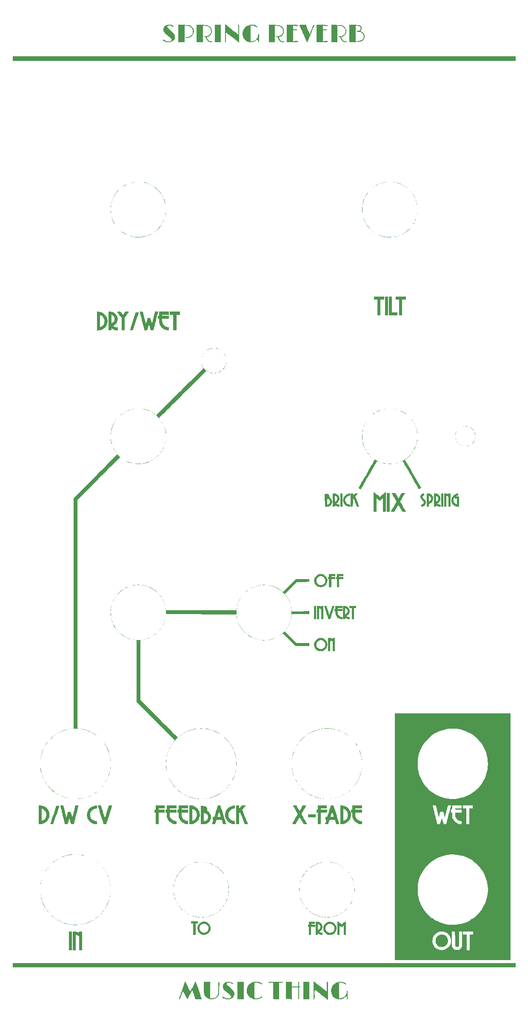
<source format=gto>
G04 #@! TF.GenerationSoftware,KiCad,Pcbnew,7.0.1-3b83917a11~172~ubuntu22.04.1*
G04 #@! TF.CreationDate,2023-03-17T22:06:33-04:00*
G04 #@! TF.ProjectId,springReverbRev2_panel,73707269-6e67-4526-9576-657262526576,rev?*
G04 #@! TF.SameCoordinates,Original*
G04 #@! TF.FileFunction,Legend,Top*
G04 #@! TF.FilePolarity,Positive*
%FSLAX46Y46*%
G04 Gerber Fmt 4.6, Leading zero omitted, Abs format (unit mm)*
G04 Created by KiCad (PCBNEW 7.0.1-3b83917a11~172~ubuntu22.04.1) date 2023-03-17 22:06:33*
%MOMM*%
%LPD*%
G01*
G04 APERTURE LIST*
G04 APERTURE END LIST*
G04 #@! TO.C,GRAF2*
G36*
X11760160Y14773974D02*
G01*
X11760160Y12917918D01*
X11455055Y12917918D01*
X11149950Y12917918D01*
X11149950Y14773974D01*
X11149950Y16630030D01*
X11455055Y16630030D01*
X11760160Y16630030D01*
X11760160Y14773974D01*
G37*
G36*
X41431631Y195040240D02*
G01*
X41431631Y193336736D01*
X40808708Y193336736D01*
X40185786Y193336736D01*
X40185786Y195040240D01*
X40185786Y196743743D01*
X40808708Y196743743D01*
X41431631Y196743743D01*
X41431631Y195040240D01*
G37*
G36*
X45957357Y4896196D02*
G01*
X45957357Y3179980D01*
X45347147Y3179980D01*
X44736937Y3179980D01*
X44736937Y4896196D01*
X44736937Y6612412D01*
X45347147Y6612412D01*
X45957357Y6612412D01*
X45957357Y4896196D01*
G37*
G36*
X59051451Y4896196D02*
G01*
X59051451Y3179980D01*
X58441241Y3179980D01*
X57831031Y3179980D01*
X57831031Y4896196D01*
X57831031Y6612412D01*
X58441241Y6612412D01*
X59051451Y6612412D01*
X59051451Y4896196D01*
G37*
G36*
X60297297Y39614614D02*
G01*
X60297297Y39309509D01*
X59547247Y39309509D01*
X58797197Y39309509D01*
X58797197Y39614614D01*
X58797197Y39919719D01*
X59547247Y39919719D01*
X60297297Y39919719D01*
X60297297Y39614614D01*
G37*
G36*
X74351201Y142760016D02*
G01*
X74649950Y142752852D01*
X74649950Y140896796D01*
X74649950Y139040740D01*
X74351201Y139033577D01*
X74052452Y139026414D01*
X74052452Y140896796D01*
X74052452Y142767179D01*
X74351201Y142760016D01*
G37*
G36*
X75044044Y101856056D02*
G01*
X75044044Y100000000D01*
X74738939Y100000000D01*
X74433834Y100000000D01*
X74433834Y101856056D01*
X74433834Y103712112D01*
X74738939Y103712112D01*
X75044044Y103712112D01*
X75044044Y101856056D01*
G37*
G36*
X85697297Y102326426D02*
G01*
X85697297Y100991591D01*
X85493894Y100991591D01*
X85290490Y100991591D01*
X85290490Y102326426D01*
X85290490Y103661261D01*
X85493894Y103661261D01*
X85697297Y103661261D01*
X85697297Y102326426D01*
G37*
G36*
X100062662Y190031431D02*
G01*
X100062662Y189573773D01*
X50012712Y189573773D01*
X-37237Y189573773D01*
X-37237Y190031431D01*
X-37237Y190489089D01*
X50012712Y190489089D01*
X100062662Y190489089D01*
X100062662Y190031431D01*
G37*
G36*
X100062662Y9917717D02*
G01*
X100062662Y9460060D01*
X50012712Y9460060D01*
X-37237Y9460060D01*
X-37237Y9917717D01*
X-37237Y10375375D01*
X50012712Y10375375D01*
X100062662Y10375375D01*
X100062662Y9917717D01*
G37*
G36*
X75431586Y141208258D02*
G01*
X75438138Y139650951D01*
X76004656Y139644106D01*
X76571175Y139637261D01*
X76564016Y139339001D01*
X76556857Y139040740D01*
X75698748Y139034046D01*
X74840640Y139027351D01*
X74840640Y140896458D01*
X74840640Y142765565D01*
X75132837Y142765565D01*
X75425034Y142765565D01*
X75431586Y141208258D01*
G37*
G36*
X33244644Y139460260D02*
G01*
X33244644Y139155155D01*
X32901401Y139155155D01*
X32558158Y139155155D01*
X32558158Y137591491D01*
X32558158Y136027827D01*
X32253053Y136027827D01*
X31947948Y136027827D01*
X31947948Y137591491D01*
X31947948Y139155155D01*
X31604704Y139155155D01*
X31261461Y139155155D01*
X31261461Y139460260D01*
X31261461Y139765365D01*
X32253053Y139765365D01*
X33244644Y139765365D01*
X33244644Y139460260D01*
G37*
G36*
X36855055Y18397097D02*
G01*
X36855055Y18180981D01*
X36613513Y18180981D01*
X36371972Y18180981D01*
X36371972Y17062262D01*
X36371972Y15943543D01*
X36155856Y15943543D01*
X35939739Y15943543D01*
X35939739Y17062262D01*
X35939739Y18180981D01*
X35698198Y18180981D01*
X35456656Y18180981D01*
X35456656Y18397097D01*
X35456656Y18613213D01*
X36155856Y18613213D01*
X36855055Y18613213D01*
X36855055Y18397097D01*
G37*
G36*
X68357157Y81096196D02*
G01*
X68357157Y80880080D01*
X68115615Y80880080D01*
X67874074Y80880080D01*
X67874074Y79761361D01*
X67874074Y78642642D01*
X67657958Y78642642D01*
X67441842Y78642642D01*
X67441842Y79761361D01*
X67441842Y80880080D01*
X67200300Y80880080D01*
X66958758Y80880080D01*
X66958758Y81096196D01*
X66958758Y81312312D01*
X67657958Y81312312D01*
X68357157Y81312312D01*
X68357157Y81096196D01*
G37*
G36*
X73874474Y142460460D02*
G01*
X73874474Y142155355D01*
X73531426Y142155355D01*
X73188379Y142155355D01*
X73181827Y140598048D01*
X73175275Y139040740D01*
X72876526Y139033577D01*
X72577778Y139026414D01*
X72577778Y140590884D01*
X72577778Y142155355D01*
X72234534Y142155355D01*
X71891291Y142155355D01*
X71891291Y142460460D01*
X71891291Y142765565D01*
X72882883Y142765565D01*
X73874474Y142765565D01*
X73874474Y142460460D01*
G37*
G36*
X78196797Y142460460D02*
G01*
X78196797Y142155355D01*
X77853749Y142155355D01*
X77510701Y142155355D01*
X77504149Y140598048D01*
X77497597Y139040740D01*
X77198849Y139033577D01*
X76900100Y139026414D01*
X76900100Y140590884D01*
X76900100Y142155355D01*
X76556857Y142155355D01*
X76213613Y142155355D01*
X76213613Y142460460D01*
X76213613Y142765565D01*
X77205205Y142765565D01*
X78196797Y142765565D01*
X78196797Y142460460D01*
G37*
G36*
X60398999Y79977477D02*
G01*
X60398999Y78642642D01*
X60199833Y78642642D01*
X60103633Y78644670D01*
X60028116Y78650043D01*
X59986859Y78657697D01*
X59983717Y78659593D01*
X59980452Y78687564D01*
X59977393Y78761578D01*
X59974603Y78876823D01*
X59972142Y79028490D01*
X59970070Y79211770D01*
X59968450Y79421853D01*
X59967342Y79653931D01*
X59966807Y79903193D01*
X59966767Y79994427D01*
X59966767Y81312312D01*
X60182883Y81312312D01*
X60398999Y81312312D01*
X60398999Y79977477D01*
G37*
G36*
X65585786Y102326426D02*
G01*
X65585786Y100991591D01*
X65386620Y100991591D01*
X65290420Y100993619D01*
X65214903Y100998992D01*
X65173646Y101006646D01*
X65170504Y101008541D01*
X65167238Y101036513D01*
X65164180Y101110527D01*
X65161390Y101225771D01*
X65158928Y101377439D01*
X65156857Y101560719D01*
X65155237Y101770802D01*
X65154129Y102002880D01*
X65153594Y102252142D01*
X65153553Y102343376D01*
X65153553Y103661261D01*
X65369669Y103661261D01*
X65585786Y103661261D01*
X65585786Y102326426D01*
G37*
G36*
X30193593Y41356256D02*
G01*
X30193593Y41063863D01*
X29621521Y41063863D01*
X29049449Y41063863D01*
X29049449Y40949449D01*
X29049449Y40835035D01*
X29634234Y40835035D01*
X30219019Y40835035D01*
X30219019Y40529930D01*
X30219019Y40224824D01*
X29634234Y40224824D01*
X29049449Y40224824D01*
X29049449Y39080680D01*
X29049449Y37936536D01*
X28744344Y37936536D01*
X28439239Y37936536D01*
X28439239Y39080680D01*
X28439239Y40224824D01*
X28312112Y40224824D01*
X28184985Y40224824D01*
X28184985Y40528536D01*
X28184985Y40832248D01*
X28305755Y40839998D01*
X28426526Y40847747D01*
X28433528Y41248198D01*
X28440530Y41648648D01*
X29317062Y41648648D01*
X30193593Y41648648D01*
X30193593Y41356256D01*
G37*
G36*
X60144744Y18346246D02*
G01*
X60144744Y18130130D01*
X59737938Y18130130D01*
X59331131Y18130130D01*
X59331131Y18067181D01*
X59331131Y18004232D01*
X59757007Y17997261D01*
X60182883Y17990290D01*
X60182883Y17774174D01*
X60182883Y17558058D01*
X59757007Y17551087D01*
X59331131Y17544115D01*
X59331131Y16731117D01*
X59331131Y15918118D01*
X59115015Y15918118D01*
X58898899Y15918118D01*
X58898899Y16730120D01*
X58898899Y17542123D01*
X58816266Y17550090D01*
X58733633Y17558058D01*
X58733633Y17774174D01*
X58733633Y17990290D01*
X58816266Y17998257D01*
X58898899Y18006224D01*
X58898899Y18284293D01*
X58898899Y18562362D01*
X59521822Y18562362D01*
X60144744Y18562362D01*
X60144744Y18346246D01*
G37*
G36*
X62483884Y41356256D02*
G01*
X62483884Y41063863D01*
X61911812Y41063863D01*
X61339739Y41063863D01*
X61339739Y40949449D01*
X61339739Y40835035D01*
X61938044Y40835035D01*
X62536348Y40835035D01*
X62529185Y40536286D01*
X62522022Y40237537D01*
X61930881Y40230712D01*
X61339739Y40223887D01*
X61339739Y39080212D01*
X61339739Y37936536D01*
X61034634Y37936536D01*
X60729529Y37936536D01*
X60729529Y39079287D01*
X60729529Y40222038D01*
X60608758Y40229788D01*
X60487988Y40237537D01*
X60480824Y40536286D01*
X60473661Y40835035D01*
X60601595Y40835035D01*
X60729529Y40835035D01*
X60729529Y41241841D01*
X60729529Y41648648D01*
X61606706Y41648648D01*
X62483884Y41648648D01*
X62483884Y41356256D01*
G37*
G36*
X64187387Y87452552D02*
G01*
X64187387Y87236436D01*
X63780580Y87236436D01*
X63373774Y87236436D01*
X63373774Y87160160D01*
X63373774Y87083883D01*
X63793293Y87083883D01*
X64212813Y87083883D01*
X64212813Y86867767D01*
X64212813Y86651651D01*
X63793293Y86651651D01*
X63373774Y86651651D01*
X63373774Y85838038D01*
X63373774Y85024424D01*
X63157657Y85024424D01*
X62941541Y85024424D01*
X62941541Y85838038D01*
X62941541Y86651651D01*
X62852552Y86651651D01*
X62763563Y86651651D01*
X62763563Y86866156D01*
X62763563Y87080662D01*
X62846196Y87088629D01*
X62928829Y87096596D01*
X62936018Y87382632D01*
X62943207Y87668668D01*
X63565297Y87668668D01*
X64187387Y87668668D01*
X64187387Y87452552D01*
G37*
G36*
X65763764Y87452552D02*
G01*
X65763764Y87236436D01*
X65356957Y87236436D01*
X64950150Y87236436D01*
X64950150Y87160160D01*
X64950150Y87083883D01*
X65369669Y87083883D01*
X65789189Y87083883D01*
X65789189Y86867767D01*
X65789189Y86651651D01*
X65369669Y86651651D01*
X64950150Y86651651D01*
X64950150Y85838038D01*
X64950150Y85024424D01*
X64734034Y85024424D01*
X64517918Y85024424D01*
X64517918Y85838038D01*
X64517918Y86651651D01*
X64428929Y86651651D01*
X64339940Y86651651D01*
X64339940Y86867767D01*
X64339940Y87083883D01*
X64428929Y87083883D01*
X64517918Y87083883D01*
X64517918Y87376276D01*
X64517918Y87668668D01*
X65140841Y87668668D01*
X65763764Y87668668D01*
X65763764Y87452552D01*
G37*
G36*
X13794194Y14773974D02*
G01*
X13794194Y12917918D01*
X13489089Y12917918D01*
X13183984Y12917918D01*
X13183984Y14288938D01*
X13183984Y15659958D01*
X13007824Y15777069D01*
X12902939Y15840902D01*
X12791697Y15899333D01*
X12696776Y15940528D01*
X12690006Y15942918D01*
X12548348Y15991655D01*
X12548348Y14454786D01*
X12548348Y12917918D01*
X12243243Y12917918D01*
X11938138Y12917918D01*
X11938138Y14773974D01*
X11938138Y16630030D01*
X12198748Y16629851D01*
X12499302Y16609120D01*
X12786874Y16549074D01*
X13018415Y16465977D01*
X13095859Y16432346D01*
X13152454Y16408928D01*
X13174435Y16401201D01*
X13180132Y16423948D01*
X13183547Y16481495D01*
X13183984Y16515615D01*
X13183984Y16630030D01*
X13489089Y16630030D01*
X13794194Y16630030D01*
X13794194Y14773974D01*
G37*
G36*
X25070434Y139562254D02*
G01*
X25059683Y139525717D01*
X25034080Y139445026D01*
X24994959Y139324230D01*
X24943655Y139167380D01*
X24881505Y138978527D01*
X24809844Y138761720D01*
X24730007Y138521012D01*
X24643330Y138260451D01*
X24551147Y137984089D01*
X24477092Y137762579D01*
X23900801Y136040540D01*
X23602052Y136033377D01*
X23485687Y136031155D01*
X23390613Y136030422D01*
X23326728Y136031178D01*
X23303918Y136033377D01*
X23311792Y136058070D01*
X23334383Y136127274D01*
X23370451Y136237218D01*
X23418752Y136384132D01*
X23478046Y136564243D01*
X23547089Y136773783D01*
X23624640Y137008979D01*
X23709457Y137266062D01*
X23800298Y137541261D01*
X23895921Y137830804D01*
X23896658Y137833033D01*
X24488783Y139625525D01*
X24788135Y139632707D01*
X25087486Y139639890D01*
X25070434Y139562254D01*
G37*
G36*
X9086175Y41545322D02*
G01*
X9181403Y41541214D01*
X9245475Y41535098D01*
X9268468Y41527741D01*
X9260620Y41501083D01*
X9237913Y41430008D01*
X9201605Y41318328D01*
X9152953Y41169856D01*
X9093214Y40988404D01*
X9023646Y40777785D01*
X8945506Y40541811D01*
X8860051Y40284294D01*
X8768539Y40009048D01*
X8675230Y39728892D01*
X8081991Y37949249D01*
X7783317Y37942068D01*
X7654195Y37939869D01*
X7568255Y37941157D01*
X7517898Y37946708D01*
X7495527Y37957297D01*
X7493022Y37971686D01*
X7502193Y38001294D01*
X7526070Y38075298D01*
X7563379Y38189815D01*
X7612846Y38340967D01*
X7673195Y38524874D01*
X7743152Y38737654D01*
X7821444Y38975429D01*
X7906795Y39234318D01*
X7997931Y39510441D01*
X8086186Y39777558D01*
X8670971Y41546631D01*
X8969719Y41546789D01*
X9086175Y41545322D01*
G37*
G36*
X62993653Y74947238D02*
G01*
X63250877Y74908705D01*
X63509125Y74832532D01*
X63608959Y74792136D01*
X63638418Y74786577D01*
X63651084Y74812194D01*
X63653453Y74865275D01*
X63653453Y74958012D01*
X63863213Y74950627D01*
X64072973Y74943243D01*
X64079556Y73614764D01*
X64086139Y72286286D01*
X63869796Y72286286D01*
X63653453Y72286286D01*
X63653453Y73263943D01*
X63653453Y74241601D01*
X63538758Y74320513D01*
X63444550Y74379496D01*
X63349801Y74429203D01*
X63269160Y74462588D01*
X63222038Y74472872D01*
X63214705Y74448558D01*
X63208583Y74375383D01*
X63203666Y74252997D01*
X63199943Y74081051D01*
X63197408Y73859197D01*
X63196050Y73587085D01*
X63195796Y73379579D01*
X63195796Y72286286D01*
X62979679Y72286286D01*
X62763563Y72286286D01*
X62763563Y73624928D01*
X62763563Y74963570D01*
X62993653Y74947238D01*
G37*
G36*
X60830905Y81303598D02*
G01*
X60980782Y81280167D01*
X61131014Y81246082D01*
X61262947Y81205409D01*
X61338258Y81173238D01*
X61416016Y81133028D01*
X61416016Y81222670D01*
X61416016Y81312312D01*
X61632132Y81312312D01*
X61848248Y81312312D01*
X61848248Y79977477D01*
X61848248Y78642642D01*
X61632132Y78642642D01*
X61416016Y78642642D01*
X61415967Y79627877D01*
X61415917Y80613113D01*
X61295196Y80694585D01*
X61171094Y80769479D01*
X61065364Y80815632D01*
X60994841Y80829229D01*
X60985884Y80823243D01*
X60978483Y80802472D01*
X60972497Y80762696D01*
X60967785Y80699696D01*
X60964207Y80609251D01*
X60961622Y80487141D01*
X60959889Y80329147D01*
X60958866Y80131049D01*
X60958415Y79888626D01*
X60958358Y79735936D01*
X60958358Y78642642D01*
X60742242Y78642642D01*
X60526126Y78642642D01*
X60526126Y79977477D01*
X60526126Y81312312D01*
X60700037Y81312312D01*
X60830905Y81303598D01*
G37*
G36*
X86256248Y103639010D02*
G01*
X86500873Y103575551D01*
X86604665Y103534645D01*
X86714314Y103486142D01*
X86714314Y103573702D01*
X86714314Y103661261D01*
X86930430Y103661261D01*
X87146546Y103661261D01*
X87146546Y102325398D01*
X87146546Y100989535D01*
X86936787Y100996919D01*
X86727027Y101004304D01*
X86714314Y101987252D01*
X86701601Y102970201D01*
X86633771Y103023540D01*
X86571780Y103064615D01*
X86486283Y103112178D01*
X86430368Y103139701D01*
X86294795Y103202523D01*
X86282082Y102103413D01*
X86269369Y101004304D01*
X86064791Y100997003D01*
X85967167Y100995678D01*
X85889928Y100998655D01*
X85846482Y101005294D01*
X85842319Y101007597D01*
X85838872Y101035755D01*
X85835643Y101109950D01*
X85832697Y101225367D01*
X85830098Y101377193D01*
X85827911Y101560613D01*
X85826201Y101770815D01*
X85825031Y102002983D01*
X85824467Y102252303D01*
X85824424Y102343376D01*
X85824424Y103661261D01*
X86009773Y103661261D01*
X86256248Y103639010D01*
G37*
G36*
X82614464Y103655252D02*
G01*
X82865818Y103621812D01*
X83085021Y103549006D01*
X83272341Y103436645D01*
X83428048Y103284542D01*
X83552409Y103092507D01*
X83614374Y102952026D01*
X83652855Y102794064D01*
X83663157Y102613284D01*
X83646130Y102428618D01*
X83602626Y102258995D01*
X83580799Y102205588D01*
X83470664Y102023655D01*
X83321609Y101862543D01*
X83144196Y101731347D01*
X82948985Y101639161D01*
X82907631Y101625879D01*
X82800347Y101594216D01*
X82793216Y101299260D01*
X82786086Y101004304D01*
X82576326Y100996919D01*
X82366566Y100989535D01*
X82366566Y102328797D01*
X82366566Y103200958D01*
X82798799Y103200958D01*
X82798799Y102616979D01*
X82798799Y102033000D01*
X82903711Y102086523D01*
X82984897Y102135997D01*
X83057374Y102193021D01*
X83072423Y102207810D01*
X83162190Y102338013D01*
X83216068Y102491911D01*
X83231868Y102655344D01*
X83207402Y102814152D01*
X83177897Y102890501D01*
X83105574Y102999501D01*
X83006472Y103096376D01*
X82898199Y103164781D01*
X82870265Y103176045D01*
X82798799Y103200958D01*
X82366566Y103200958D01*
X82366566Y103668059D01*
X82614464Y103655252D01*
G37*
G36*
X67136736Y103448903D02*
G01*
X67136736Y103236546D01*
X66976953Y103210069D01*
X66760128Y103150605D01*
X66567452Y103050135D01*
X66404522Y102912679D01*
X66276935Y102742256D01*
X66246427Y102685383D01*
X66182390Y102502217D01*
X66164776Y102316174D01*
X66189963Y102133396D01*
X66254330Y101960027D01*
X66354256Y101802212D01*
X66486119Y101666095D01*
X66646297Y101557820D01*
X66831170Y101483531D01*
X66971471Y101455269D01*
X67124024Y101436322D01*
X67124024Y101220313D01*
X67122900Y101111217D01*
X67113456Y101042376D01*
X67086581Y101006556D01*
X67033166Y100996521D01*
X66944102Y101005037D01*
X66867281Y101016416D01*
X66616600Y101078795D01*
X66385800Y101185520D01*
X66180736Y101332899D01*
X66007263Y101517241D01*
X65953057Y101592870D01*
X65829450Y101821893D01*
X65754247Y102059640D01*
X65726932Y102300968D01*
X65746986Y102540730D01*
X65813891Y102773780D01*
X65927130Y102994974D01*
X66086185Y103199165D01*
X66117999Y103232073D01*
X66286927Y103374901D01*
X66481490Y103494917D01*
X66688957Y103586369D01*
X66896601Y103643505D01*
X67066817Y103660819D01*
X67136736Y103661261D01*
X67136736Y103448903D01*
G37*
G36*
X74255856Y101970635D02*
G01*
X74255856Y100000000D01*
X73950750Y100000000D01*
X73645645Y100000000D01*
X73645645Y101347902D01*
X73645645Y102695804D01*
X73338255Y102453820D01*
X73231332Y102371122D01*
X73138362Y102301999D01*
X73066574Y102251609D01*
X73023201Y102225110D01*
X73014081Y102222585D01*
X72989112Y102241376D01*
X72931755Y102285811D01*
X72849534Y102350023D01*
X72749973Y102428149D01*
X72704905Y102463614D01*
X72412512Y102693894D01*
X72405933Y101346947D01*
X72399354Y100000000D01*
X72094472Y100000000D01*
X71789589Y100000000D01*
X71789589Y101957757D01*
X71789884Y102304173D01*
X71790746Y102624714D01*
X71792142Y102916513D01*
X71794036Y103176699D01*
X71796396Y103402404D01*
X71799188Y103590759D01*
X71802377Y103738895D01*
X71805930Y103843942D01*
X71809813Y103903032D01*
X71812732Y103915515D01*
X71843584Y103900855D01*
X71900424Y103862753D01*
X71958928Y103818751D01*
X72014713Y103774933D01*
X72102924Y103705706D01*
X72215966Y103617028D01*
X72346243Y103514856D01*
X72486158Y103405150D01*
X72554755Y103351373D01*
X73027528Y102980761D01*
X73641692Y103461015D01*
X74255856Y103941270D01*
X74255856Y101970635D01*
G37*
G36*
X85614094Y15995579D02*
G01*
X85845807Y15925379D01*
X86056844Y15813007D01*
X86242147Y15662247D01*
X86396655Y15476884D01*
X86515309Y15260703D01*
X86565602Y15123028D01*
X86601529Y14941559D01*
X86609860Y14739804D01*
X86591299Y14538294D01*
X86546550Y14357561D01*
X86538600Y14336027D01*
X86435568Y14134309D01*
X86292286Y13947354D01*
X86118756Y13785156D01*
X85924980Y13657709D01*
X85804714Y13602674D01*
X85662358Y13563372D01*
X85493598Y13540164D01*
X85316750Y13533698D01*
X85150135Y13544626D01*
X85012070Y13573597D01*
X85009413Y13574468D01*
X84767564Y13678907D01*
X84560330Y13820585D01*
X84387520Y13999670D01*
X84248941Y14216330D01*
X84228268Y14257966D01*
X84189026Y14341808D01*
X84162479Y14407957D01*
X84146147Y14469974D01*
X84137550Y14541420D01*
X84134205Y14635856D01*
X84133634Y14766843D01*
X84133633Y14775292D01*
X84134096Y14908429D01*
X84137128Y15004045D01*
X84145198Y15075472D01*
X84160774Y15136038D01*
X84186325Y15199075D01*
X84224317Y15277912D01*
X84228112Y15285592D01*
X84365037Y15511261D01*
X84532174Y15698379D01*
X84726170Y15844783D01*
X84943671Y15948312D01*
X85181324Y16006802D01*
X85366767Y16019819D01*
X85614094Y15995579D01*
G37*
G36*
X22866706Y139763563D02*
G01*
X22975488Y139760356D01*
X23054926Y139755355D01*
X23096009Y139749011D01*
X23099691Y139746296D01*
X23085301Y139721581D01*
X23044727Y139661071D01*
X22981701Y139570090D01*
X22899951Y139453965D01*
X22803208Y139318023D01*
X22695201Y139167587D01*
X22667882Y139129729D01*
X22236282Y138532232D01*
X22235858Y137280030D01*
X22235435Y136027827D01*
X21943043Y136027827D01*
X21650650Y136027827D01*
X21650650Y137271627D01*
X21650650Y138515427D01*
X21425682Y138828935D01*
X21321044Y138974525D01*
X21202197Y139139521D01*
X21083716Y139303708D01*
X20980176Y139446869D01*
X20979685Y139447547D01*
X20758656Y139752652D01*
X21118553Y139759724D01*
X21256091Y139760710D01*
X21372247Y139758232D01*
X21457903Y139752697D01*
X21503940Y139744514D01*
X21507930Y139742330D01*
X21533222Y139713170D01*
X21581102Y139651118D01*
X21644984Y139564929D01*
X21718282Y139463362D01*
X21727514Y139450393D01*
X21800503Y139350817D01*
X21864565Y139269211D01*
X21913427Y139213156D01*
X21940819Y139190230D01*
X21942811Y139190149D01*
X21966138Y139212434D01*
X22012570Y139268506D01*
X22075957Y139350563D01*
X22150150Y139450798D01*
X22171640Y139480527D01*
X22375275Y139763678D01*
X22737587Y139764521D01*
X22866706Y139763563D01*
G37*
G36*
X44222879Y41349899D02*
G01*
X44215715Y41051151D01*
X44050450Y41034472D01*
X43814344Y40986659D01*
X43591108Y40895425D01*
X43387154Y40766286D01*
X43208893Y40604758D01*
X43062735Y40416358D01*
X42955090Y40206603D01*
X42906000Y40049646D01*
X42886433Y39897621D01*
X42888636Y39723333D01*
X42910900Y39549625D01*
X42951517Y39399340D01*
X42955415Y39389248D01*
X43069695Y39168314D01*
X43223760Y38974311D01*
X43411874Y38811509D01*
X43628298Y38684179D01*
X43867295Y38596590D01*
X44072503Y38557819D01*
X44228428Y38540178D01*
X44228428Y38238357D01*
X44228428Y37936536D01*
X44082232Y37938925D01*
X43973581Y37945790D01*
X43848972Y37960925D01*
X43770719Y37974296D01*
X43483353Y38057231D01*
X43214082Y38187159D01*
X42965373Y38362687D01*
X42786573Y38531062D01*
X42591334Y38769331D01*
X42444462Y39020218D01*
X42344201Y39287779D01*
X42288792Y39576070D01*
X42278508Y39703603D01*
X42288064Y40001872D01*
X42345839Y40289273D01*
X42449619Y40561452D01*
X42597192Y40814057D01*
X42786345Y41042736D01*
X43014864Y41243135D01*
X43087557Y41294915D01*
X43290936Y41416042D01*
X43509672Y41516451D01*
X43730827Y41591592D01*
X43941462Y41636915D01*
X44093462Y41648648D01*
X44230042Y41648648D01*
X44222879Y41349899D01*
G37*
G36*
X65585786Y81096196D02*
G01*
X65585786Y80880080D01*
X65115415Y80880080D01*
X64645045Y80880080D01*
X64645045Y80803803D01*
X64645045Y80727527D01*
X65115415Y80727527D01*
X65585786Y80727527D01*
X65585786Y80511411D01*
X65585786Y80295295D01*
X65112602Y80295295D01*
X64639419Y80295295D01*
X64649892Y80021972D01*
X64656485Y79891721D01*
X64666469Y79797542D01*
X64682761Y79724658D01*
X64708282Y79658291D01*
X64730772Y79612476D01*
X64840645Y79449173D01*
X64984825Y79309115D01*
X65152585Y79199851D01*
X65333200Y79128927D01*
X65448671Y79107337D01*
X65585786Y79093186D01*
X65585786Y78867914D01*
X65585786Y78642642D01*
X65515866Y78646452D01*
X65435542Y78652941D01*
X65369669Y78660378D01*
X65146400Y78712965D01*
X64928718Y78807098D01*
X64727200Y78935879D01*
X64552420Y79092414D01*
X64414956Y79269807D01*
X64401886Y79291456D01*
X64328663Y79427508D01*
X64277505Y79553891D01*
X64244001Y79686789D01*
X64223737Y79842391D01*
X64214874Y79977477D01*
X64200100Y80282582D01*
X64117467Y80290549D01*
X64034835Y80298517D01*
X64034835Y80513022D01*
X64034835Y80727527D01*
X64123824Y80727527D01*
X64212813Y80727527D01*
X64212813Y81019920D01*
X64212813Y81312312D01*
X64899299Y81312312D01*
X65585786Y81312312D01*
X65585786Y81096196D01*
G37*
G36*
X69475876Y41356256D02*
G01*
X69475876Y41063863D01*
X68814815Y41063863D01*
X68153753Y41063863D01*
X68153753Y40949449D01*
X68153753Y40835035D01*
X68827527Y40835035D01*
X69501301Y40835035D01*
X69501301Y40529930D01*
X69501301Y40224824D01*
X68827527Y40224824D01*
X68153753Y40224824D01*
X68153753Y39959109D01*
X68159674Y39755976D01*
X68179144Y39588959D01*
X68214725Y39444523D01*
X68268979Y39309136D01*
X68281735Y39283069D01*
X68412926Y39077268D01*
X68583131Y38899359D01*
X68786399Y38753487D01*
X69016778Y38643795D01*
X69268319Y38574430D01*
X69309268Y38567484D01*
X69501301Y38537629D01*
X69501301Y38237083D01*
X69501301Y37936536D01*
X69355105Y37938925D01*
X69246471Y37945838D01*
X69121894Y37961099D01*
X69043643Y37974590D01*
X68758831Y38056866D01*
X68493346Y38185456D01*
X68245708Y38361174D01*
X68100819Y38493812D01*
X67907714Y38714030D01*
X67757946Y38947426D01*
X67649337Y39199612D01*
X67579710Y39476201D01*
X67546887Y39782803D01*
X67543543Y39929898D01*
X67543543Y40221901D01*
X67435485Y40229719D01*
X67327427Y40237537D01*
X67320264Y40536286D01*
X67313101Y40835035D01*
X67428322Y40835035D01*
X67543543Y40835035D01*
X67543543Y41241841D01*
X67543543Y41648648D01*
X68509709Y41648648D01*
X69475876Y41648648D01*
X69475876Y41356256D01*
G37*
G36*
X65645809Y41642684D02*
G01*
X65811154Y41621933D01*
X65967392Y41582108D01*
X66132567Y41518923D01*
X66272272Y41454061D01*
X66516800Y41307024D01*
X66737956Y41118695D01*
X66930283Y40895373D01*
X67088323Y40643358D01*
X67202796Y40380053D01*
X67274920Y40098665D01*
X67299227Y39814861D01*
X67278216Y39533562D01*
X67214390Y39259688D01*
X67110249Y38998160D01*
X66968294Y38753899D01*
X66791026Y38531825D01*
X66580947Y38336858D01*
X66340557Y38173919D01*
X66072357Y38047928D01*
X66005305Y38024127D01*
X65890854Y37990170D01*
X65777335Y37967067D01*
X65647285Y37952056D01*
X65490440Y37942683D01*
X65178979Y37929138D01*
X65178979Y39788893D01*
X65178979Y41009463D01*
X65763764Y41009463D01*
X65763764Y39800774D01*
X65763764Y38592085D01*
X65833683Y38609530D01*
X65896627Y38631020D01*
X65980646Y38666767D01*
X66030723Y38690702D01*
X66226882Y38816073D01*
X66390841Y38975534D01*
X66520883Y39162479D01*
X66615292Y39370297D01*
X66672352Y39592380D01*
X66690347Y39822119D01*
X66667562Y40052906D01*
X66602279Y40278132D01*
X66496672Y40485123D01*
X66371043Y40645290D01*
X66213742Y40788517D01*
X66038550Y40904234D01*
X65859246Y40981871D01*
X65842540Y40986870D01*
X65763764Y41009463D01*
X65178979Y41009463D01*
X65178979Y41648648D01*
X65453317Y41648648D01*
X65645809Y41642684D01*
G37*
G36*
X31058058Y139460260D02*
G01*
X31058058Y139155155D01*
X30396997Y139155155D01*
X29735936Y139155155D01*
X29735936Y139053875D01*
X29735936Y138952596D01*
X30403353Y138945817D01*
X31070771Y138939039D01*
X31077934Y138640290D01*
X31085097Y138341541D01*
X30410516Y138341541D01*
X29735936Y138341541D01*
X29735936Y138054491D01*
X29744634Y137827361D01*
X29772207Y137637252D01*
X29820875Y137473138D01*
X29877427Y137351425D01*
X30016438Y137147721D01*
X30192732Y136973020D01*
X30398737Y136832365D01*
X30626883Y136730801D01*
X30869599Y136673371D01*
X30900933Y136669509D01*
X31070771Y136650750D01*
X31077909Y136339289D01*
X31085048Y136027827D01*
X30976208Y136030999D01*
X30881420Y136037004D01*
X30774222Y136048254D01*
X30739644Y136052946D01*
X30443388Y136121539D01*
X30165262Y136235704D01*
X29909940Y136391974D01*
X29682097Y136586881D01*
X29486410Y136816958D01*
X29327554Y137078738D01*
X29311104Y137112294D01*
X29251243Y137245405D01*
X29207037Y137366496D01*
X29175739Y137488557D01*
X29154601Y137624579D01*
X29140875Y137787553D01*
X29133099Y137953803D01*
X29118918Y138341541D01*
X29007101Y138341541D01*
X28895283Y138341541D01*
X28902446Y138640290D01*
X28909609Y138939039D01*
X29017667Y138946857D01*
X29125725Y138954675D01*
X29125725Y139360020D01*
X29125725Y139765365D01*
X30091892Y139765365D01*
X31058058Y139765365D01*
X31058058Y139460260D01*
G37*
G36*
X45022166Y41351764D02*
G01*
X45029329Y41054879D01*
X45296296Y41351617D01*
X45563263Y41648355D01*
X45968145Y41648502D01*
X46373028Y41648648D01*
X46322208Y41591441D01*
X46288988Y41554053D01*
X46228624Y41486123D01*
X46147752Y41395119D01*
X46053007Y41288508D01*
X45970746Y41195944D01*
X45670103Y40857655D01*
X45868407Y40344193D01*
X45925214Y40197652D01*
X45996969Y40013411D01*
X46079922Y39801056D01*
X46170318Y39570171D01*
X46264407Y39330345D01*
X46358434Y39091162D01*
X46431554Y38905548D01*
X46512168Y38700582D01*
X46586607Y38510269D01*
X46652860Y38339829D01*
X46708918Y38194479D01*
X46752770Y38079439D01*
X46782406Y37999928D01*
X46795815Y37961165D01*
X46796396Y37958451D01*
X46772584Y37950124D01*
X46707585Y37943251D01*
X46611058Y37938503D01*
X46492663Y37936552D01*
X46480710Y37936536D01*
X46165024Y37936536D01*
X45861205Y38705655D01*
X45777174Y38918428D01*
X45689882Y39139541D01*
X45603560Y39358275D01*
X45522436Y39563910D01*
X45450741Y39745726D01*
X45392704Y39893002D01*
X45383589Y39916149D01*
X45209792Y40357523D01*
X45113963Y40246679D01*
X45018134Y40135835D01*
X45017375Y39036186D01*
X45016616Y37936536D01*
X44724224Y37936536D01*
X44431832Y37936536D01*
X44431832Y39792592D01*
X44431832Y41648648D01*
X44723417Y41648648D01*
X45015003Y41648648D01*
X45022166Y41351764D01*
G37*
G36*
X68379351Y103661655D02*
G01*
X68668511Y103661261D01*
X68469864Y103438788D01*
X68384758Y103343553D01*
X68306315Y103255914D01*
X68244094Y103186541D01*
X68211233Y103150055D01*
X68151250Y103083793D01*
X68548972Y102069474D01*
X68633474Y101854000D01*
X68712469Y101652635D01*
X68783973Y101470430D01*
X68846002Y101312437D01*
X68896572Y101183710D01*
X68933700Y101089300D01*
X68955401Y101034259D01*
X68960132Y101022378D01*
X68955863Y101006806D01*
X68922534Y100997918D01*
X68852966Y100994892D01*
X68739980Y100996904D01*
X68738441Y100996952D01*
X68503310Y101004304D01*
X68188815Y101805205D01*
X68113014Y101998027D01*
X68042138Y102177910D01*
X67978578Y102338817D01*
X67924726Y102474710D01*
X67882974Y102579552D01*
X67855712Y102647303D01*
X67846541Y102669405D01*
X67818761Y102732705D01*
X67763785Y102657276D01*
X67748327Y102634144D01*
X67735938Y102607930D01*
X67726165Y102572841D01*
X67718554Y102523081D01*
X67712651Y102452855D01*
X67708002Y102356371D01*
X67704153Y102227833D01*
X67700651Y102061447D01*
X67697041Y101851418D01*
X67696096Y101793075D01*
X67683383Y101004304D01*
X67473623Y100996919D01*
X67263864Y100989535D01*
X67263864Y102325398D01*
X67263864Y103661261D01*
X67479980Y103661261D01*
X67696096Y103661261D01*
X67697202Y103451501D01*
X67698308Y103241741D01*
X67894249Y103451895D01*
X68090190Y103662048D01*
X68379351Y103661655D01*
G37*
G36*
X32558158Y41356256D02*
G01*
X32558158Y41063863D01*
X31897097Y41063863D01*
X31236036Y41063863D01*
X31236036Y40949449D01*
X31236036Y40835035D01*
X31910616Y40835035D01*
X32585197Y40835035D01*
X32578034Y40536286D01*
X32570871Y40237537D01*
X31903453Y40230759D01*
X31236036Y40223980D01*
X31236338Y39938366D01*
X31239588Y39807426D01*
X31248118Y39681090D01*
X31260505Y39576503D01*
X31270649Y39525625D01*
X31357427Y39296544D01*
X31486461Y39090261D01*
X31652676Y38910982D01*
X31850999Y38762910D01*
X32076355Y38650250D01*
X32323672Y38577207D01*
X32437387Y38558794D01*
X32583583Y38540887D01*
X32583583Y38238712D01*
X32583583Y37936536D01*
X32437387Y37938925D01*
X32328736Y37945790D01*
X32204127Y37960925D01*
X32125875Y37974296D01*
X31844580Y38055748D01*
X31580310Y38182195D01*
X31337934Y38349254D01*
X31122322Y38552542D01*
X30938345Y38787677D01*
X30790874Y39050275D01*
X30712695Y39245946D01*
X30684676Y39335257D01*
X30664570Y39418692D01*
X30650621Y39509040D01*
X30641073Y39619090D01*
X30634170Y39761633D01*
X30631546Y39837087D01*
X30619018Y40224824D01*
X30508008Y40224824D01*
X30396997Y40224824D01*
X30396997Y40529930D01*
X30396997Y40835035D01*
X30511411Y40835035D01*
X30625826Y40835035D01*
X30625826Y41241841D01*
X30625826Y41648648D01*
X31591992Y41648648D01*
X32558158Y41648648D01*
X32558158Y41356256D01*
G37*
G36*
X34897297Y41356685D02*
G01*
X34897297Y41064722D01*
X34242592Y41057936D01*
X33587888Y41051151D01*
X33587888Y40949449D01*
X33587888Y40847747D01*
X34255305Y40840969D01*
X34922722Y40834190D01*
X34922722Y40529507D01*
X34922722Y40224824D01*
X34248949Y40224824D01*
X33575175Y40224824D01*
X33575960Y40040490D01*
X33585655Y39799295D01*
X33613864Y39595292D01*
X33662643Y39417560D01*
X33717609Y39287453D01*
X33848604Y39077368D01*
X34018052Y38898305D01*
X34222143Y38753011D01*
X34457065Y38644231D01*
X34702548Y38577735D01*
X34922722Y38536168D01*
X34922722Y38236352D01*
X34922722Y37936536D01*
X34789239Y37939527D01*
X34681685Y37945668D01*
X34570410Y37957532D01*
X34535325Y37962796D01*
X34262728Y38031902D01*
X34000794Y38146644D01*
X33744094Y38309467D01*
X33710957Y38334193D01*
X33486529Y38535199D01*
X33299558Y38769610D01*
X33148961Y39038911D01*
X33084992Y39192359D01*
X33055604Y39274166D01*
X33034357Y39345604D01*
X33019596Y39418212D01*
X33009664Y39503530D01*
X33002906Y39613098D01*
X32997665Y39758454D01*
X32996115Y39811661D01*
X32984420Y40224824D01*
X32872991Y40224824D01*
X32761561Y40224824D01*
X32761561Y40528468D01*
X32761561Y40832111D01*
X32869619Y40839929D01*
X32977677Y40847747D01*
X32984679Y41248198D01*
X32991681Y41648648D01*
X33944489Y41648648D01*
X34897297Y41648648D01*
X34897297Y41356685D01*
G37*
G36*
X16743543Y41356740D02*
G01*
X16744633Y41230774D01*
X16742509Y41145978D01*
X16729079Y41092903D01*
X16696252Y41062102D01*
X16635934Y41044129D01*
X16540035Y41029536D01*
X16452597Y41017058D01*
X16230875Y40959369D01*
X16015431Y40856745D01*
X15817220Y40714887D01*
X15746186Y40649399D01*
X15580132Y40453305D01*
X15462006Y40243319D01*
X15392337Y40022657D01*
X15371655Y39794535D01*
X15400487Y39562168D01*
X15479363Y39328774D01*
X15516379Y39252241D01*
X15617012Y39097745D01*
X15751878Y38945864D01*
X15905909Y38811689D01*
X16049827Y38717812D01*
X16153350Y38671098D01*
X16282753Y38625712D01*
X16420483Y38586587D01*
X16548988Y38558656D01*
X16650713Y38546850D01*
X16658621Y38546746D01*
X16743543Y38546746D01*
X16743543Y38241641D01*
X16743543Y37936536D01*
X16584634Y37938557D01*
X16467882Y37945659D01*
X16337670Y37961750D01*
X16260460Y37975575D01*
X15971769Y38061645D01*
X15703697Y38190901D01*
X15460602Y38358939D01*
X15246839Y38561351D01*
X15066765Y38793733D01*
X14924736Y39051678D01*
X14825109Y39330781D01*
X14796366Y39456329D01*
X14765510Y39746649D01*
X14782655Y40031531D01*
X14844965Y40306784D01*
X14949605Y40568220D01*
X15093740Y40811652D01*
X15274535Y41032889D01*
X15489154Y41227744D01*
X15734763Y41392028D01*
X16008526Y41521552D01*
X16245458Y41597215D01*
X16364789Y41622707D01*
X16488401Y41641106D01*
X16590550Y41648626D01*
X16595058Y41648648D01*
X16743543Y41648648D01*
X16743543Y41356740D01*
G37*
G36*
X35697210Y41625783D02*
G01*
X35985489Y41556995D01*
X36252833Y41441998D01*
X36499992Y41280504D01*
X36625184Y41173996D01*
X36838638Y40943635D01*
X37007595Y40690066D01*
X37130860Y40415993D01*
X37207238Y40124120D01*
X37235534Y39817151D01*
X37235685Y39792592D01*
X37224804Y39568087D01*
X37189051Y39365276D01*
X37123753Y39164318D01*
X37047172Y38991691D01*
X36890985Y38724571D01*
X36699882Y38493293D01*
X36475508Y38299786D01*
X36429641Y38267713D01*
X36188980Y38124914D01*
X35948376Y38024826D01*
X35695483Y37963740D01*
X35417953Y37937947D01*
X35327293Y37936536D01*
X35100700Y37936536D01*
X35100700Y39792592D01*
X35100700Y41009463D01*
X35710911Y41009463D01*
X35710911Y39803530D01*
X35711116Y39518557D01*
X35711807Y39280530D01*
X35713097Y39085549D01*
X35715096Y38929710D01*
X35717919Y38809111D01*
X35721677Y38719850D01*
X35726482Y38658024D01*
X35732448Y38619732D01*
X35739685Y38601070D01*
X35745633Y38597597D01*
X35783580Y38608427D01*
X35853203Y38637157D01*
X35941103Y38678149D01*
X35964101Y38689522D01*
X36161795Y38815279D01*
X36332841Y38977985D01*
X36470445Y39169093D01*
X36567810Y39380057D01*
X36598632Y39487487D01*
X36628090Y39718660D01*
X36616286Y39961549D01*
X36565148Y40201024D01*
X36480593Y40414151D01*
X36383907Y40561241D01*
X36250326Y40703898D01*
X36093363Y40831010D01*
X35926534Y40931465D01*
X35781065Y40989343D01*
X35710911Y41009463D01*
X35100700Y41009463D01*
X35100700Y41648648D01*
X35387248Y41648648D01*
X35697210Y41625783D01*
G37*
G36*
X53316736Y6615217D02*
G01*
X53487993Y6613787D01*
X53624341Y6611566D01*
X53721173Y6608587D01*
X53773881Y6604878D01*
X53782032Y6602942D01*
X53811343Y6556821D01*
X53803550Y6501428D01*
X53764634Y6460754D01*
X53721791Y6451011D01*
X53639185Y6442898D01*
X53527895Y6437155D01*
X53399001Y6434522D01*
X53370540Y6434434D01*
X53025625Y6434434D01*
X53025625Y4807207D01*
X53025625Y3179980D01*
X52419653Y3179980D01*
X52249010Y3180662D01*
X52095541Y3182580D01*
X51966481Y3185534D01*
X51869065Y3189330D01*
X51810527Y3193769D01*
X51796730Y3196930D01*
X51793769Y3224661D01*
X51790972Y3298904D01*
X51788385Y3415324D01*
X51786053Y3569581D01*
X51784020Y3757340D01*
X51782333Y3974261D01*
X51781036Y4216008D01*
X51780175Y4478243D01*
X51779794Y4756628D01*
X51779780Y4824157D01*
X51779780Y6434434D01*
X51557307Y6434242D01*
X51430181Y6430924D01*
X51298780Y6422336D01*
X51188708Y6410225D01*
X51175438Y6408183D01*
X51048315Y6396532D01*
X50964134Y6410220D01*
X50921527Y6449641D01*
X50915315Y6483066D01*
X50916063Y6507592D01*
X50920889Y6528426D01*
X50933668Y6545913D01*
X50958275Y6560395D01*
X50998585Y6572216D01*
X51058472Y6581720D01*
X51141811Y6589249D01*
X51252476Y6595147D01*
X51394343Y6599758D01*
X51571286Y6603425D01*
X51787179Y6606491D01*
X52045898Y6609300D01*
X52351317Y6612195D01*
X52374791Y6612412D01*
X52639599Y6614454D01*
X52887931Y6615581D01*
X53115180Y6615825D01*
X53316736Y6615217D01*
G37*
G36*
X5636718Y41642745D02*
G01*
X5806088Y41622098D01*
X5963749Y41582306D01*
X6128741Y41518964D01*
X6257815Y41458735D01*
X6508309Y41308060D01*
X6733016Y41116348D01*
X6927377Y40888771D01*
X7086833Y40630499D01*
X7186011Y40405780D01*
X7246634Y40187271D01*
X7279860Y39943794D01*
X7284541Y39693931D01*
X7259531Y39456265D01*
X7248114Y39399167D01*
X7176013Y39165616D01*
X7066775Y38930711D01*
X6928492Y38707585D01*
X6769255Y38509369D01*
X6604947Y38355311D01*
X6386871Y38200080D01*
X6171750Y38085619D01*
X5946938Y38007314D01*
X5699789Y37960551D01*
X5473723Y37942593D01*
X5149549Y37929229D01*
X5149549Y39788939D01*
X5149549Y41009463D01*
X5759759Y41009463D01*
X5759759Y39803530D01*
X5760026Y39513198D01*
X5760886Y39270188D01*
X5762433Y39070972D01*
X5764760Y38912023D01*
X5767960Y38789815D01*
X5772126Y38700821D01*
X5777351Y38641513D01*
X5783728Y38608365D01*
X5791350Y38597849D01*
X5791541Y38597846D01*
X5830361Y38608134D01*
X5898463Y38634550D01*
X5963163Y38663171D01*
X6183361Y38791701D01*
X6365854Y38953221D01*
X6508486Y39144358D01*
X6609102Y39361741D01*
X6665543Y39601999D01*
X6677610Y39780333D01*
X6668858Y39973975D01*
X6637543Y40141788D01*
X6578460Y40305742D01*
X6528497Y40409504D01*
X6411731Y40587285D01*
X6259430Y40746146D01*
X6083139Y40876446D01*
X5894405Y40968546D01*
X5836077Y40987575D01*
X5759759Y41009463D01*
X5149549Y41009463D01*
X5149549Y41648648D01*
X5436600Y41648648D01*
X5636718Y41642745D01*
G37*
G36*
X87290751Y102297662D02*
G01*
X87721676Y102297662D01*
X87747714Y102099965D01*
X87817690Y101914690D01*
X87926181Y101750455D01*
X88067761Y101615878D01*
X88201701Y101535126D01*
X88275233Y101501917D01*
X88329651Y101480037D01*
X88347898Y101474923D01*
X88353321Y101499092D01*
X88358145Y101567017D01*
X88362137Y101671604D01*
X88365067Y101805761D01*
X88366702Y101962393D01*
X88366967Y102059459D01*
X88366967Y102644244D01*
X88176276Y102644244D01*
X87985585Y102644244D01*
X87985585Y102800375D01*
X87985585Y102956505D01*
X87896819Y102844869D01*
X87795673Y102681704D01*
X87737992Y102498806D01*
X87721676Y102297662D01*
X87290751Y102297662D01*
X87300549Y102491740D01*
X87354480Y102718202D01*
X87451747Y102936098D01*
X87593343Y103139924D01*
X87674530Y103228339D01*
X87835074Y103365161D01*
X88019261Y103482611D01*
X88214646Y103574884D01*
X88408782Y103636178D01*
X88589224Y103660690D01*
X88602152Y103660885D01*
X88672072Y103661261D01*
X88672072Y103450962D01*
X88672072Y103240663D01*
X88524759Y103212668D01*
X88418567Y103186846D01*
X88311829Y103152184D01*
X88264149Y103132716D01*
X88150851Y103080761D01*
X88475025Y103078618D01*
X88799199Y103076476D01*
X88799199Y102034034D01*
X88799199Y100991591D01*
X88665715Y100994692D01*
X88559788Y101000602D01*
X88440259Y101012155D01*
X88383621Y101019504D01*
X88284143Y101042376D01*
X88165738Y101081544D01*
X88053905Y101128564D01*
X88053091Y101128957D01*
X87831454Y101261282D01*
X87646207Y101423566D01*
X87498341Y101610305D01*
X87388851Y101815995D01*
X87318727Y102035133D01*
X87288962Y102262216D01*
X87290751Y102297662D01*
G37*
G36*
X55912432Y196743561D02*
G01*
X56137085Y196742916D01*
X56319694Y196741659D01*
X56464659Y196739640D01*
X56576384Y196736711D01*
X56659271Y196732721D01*
X56717723Y196727523D01*
X56756141Y196720967D01*
X56778928Y196712903D01*
X56789213Y196704852D01*
X56808376Y196655991D01*
X56794958Y196607730D01*
X56768426Y196549499D01*
X56269999Y196560922D01*
X55771571Y196572344D01*
X55771571Y196196556D01*
X55771571Y195820768D01*
X56163742Y195835081D01*
X56314890Y195840062D01*
X56423447Y195841838D01*
X56497605Y195839841D01*
X56545555Y195833505D01*
X56575488Y195822262D01*
X56595597Y195805543D01*
X56595975Y195805128D01*
X56630196Y195759717D01*
X56626710Y195725597D01*
X56596082Y195690404D01*
X56571971Y195674652D01*
X56531065Y195663508D01*
X56465608Y195656258D01*
X56367848Y195652183D01*
X56230031Y195650568D01*
X56163849Y195650450D01*
X55771571Y195650450D01*
X55771571Y194579625D01*
X55771571Y193508800D01*
X56270920Y193518114D01*
X56442997Y193521001D01*
X56571208Y193522017D01*
X56662518Y193520675D01*
X56723895Y193516490D01*
X56762303Y193508977D01*
X56784708Y193497649D01*
X56798077Y193482021D01*
X56798498Y193481340D01*
X56811171Y193441599D01*
X56787400Y193404155D01*
X56766703Y193385994D01*
X56750134Y193374052D01*
X56729102Y193364211D01*
X56698874Y193356267D01*
X56654720Y193350019D01*
X56591906Y193345264D01*
X56505700Y193341799D01*
X56391371Y193339422D01*
X56244185Y193337930D01*
X56059412Y193337120D01*
X55832319Y193336791D01*
X55616202Y193336736D01*
X54525725Y193336736D01*
X54525725Y195040240D01*
X54525725Y196743743D01*
X55641331Y196743743D01*
X55912432Y196743561D01*
G37*
G36*
X16743543Y136685462D02*
G01*
X16743543Y137894883D01*
X17328328Y137894883D01*
X17328328Y136685462D01*
X17385535Y136701696D01*
X17437635Y136720879D01*
X17517265Y136754956D01*
X17599346Y136792857D01*
X17789953Y136911634D01*
X17954153Y137070530D01*
X18087845Y137263970D01*
X18186930Y137486373D01*
X18233240Y137655055D01*
X18258730Y137891121D01*
X18238659Y138124326D01*
X18176549Y138348038D01*
X18075918Y138555624D01*
X17940288Y138740449D01*
X17773178Y138895881D01*
X17578108Y139015287D01*
X17491998Y139051866D01*
X17415061Y139079962D01*
X17359423Y139098993D01*
X17340087Y139104304D01*
X17337729Y139079701D01*
X17335528Y139009183D01*
X17333534Y138897685D01*
X17331793Y138750143D01*
X17330354Y138571493D01*
X17329265Y138366669D01*
X17328574Y138140607D01*
X17328328Y137898243D01*
X17328328Y137894883D01*
X16743543Y137894883D01*
X16743543Y137896485D01*
X16743543Y139772922D01*
X17029579Y139757798D01*
X17240910Y139740773D01*
X17419370Y139711557D01*
X17582317Y139665891D01*
X17747109Y139599520D01*
X17824124Y139562931D01*
X18082745Y139409922D01*
X18305730Y139222428D01*
X18495592Y138997871D01*
X18654839Y138733672D01*
X18678974Y138684784D01*
X18768407Y138475546D01*
X18825547Y138281339D01*
X18855016Y138082224D01*
X18861770Y137896596D01*
X18850266Y137669783D01*
X18813692Y137465514D01*
X18747243Y137263068D01*
X18678974Y137108408D01*
X18524665Y136837235D01*
X18340169Y136606141D01*
X18122974Y136412548D01*
X17870569Y136253876D01*
X17824124Y136230261D01*
X17655931Y136154782D01*
X17496399Y136101168D01*
X17328567Y136065271D01*
X17135478Y136042943D01*
X17029579Y136035866D01*
X16743543Y136020049D01*
X16743543Y136685462D01*
G37*
G36*
X81858058Y103450415D02*
G01*
X81858058Y103233069D01*
X81781172Y103216182D01*
X81708944Y103187797D01*
X81635302Y103141077D01*
X81628620Y103135626D01*
X81576054Y103079448D01*
X81555217Y103015085D01*
X81552953Y102967501D01*
X81554905Y102924789D01*
X81564487Y102886972D01*
X81587283Y102846447D01*
X81628881Y102795609D01*
X81694867Y102726854D01*
X81790825Y102632580D01*
X81819296Y102604964D01*
X81957854Y102465631D01*
X82060722Y102347892D01*
X82132804Y102242719D01*
X82179009Y102141084D01*
X82204242Y102033961D01*
X82213409Y101912321D01*
X82213765Y101879186D01*
X82210453Y101765689D01*
X82196689Y101679166D01*
X82167256Y101596009D01*
X82137058Y101532198D01*
X82020919Y101355110D01*
X81867616Y101208524D01*
X81684002Y101097476D01*
X81476928Y101027001D01*
X81439203Y101019291D01*
X81358280Y101004588D01*
X81300344Y100994544D01*
X81280326Y100991591D01*
X81277072Y101015077D01*
X81276045Y101077867D01*
X81277333Y101168459D01*
X81278639Y101213694D01*
X81285986Y101435796D01*
X81374975Y101450690D01*
X81511887Y101492602D01*
X81627790Y101564347D01*
X81716714Y101657959D01*
X81772692Y101765469D01*
X81789755Y101878912D01*
X81768437Y101975904D01*
X81738159Y102024768D01*
X81679485Y102100405D01*
X81600011Y102193662D01*
X81507333Y102295387D01*
X81475452Y102328936D01*
X81345893Y102468560D01*
X81250683Y102584397D01*
X81185021Y102685114D01*
X81144107Y102779378D01*
X81123140Y102875855D01*
X81117335Y102975520D01*
X81140613Y103145721D01*
X81208474Y103301161D01*
X81315441Y103436004D01*
X81456035Y103544416D01*
X81624779Y103620560D01*
X81751080Y103650654D01*
X81858058Y103667760D01*
X81858058Y103450415D01*
G37*
G36*
X33912062Y196737556D02*
G01*
X34163617Y196734590D01*
X34370135Y196731604D01*
X34537429Y196728274D01*
X34671313Y196724275D01*
X34777600Y196719283D01*
X34862102Y196712975D01*
X34930634Y196705025D01*
X34989008Y196695111D01*
X35043037Y196682908D01*
X35083526Y196672245D01*
X35305591Y196596143D01*
X35494907Y196495814D01*
X35667023Y196362935D01*
X35675010Y196355694D01*
X35834660Y196182879D01*
X35947088Y195996425D01*
X36014971Y195790225D01*
X36040985Y195558175D01*
X36041441Y195519960D01*
X36030991Y195310560D01*
X35996482Y195126440D01*
X35933177Y194945842D01*
X35900825Y194874117D01*
X35770633Y194655783D01*
X35605191Y194473259D01*
X35406655Y194327907D01*
X35177179Y194221089D01*
X34918919Y194154166D01*
X34726375Y194132043D01*
X34593160Y194127204D01*
X34502678Y194133802D01*
X34447597Y194154366D01*
X34420586Y194191425D01*
X34414214Y194239732D01*
X34420540Y194278459D01*
X34445011Y194304157D01*
X34495867Y194319350D01*
X34581348Y194326565D01*
X34703344Y194328328D01*
X34932718Y194342239D01*
X35128824Y194386402D01*
X35301731Y194464465D01*
X35461505Y194580074D01*
X35503782Y194618277D01*
X35632551Y194759149D01*
X35725476Y194911361D01*
X35783658Y195057308D01*
X35841419Y195297329D01*
X35854574Y195529722D01*
X35824079Y195749204D01*
X35750891Y195950490D01*
X35635968Y196128297D01*
X35578158Y196192032D01*
X35407504Y196328157D01*
X35198010Y196434442D01*
X34952709Y196509900D01*
X34674635Y196553543D01*
X34433283Y196564878D01*
X34185385Y196565765D01*
X34185385Y194951251D01*
X34185385Y193336736D01*
X33562462Y193336736D01*
X32939539Y193336736D01*
X32939539Y195042544D01*
X32939539Y196748351D01*
X33912062Y196737556D01*
G37*
G36*
X56915715Y6612412D02*
G01*
X56934129Y6599678D01*
X56947474Y6579205D01*
X56956562Y6543514D01*
X56962204Y6485131D01*
X56965209Y6396579D01*
X56966390Y6270381D01*
X56966566Y6143566D01*
X56966566Y5701935D01*
X57062967Y5714865D01*
X57140608Y5716331D01*
X57188472Y5692051D01*
X57194976Y5684889D01*
X57215613Y5631539D01*
X57188761Y5583873D01*
X57117760Y5546019D01*
X57072377Y5533305D01*
X56966566Y5509352D01*
X56966566Y4358273D01*
X56966496Y4086338D01*
X56966160Y3860794D01*
X56965372Y3677181D01*
X56963946Y3531038D01*
X56961696Y3417906D01*
X56958435Y3333325D01*
X56953977Y3272835D01*
X56948136Y3231976D01*
X56940726Y3206287D01*
X56931560Y3191309D01*
X56920451Y3182582D01*
X56917387Y3180874D01*
X56851996Y3156441D01*
X56810154Y3169904D01*
X56797720Y3185774D01*
X56793903Y3216934D01*
X56790657Y3293698D01*
X56788034Y3410824D01*
X56786089Y3563069D01*
X56784873Y3745189D01*
X56784439Y3951941D01*
X56784841Y4178081D01*
X56785790Y4368057D01*
X56793156Y5519119D01*
X56180662Y5519119D01*
X55568168Y5519119D01*
X55568168Y4349097D01*
X55568168Y3179076D01*
X54951601Y3185884D01*
X54335035Y3192692D01*
X54335035Y4896196D01*
X54335035Y6599699D01*
X54951601Y6606508D01*
X55568168Y6613316D01*
X55568168Y6155206D01*
X55568168Y5697097D01*
X56182332Y5697097D01*
X56796496Y5697097D01*
X56781212Y6141887D01*
X56775986Y6302382D01*
X56773359Y6419500D01*
X56773870Y6500674D01*
X56778058Y6553335D01*
X56786462Y6584916D01*
X56799622Y6602848D01*
X56815396Y6613152D01*
X56881013Y6625253D01*
X56915715Y6612412D01*
G37*
G36*
X61572159Y196737651D02*
G01*
X61841392Y196735944D01*
X62064266Y196734157D01*
X62245275Y196732089D01*
X62388913Y196729543D01*
X62499670Y196726317D01*
X62582042Y196722213D01*
X62640519Y196717030D01*
X62679596Y196710570D01*
X62703765Y196702632D01*
X62717519Y196693017D01*
X62722530Y196686536D01*
X62737001Y196631938D01*
X62722492Y196597547D01*
X62708864Y196582273D01*
X62685494Y196571200D01*
X62645446Y196563865D01*
X62581782Y196559806D01*
X62487564Y196558559D01*
X62355857Y196559662D01*
X62195044Y196562366D01*
X61695695Y196571679D01*
X61695695Y196196223D01*
X61695695Y195820768D01*
X62090121Y195835163D01*
X62245031Y195840056D01*
X62356949Y195841388D01*
X62433637Y195838739D01*
X62482857Y195831689D01*
X62512371Y195819817D01*
X62522353Y195811752D01*
X62556355Y195763746D01*
X62545908Y195720021D01*
X62520206Y195690404D01*
X62496095Y195674652D01*
X62455189Y195663508D01*
X62389732Y195656258D01*
X62291972Y195652183D01*
X62154155Y195650568D01*
X62087973Y195650450D01*
X61695695Y195650450D01*
X61695695Y194579625D01*
X61695695Y193508800D01*
X62195044Y193518114D01*
X62367121Y193521001D01*
X62495332Y193522017D01*
X62586642Y193520675D01*
X62648019Y193516490D01*
X62686427Y193508977D01*
X62708832Y193497649D01*
X62722201Y193482021D01*
X62722622Y193481340D01*
X62735295Y193441599D01*
X62711524Y193404155D01*
X62690827Y193385994D01*
X62674258Y193374052D01*
X62653226Y193364211D01*
X62622999Y193356267D01*
X62578844Y193350019D01*
X62516030Y193345264D01*
X62429824Y193341799D01*
X62315495Y193339422D01*
X62168309Y193337930D01*
X61983536Y193337120D01*
X61756443Y193336791D01*
X61540326Y193336736D01*
X60449850Y193336736D01*
X60449850Y195040504D01*
X60449850Y196744272D01*
X61572159Y196737651D01*
G37*
G36*
X63920771Y81311041D02*
G01*
X63988139Y81306289D01*
X64021048Y81296650D01*
X64027673Y81280716D01*
X64026058Y81275262D01*
X64015707Y81244001D01*
X63991734Y81169260D01*
X63955735Y81056080D01*
X63909305Y80909501D01*
X63854037Y80734564D01*
X63791528Y80536309D01*
X63723371Y80319778D01*
X63666069Y80137474D01*
X63592282Y79902751D01*
X63520978Y79676252D01*
X63454066Y79464022D01*
X63393456Y79272101D01*
X63341058Y79106532D01*
X63298780Y78973356D01*
X63268532Y78878616D01*
X63255958Y78839689D01*
X63191620Y78642642D01*
X63004109Y78642642D01*
X62816598Y78642642D01*
X62739580Y78890540D01*
X62715464Y78967852D01*
X62678111Y79087200D01*
X62629550Y79242116D01*
X62571812Y79426131D01*
X62506926Y79632777D01*
X62436922Y79855584D01*
X62363831Y80088085D01*
X62322651Y80219019D01*
X61982742Y81299599D01*
X62199381Y81307007D01*
X62323581Y81307663D01*
X62402958Y81299840D01*
X62433741Y81285741D01*
X62445114Y81255617D01*
X62469674Y81182519D01*
X62505620Y81072065D01*
X62551155Y80929873D01*
X62604478Y80761562D01*
X62663791Y80572750D01*
X62726950Y80370160D01*
X62789830Y80168292D01*
X62847935Y79982849D01*
X62899566Y79819167D01*
X62943024Y79682584D01*
X62976611Y79578437D01*
X62998629Y79512066D01*
X63007379Y79488806D01*
X63007414Y79488823D01*
X63015893Y79513534D01*
X63037636Y79581048D01*
X63070827Y79685606D01*
X63113647Y79821447D01*
X63164279Y79982813D01*
X63220906Y80163943D01*
X63257897Y80282582D01*
X63319295Y80479568D01*
X63377528Y80666157D01*
X63430427Y80835418D01*
X63475825Y80980422D01*
X63511552Y81094241D01*
X63535441Y81169944D01*
X63542334Y81191541D01*
X63581264Y81312312D01*
X63810769Y81312312D01*
X63920771Y81311041D01*
G37*
G36*
X59961681Y196738658D02*
G01*
X59986917Y196696520D01*
X59986698Y196638275D01*
X59959934Y196553381D01*
X59936896Y196499077D01*
X59918020Y196454567D01*
X59881847Y196367158D01*
X59830111Y196241104D01*
X59764546Y196080662D01*
X59686885Y195890089D01*
X59598861Y195673640D01*
X59502209Y195435571D01*
X59398661Y195180139D01*
X59289951Y194911598D01*
X59239329Y194786426D01*
X58597058Y193197778D01*
X58547605Y193311752D01*
X58529046Y193353747D01*
X58491484Y193438074D01*
X58436736Y193560668D01*
X58366621Y193717469D01*
X58282957Y193904414D01*
X58187562Y194117442D01*
X58082255Y194352490D01*
X57968854Y194605497D01*
X57849177Y194872400D01*
X57768192Y195052953D01*
X57646574Y195324099D01*
X57530929Y195581996D01*
X57422962Y195822839D01*
X57324377Y196042821D01*
X57236879Y196238138D01*
X57162172Y196404984D01*
X57101959Y196539555D01*
X57057947Y196638046D01*
X57031839Y196696650D01*
X57025105Y196711962D01*
X57031274Y196721982D01*
X57062104Y196729796D01*
X57122204Y196735629D01*
X57216180Y196739710D01*
X57348640Y196742264D01*
X57524191Y196743518D01*
X57671073Y196743743D01*
X58330170Y196743743D01*
X58707819Y195853064D01*
X58792534Y195654816D01*
X58871528Y195472933D01*
X58942555Y195312362D01*
X59003368Y195178053D01*
X59051723Y195074951D01*
X59085373Y195008006D01*
X59102073Y194982164D01*
X59103092Y194982243D01*
X59116249Y195009750D01*
X59145184Y195077922D01*
X59187231Y195180035D01*
X59239722Y195309366D01*
X59299990Y195459191D01*
X59365369Y195622788D01*
X59433191Y195793434D01*
X59500790Y195964405D01*
X59565499Y196128978D01*
X59624651Y196280429D01*
X59675578Y196412036D01*
X59715614Y196517076D01*
X59742092Y196588825D01*
X59751412Y196616616D01*
X59790430Y196701250D01*
X59845081Y196753322D01*
X59905759Y196767253D01*
X59961681Y196738658D01*
G37*
G36*
X36739074Y17277511D02*
G01*
X37166182Y17277511D01*
X37183741Y17093750D01*
X37238746Y16921693D01*
X37326737Y16765788D01*
X37443256Y16630480D01*
X37583843Y16520219D01*
X37744039Y16439452D01*
X37919384Y16392627D01*
X38105418Y16384191D01*
X38297682Y16418591D01*
X38448838Y16477891D01*
X38613403Y16583975D01*
X38754098Y16724079D01*
X38859812Y16886181D01*
X38890172Y16955434D01*
X38928780Y17104232D01*
X38943983Y17270641D01*
X38935273Y17433585D01*
X38904851Y17564693D01*
X38813698Y17751064D01*
X38691491Y17903074D01*
X38544694Y18020339D01*
X38379773Y18102475D01*
X38203192Y18149097D01*
X38021414Y18159823D01*
X37840906Y18134267D01*
X37668130Y18072046D01*
X37509552Y17972775D01*
X37371636Y17836071D01*
X37261240Y17662351D01*
X37190529Y17468527D01*
X37166182Y17277511D01*
X36739074Y17277511D01*
X36742746Y17432382D01*
X36794173Y17666348D01*
X36886512Y17883933D01*
X37015080Y18080745D01*
X37175194Y18252398D01*
X37362170Y18394501D01*
X37571325Y18502665D01*
X37797975Y18572502D01*
X38037437Y18599622D01*
X38232462Y18587976D01*
X38446249Y18535842D01*
X38658003Y18442475D01*
X38856294Y18315433D01*
X39029689Y18162275D01*
X39166758Y17990560D01*
X39187898Y17956209D01*
X39298718Y17719859D01*
X39361789Y17474471D01*
X39377233Y17225810D01*
X39345175Y16979636D01*
X39265737Y16741715D01*
X39157659Y16545133D01*
X39001635Y16353328D01*
X38813545Y16194375D01*
X38600954Y16071642D01*
X38371428Y15988501D01*
X38132533Y15948321D01*
X37891832Y15954472D01*
X37846646Y15961135D01*
X37630781Y16020830D01*
X37417928Y16123281D01*
X37219412Y16261079D01*
X37046561Y16426814D01*
X36953890Y16545206D01*
X36860134Y16714676D01*
X36787899Y16912295D01*
X36744147Y17117491D01*
X36736915Y17186422D01*
X36739074Y17277511D01*
G37*
G36*
X59977468Y86333833D02*
G01*
X60414895Y86333833D01*
X60417349Y86214354D01*
X60429780Y86123945D01*
X60456144Y86041184D01*
X60478284Y85990590D01*
X60592447Y85799957D01*
X60739275Y85648277D01*
X60918980Y85535351D01*
X61009346Y85497590D01*
X61132738Y85469578D01*
X61281043Y85460757D01*
X61435164Y85470139D01*
X61576003Y85496736D01*
X61670270Y85531762D01*
X61857747Y85650745D01*
X62002148Y85794526D01*
X62106883Y85967291D01*
X62167944Y86142682D01*
X62195699Y86346487D01*
X62173459Y86543002D01*
X62101829Y86729981D01*
X61981413Y86905177D01*
X61954465Y86935439D01*
X61797399Y87077160D01*
X61629323Y87171576D01*
X61443560Y87222049D01*
X61368631Y87230286D01*
X61156769Y87221119D01*
X60958312Y87164044D01*
X60778069Y87061272D01*
X60620850Y86915016D01*
X60583772Y86869401D01*
X60495991Y86731758D01*
X60442269Y86586038D01*
X60417705Y86416701D01*
X60414895Y86333833D01*
X59977468Y86333833D01*
X59976228Y86346163D01*
X59999905Y86585804D01*
X60068814Y86817743D01*
X60180253Y87035796D01*
X60331520Y87233777D01*
X60519914Y87405502D01*
X60590684Y87455966D01*
X60788724Y87561107D01*
X61009435Y87631340D01*
X61239201Y87664239D01*
X61464407Y87657374D01*
X61588741Y87633918D01*
X61831597Y87547024D01*
X62050998Y87419588D01*
X62242096Y87256837D01*
X62400044Y87063998D01*
X62519994Y86846299D01*
X62597098Y86608968D01*
X62611784Y86530677D01*
X62624874Y86287298D01*
X62590828Y86049413D01*
X62513364Y85822663D01*
X62396196Y85612691D01*
X62243041Y85425140D01*
X62057613Y85265651D01*
X61843630Y85139868D01*
X61646586Y85064987D01*
X61478163Y85033019D01*
X61286893Y85024718D01*
X61094663Y85039572D01*
X60923361Y85077067D01*
X60907507Y85082288D01*
X60659409Y85191765D01*
X60446177Y85337522D01*
X60269634Y85517504D01*
X60131603Y85729656D01*
X60033905Y85971922D01*
X60000485Y86105005D01*
X59977468Y86333833D01*
G37*
G36*
X37414414Y40860460D02*
G01*
X38024624Y40860460D01*
X38034484Y40786391D01*
X38062659Y40757821D01*
X38107042Y40776302D01*
X38121241Y40789269D01*
X38150018Y40844749D01*
X38128231Y40903691D01*
X38111797Y40922208D01*
X38065062Y40957504D01*
X38037171Y40948007D01*
X38025422Y40891803D01*
X38024624Y40860460D01*
X37414414Y40860460D01*
X37414414Y41551322D01*
X37827577Y41542486D01*
X38010257Y41536732D01*
X38151384Y41526316D01*
X38260226Y41508251D01*
X38346054Y41479551D01*
X38418138Y41437232D01*
X38485746Y41378306D01*
X38549146Y41310063D01*
X38657793Y41153330D01*
X38717732Y40983561D01*
X38730336Y40796559D01*
X38727863Y40762689D01*
X38712339Y40593493D01*
X38883347Y40465035D01*
X39080308Y40287044D01*
X39236276Y40082774D01*
X39350000Y39857672D01*
X39420226Y39617186D01*
X39445703Y39366762D01*
X39425180Y39111847D01*
X39357403Y38857888D01*
X39289208Y38699492D01*
X39201070Y38557394D01*
X39080295Y38410126D01*
X38941026Y38272452D01*
X38797407Y38159136D01*
X38732790Y38118696D01*
X38588593Y38048267D01*
X38434265Y37996759D01*
X38260010Y37962250D01*
X38056034Y37942818D01*
X37812543Y37936541D01*
X37804441Y37936536D01*
X37414414Y37936536D01*
X37414414Y39743929D01*
X37414414Y40169135D01*
X38024624Y40169135D01*
X38024624Y39342341D01*
X38024624Y38515547D01*
X38145395Y38533248D01*
X38246944Y38555280D01*
X38349400Y38588062D01*
X38372334Y38597433D01*
X38505401Y38677274D01*
X38632480Y38792064D01*
X38738338Y38926749D01*
X38780510Y39000806D01*
X38818739Y39087906D01*
X38840289Y39167924D01*
X38849507Y39262263D01*
X38850951Y39347647D01*
X38847755Y39464483D01*
X38835259Y39552140D01*
X38809104Y39632050D01*
X38780274Y39694972D01*
X38675217Y39854227D01*
X38533706Y39987932D01*
X38366572Y40088375D01*
X38184648Y40147843D01*
X38132682Y40156083D01*
X38024624Y40169135D01*
X37414414Y40169135D01*
X37414414Y40860460D01*
G37*
G36*
X59982181Y73621655D02*
G01*
X60412156Y73621655D01*
X60415529Y73505326D01*
X60428338Y73416647D01*
X60455513Y73332618D01*
X60491308Y73252452D01*
X60606478Y73066381D01*
X60756043Y72915885D01*
X60935621Y72804594D01*
X61104451Y72744566D01*
X61238856Y72728160D01*
X61394340Y72736036D01*
X61548692Y72765789D01*
X61658144Y72804505D01*
X61837584Y72913977D01*
X61989483Y73062938D01*
X62106604Y73244254D01*
X62108860Y73248808D01*
X62152283Y73343487D01*
X62177050Y73421462D01*
X62188011Y73504956D01*
X62190015Y73616192D01*
X62189984Y73620593D01*
X62184932Y73745349D01*
X62169029Y73842133D01*
X62137912Y73933410D01*
X62122342Y73968817D01*
X62014512Y74150129D01*
X61878532Y74294295D01*
X61720869Y74401212D01*
X61547991Y74470773D01*
X61366367Y74502873D01*
X61182465Y74497406D01*
X61002753Y74454267D01*
X60833699Y74373351D01*
X60681772Y74254552D01*
X60553440Y74097765D01*
X60495278Y73995342D01*
X60451174Y73899125D01*
X60425960Y73819786D01*
X60414624Y73734797D01*
X60412156Y73621655D01*
X59982181Y73621655D01*
X59981906Y73732989D01*
X60023377Y73962884D01*
X60104196Y74180525D01*
X60221654Y74380792D01*
X60373042Y74558567D01*
X60555653Y74708732D01*
X60766778Y74826168D01*
X61003707Y74905758D01*
X61130800Y74929733D01*
X61373844Y74939687D01*
X61609946Y74902840D01*
X61833827Y74823215D01*
X62040209Y74704836D01*
X62223810Y74551726D01*
X62379352Y74367907D01*
X62501555Y74157403D01*
X62585139Y73924237D01*
X62610517Y73802190D01*
X62625072Y73560487D01*
X62593564Y73327768D01*
X62520555Y73108226D01*
X62410607Y72906052D01*
X62268281Y72725436D01*
X62098138Y72570572D01*
X61904742Y72445648D01*
X61692653Y72354858D01*
X61466433Y72302393D01*
X61230643Y72292443D01*
X61003657Y72325770D01*
X60786301Y72402209D01*
X60577851Y72520151D01*
X60388840Y72671304D01*
X60229804Y72847373D01*
X60120666Y73020954D01*
X60027842Y73256905D01*
X59982491Y73495956D01*
X59982181Y73621655D01*
G37*
G36*
X62102502Y103076476D02*
G01*
X62534734Y103076476D01*
X62538100Y103017587D01*
X62553656Y103004755D01*
X62589594Y103033346D01*
X62597360Y103041032D01*
X62623530Y103081647D01*
X62608775Y103117308D01*
X62568278Y103150235D01*
X62543023Y103135096D01*
X62534734Y103076476D01*
X62102502Y103076476D01*
X62102502Y103590341D01*
X62403123Y103581306D01*
X62534402Y103576472D01*
X62626740Y103569751D01*
X62692047Y103558863D01*
X62742232Y103541530D01*
X62789204Y103515474D01*
X62806798Y103504064D01*
X62920666Y103407942D01*
X62992763Y103293871D01*
X63027929Y103152524D01*
X63033190Y103067780D01*
X63035851Y102893818D01*
X63159896Y102800064D01*
X63323038Y102646818D01*
X63443016Y102467581D01*
X63518507Y102265269D01*
X63548184Y102042795D01*
X63546948Y101949161D01*
X63511311Y101730477D01*
X63431503Y101530753D01*
X63312359Y101355376D01*
X63158712Y101209733D01*
X62975399Y101099212D01*
X62767252Y101029200D01*
X62711857Y101018650D01*
X62615025Y101006591D01*
X62502046Y100998042D01*
X62385064Y100993209D01*
X62276224Y100992299D01*
X62187671Y100995521D01*
X62131548Y101003080D01*
X62119453Y101008541D01*
X62116144Y101036548D01*
X62113048Y101110528D01*
X62110230Y101225602D01*
X62107752Y101376894D01*
X62107219Y101423823D01*
X62105679Y101559526D01*
X62104074Y101768619D01*
X62103000Y101999296D01*
X62102982Y102008608D01*
X62534734Y102008608D01*
X62534734Y101423823D01*
X62604654Y101424072D01*
X62666961Y101434916D01*
X62751301Y101462465D01*
X62806542Y101485764D01*
X62943126Y101575696D01*
X63045838Y101697747D01*
X63110626Y101842846D01*
X63133436Y102001922D01*
X63110291Y102165650D01*
X63049479Y102297783D01*
X62953768Y102415693D01*
X62834451Y102510287D01*
X62702820Y102572473D01*
X62579229Y102593251D01*
X62564962Y102589992D01*
X62554104Y102576077D01*
X62546194Y102545459D01*
X62540771Y102492088D01*
X62537376Y102409915D01*
X62535549Y102292891D01*
X62534828Y102134968D01*
X62534734Y102008608D01*
X62102982Y102008608D01*
X62102521Y102246680D01*
X62102502Y102307916D01*
X62102502Y103076476D01*
G37*
G36*
X40099864Y39411211D02*
G01*
X40739632Y39411211D01*
X41060206Y39411211D01*
X41181146Y39412628D01*
X41281185Y39416499D01*
X41350745Y39422255D01*
X41380245Y39429324D01*
X41380639Y39430280D01*
X41373233Y39461016D01*
X41353038Y39530530D01*
X41322905Y39629844D01*
X41285680Y39749981D01*
X41244215Y39881963D01*
X41201357Y40016812D01*
X41159956Y40145549D01*
X41122861Y40259198D01*
X41092921Y40348781D01*
X41072985Y40405319D01*
X41066373Y40420580D01*
X41055980Y40401067D01*
X41033341Y40341699D01*
X41001322Y40251173D01*
X40962790Y40138188D01*
X40920614Y40011441D01*
X40877659Y39879631D01*
X40836792Y39751454D01*
X40800882Y39635608D01*
X40772795Y39540792D01*
X40756698Y39481131D01*
X40739632Y39411211D01*
X40099864Y39411211D01*
X40350363Y40218468D01*
X40415837Y40429281D01*
X40481338Y40639846D01*
X40544077Y40841221D01*
X40601265Y41024466D01*
X40650113Y41180640D01*
X40687833Y41300802D01*
X40699308Y41337187D01*
X40797753Y41648648D01*
X41062748Y41648648D01*
X41327743Y41648648D01*
X41429191Y41324474D01*
X41526295Y41014033D01*
X41624586Y40699522D01*
X41722867Y40384793D01*
X41819937Y40073700D01*
X41914599Y39770097D01*
X42005653Y39477836D01*
X42091902Y39200771D01*
X42172147Y38942756D01*
X42245189Y38707642D01*
X42309829Y38499285D01*
X42364869Y38321536D01*
X42409111Y38178249D01*
X42441355Y38073279D01*
X42460403Y38010476D01*
X42465145Y37994076D01*
X42469717Y37970187D01*
X42463949Y37954039D01*
X42439896Y37944115D01*
X42389612Y37938900D01*
X42305153Y37936879D01*
X42178573Y37936536D01*
X42163475Y37936536D01*
X41847363Y37936536D01*
X41718637Y38349699D01*
X41589911Y38762862D01*
X41061600Y38762862D01*
X40533289Y38762862D01*
X40405743Y38349699D01*
X40278197Y37936536D01*
X39955297Y37936536D01*
X39632396Y37936536D01*
X39766639Y38356056D01*
X39900882Y38775575D01*
X39827217Y38775575D01*
X39753553Y38775575D01*
X39753553Y39093393D01*
X39753553Y39411211D01*
X40099864Y39411211D01*
G37*
G36*
X66314387Y18690254D02*
G01*
X66316273Y18619333D01*
X66318001Y18506741D01*
X66319537Y18357067D01*
X66320846Y18174903D01*
X66321890Y17964837D01*
X66322637Y17731461D01*
X66323050Y17479362D01*
X66323123Y17316516D01*
X66323123Y15918118D01*
X66107007Y15918118D01*
X65890891Y15918118D01*
X65890891Y16871571D01*
X65890529Y17086100D01*
X65889499Y17283771D01*
X65887883Y17459024D01*
X65885762Y17606301D01*
X65883220Y17720043D01*
X65880337Y17794692D01*
X65877195Y17824689D01*
X65876821Y17825025D01*
X65851949Y17810309D01*
X65797056Y17770876D01*
X65721811Y17713793D01*
X65679774Y17680995D01*
X65595795Y17614983D01*
X65525540Y17559924D01*
X65479669Y17524167D01*
X65469706Y17516510D01*
X65438170Y17522395D01*
X65375508Y17557955D01*
X65288541Y17619013D01*
X65234601Y17660540D01*
X65147461Y17728534D01*
X65075674Y17782840D01*
X65028127Y17816836D01*
X65013793Y17825025D01*
X65010915Y17800526D01*
X65008263Y17730735D01*
X65005911Y17621211D01*
X65003935Y17477512D01*
X65002409Y17305197D01*
X65001408Y17109824D01*
X65001005Y16896953D01*
X65001001Y16871571D01*
X65001001Y15918118D01*
X64784885Y15918118D01*
X64568769Y15918118D01*
X64568769Y17316516D01*
X64568958Y17577874D01*
X64569503Y17823341D01*
X64570368Y18048329D01*
X64571518Y18248246D01*
X64572917Y18418504D01*
X64574531Y18554512D01*
X64576324Y18651681D01*
X64578261Y18705420D01*
X64579513Y18714915D01*
X64601804Y18699937D01*
X64658009Y18658073D01*
X64742110Y18593921D01*
X64848092Y18512082D01*
X64969938Y18417156D01*
X65011785Y18384384D01*
X65137600Y18286178D01*
X65249642Y18199579D01*
X65341863Y18129190D01*
X65408214Y18079616D01*
X65442647Y18055462D01*
X65445946Y18053853D01*
X65468811Y18068840D01*
X65525542Y18110728D01*
X65610090Y18174915D01*
X65716408Y18256796D01*
X65838447Y18351766D01*
X65880106Y18384384D01*
X66005799Y18482561D01*
X66117575Y18569140D01*
X66209418Y18639521D01*
X66275313Y18689105D01*
X66309242Y18713290D01*
X66312379Y18714915D01*
X66314387Y18690254D01*
G37*
G36*
X60322722Y17532632D02*
G01*
X60729529Y17532632D01*
X60730700Y17319021D01*
X60734201Y17154750D01*
X60740014Y17040207D01*
X60748121Y16975778D01*
X60755968Y16960560D01*
X60793524Y16971354D01*
X60855785Y16998388D01*
X60879896Y17010296D01*
X61003017Y17098878D01*
X61104171Y17222237D01*
X61149990Y17309978D01*
X61178347Y17422390D01*
X61185439Y17556555D01*
X61171386Y17688089D01*
X61147760Y17768634D01*
X61091671Y17867315D01*
X61012896Y17960667D01*
X60923226Y18038228D01*
X60834451Y18089540D01*
X60768930Y18104704D01*
X60756073Y18099408D01*
X60746308Y18079553D01*
X60739226Y18039191D01*
X60734417Y17972376D01*
X60731472Y17873158D01*
X60729980Y17735590D01*
X60729532Y17553725D01*
X60729529Y17532632D01*
X60322722Y17532632D01*
X60322722Y18567987D01*
X60596046Y18557544D01*
X60728409Y18550706D01*
X60825360Y18540069D01*
X60902331Y18522656D01*
X60974755Y18495491D01*
X61015506Y18476637D01*
X61198501Y18364207D01*
X61359619Y18217877D01*
X61486821Y18049354D01*
X61523461Y17982545D01*
X61561254Y17902310D01*
X61585480Y17836215D01*
X61599133Y17768559D01*
X61605207Y17683643D01*
X61606694Y17565765D01*
X61606706Y17545947D01*
X61605303Y17419228D01*
X61599348Y17327821D01*
X61586224Y17256226D01*
X61563316Y17188939D01*
X61536096Y17127602D01*
X61426697Y16937276D01*
X61292645Y16785865D01*
X61153325Y16680880D01*
X61082241Y16632359D01*
X61033641Y16591828D01*
X61018251Y16568736D01*
X61049847Y16532150D01*
X61119051Y16489563D01*
X61213874Y16446189D01*
X61322324Y16407242D01*
X61432412Y16377935D01*
X61475546Y16369868D01*
X61670270Y16338886D01*
X61670270Y16128502D01*
X61670270Y15918118D01*
X61548485Y15918118D01*
X61360946Y15938632D01*
X61156329Y15997948D01*
X60946017Y16092729D01*
X60937337Y16097377D01*
X60850759Y16143399D01*
X60782769Y16178321D01*
X60744516Y16196462D01*
X60740290Y16197797D01*
X60734395Y16174794D01*
X60730487Y16115459D01*
X60729529Y16057958D01*
X60729529Y15918118D01*
X60526126Y15918118D01*
X60322722Y15918118D01*
X60322722Y17243053D01*
X60322722Y17532632D01*
G37*
G36*
X61803580Y17316548D02*
G01*
X62232920Y17316548D01*
X62234569Y17139072D01*
X62264641Y16974329D01*
X62279408Y16930008D01*
X62371951Y16751673D01*
X62499803Y16602614D01*
X62655418Y16485883D01*
X62831251Y16404535D01*
X63019755Y16361621D01*
X63213384Y16360197D01*
X63404592Y16403314D01*
X63491195Y16439697D01*
X63665452Y16550830D01*
X63812984Y16696882D01*
X63922848Y16866861D01*
X63928806Y16879288D01*
X63963366Y16961048D01*
X63983935Y17036607D01*
X63993876Y17124518D01*
X63996555Y17243337D01*
X63996558Y17252953D01*
X63994527Y17370597D01*
X63986194Y17455625D01*
X63967941Y17526202D01*
X63936150Y17600490D01*
X63921431Y17630185D01*
X63821482Y17782841D01*
X63688822Y17920036D01*
X63537701Y18028702D01*
X63430896Y18079923D01*
X63272596Y18119121D01*
X63096417Y18129352D01*
X62921014Y18111462D01*
X62765043Y18066299D01*
X62725425Y18047868D01*
X62572255Y17945724D01*
X62433196Y17810691D01*
X62325156Y17659656D01*
X62311465Y17634334D01*
X62258838Y17487915D01*
X62232920Y17316548D01*
X61803580Y17316548D01*
X61821561Y17510277D01*
X61892480Y17747992D01*
X62008871Y17966377D01*
X62168827Y18162028D01*
X62370444Y18331547D01*
X62418486Y18363888D01*
X62625294Y18472864D01*
X62844853Y18537985D01*
X63087175Y18562091D01*
X63118157Y18562362D01*
X63371689Y18541061D01*
X63601601Y18475845D01*
X63812629Y18364745D01*
X64009506Y18205789D01*
X64034835Y18180981D01*
X64207826Y17975461D01*
X64333332Y17754283D01*
X64410761Y17520909D01*
X64439520Y17278802D01*
X64419017Y17031422D01*
X64348660Y16782231D01*
X64295100Y16659062D01*
X64167279Y16451301D01*
X64003953Y16273001D01*
X63811993Y16127365D01*
X63598272Y16017595D01*
X63369660Y15946895D01*
X63133030Y15918468D01*
X62895253Y15935518D01*
X62791845Y15958304D01*
X62571476Y16041605D01*
X62365394Y16165578D01*
X62180798Y16322949D01*
X62024890Y16506441D01*
X61904871Y16708779D01*
X61827942Y16922690D01*
X61824991Y16935135D01*
X61812041Y17017569D01*
X61802446Y17128310D01*
X61798095Y17244831D01*
X61798019Y17256631D01*
X61803580Y17316548D01*
G37*
G36*
X19057257Y138071525D02*
G01*
X19641850Y138071525D01*
X19642153Y137886134D01*
X19644268Y137742876D01*
X19649513Y137637393D01*
X19659205Y137565329D01*
X19674662Y137522328D01*
X19697201Y137504035D01*
X19728140Y137506092D01*
X19768797Y137524144D01*
X19820489Y137553834D01*
X19861499Y137577809D01*
X20022865Y137698789D01*
X20151216Y137854518D01*
X20229088Y138008993D01*
X20268080Y138169803D01*
X20275521Y138347396D01*
X20252371Y138522573D01*
X20199593Y138676136D01*
X20195225Y138684784D01*
X20090757Y138839013D01*
X19953493Y138970592D01*
X19827389Y139050757D01*
X19776705Y139076769D01*
X19736181Y139095596D01*
X19704686Y139102675D01*
X19681088Y139093442D01*
X19664256Y139063335D01*
X19653057Y139007791D01*
X19646361Y138922247D01*
X19643035Y138802139D01*
X19641948Y138642905D01*
X19641969Y138439982D01*
X19642042Y138303403D01*
X19641850Y138071525D01*
X19057257Y138071525D01*
X19057257Y139765365D01*
X19279729Y139765173D01*
X19489673Y139758769D01*
X19666259Y139737694D01*
X19825714Y139698553D01*
X19984266Y139637948D01*
X20062540Y139601352D01*
X20295631Y139461412D01*
X20491313Y139291449D01*
X20648819Y139096703D01*
X20767380Y138882414D01*
X20846228Y138653819D01*
X20884593Y138416159D01*
X20881707Y138174673D01*
X20836802Y137934599D01*
X20749109Y137701177D01*
X20617860Y137479647D01*
X20442286Y137275247D01*
X20408493Y137243058D01*
X20318737Y137166478D01*
X20223378Y137095249D01*
X20143223Y137044888D01*
X20076298Y137006067D01*
X20032815Y136974440D01*
X20023423Y136961940D01*
X20044495Y136935237D01*
X20099819Y136894072D01*
X20177560Y136845470D01*
X20265884Y136796457D01*
X20352955Y136754058D01*
X20416215Y136728779D01*
X20505657Y136703733D01*
X20621007Y136678537D01*
X20737624Y136658559D01*
X20739995Y136658222D01*
X20938738Y136630116D01*
X20938738Y136325984D01*
X20938738Y136021853D01*
X20741691Y136039436D01*
X20435819Y136089030D01*
X20143128Y136180238D01*
X19874075Y136309410D01*
X19758372Y136382465D01*
X19642042Y136462503D01*
X19642042Y136245165D01*
X19642042Y136027827D01*
X19349649Y136027827D01*
X19057257Y136027827D01*
X19057257Y137896596D01*
X19057257Y138071525D01*
G37*
G36*
X63940618Y103656286D02*
G01*
X64070270Y103648585D01*
X64167108Y103636417D01*
X64249164Y103615893D01*
X64334472Y103583122D01*
X64385063Y103560430D01*
X64565189Y103452770D01*
X64727760Y103308410D01*
X64860022Y103139942D01*
X64919411Y103032775D01*
X64952182Y102956671D01*
X64972655Y102887598D01*
X64983611Y102809312D01*
X64987831Y102705567D01*
X64988288Y102630355D01*
X64987195Y102510533D01*
X64981478Y102424375D01*
X64967474Y102354705D01*
X64941523Y102284345D01*
X64899966Y102196117D01*
X64892539Y102181047D01*
X64784446Y102005321D01*
X64648549Y101852293D01*
X64496228Y101734069D01*
X64445218Y101705227D01*
X64356753Y101659843D01*
X64469117Y101594251D01*
X64595860Y101527017D01*
X64709553Y101484845D01*
X64835193Y101459062D01*
X64873564Y101453889D01*
X65013713Y101436443D01*
X65021080Y101212640D01*
X65028446Y100988838D01*
X64868527Y101005662D01*
X64689173Y101037709D01*
X64506298Y101093236D01*
X64340370Y101165225D01*
X64251958Y101217079D01*
X64185530Y101260644D01*
X64137838Y101289563D01*
X64122549Y101296696D01*
X64116515Y101273590D01*
X64112371Y101213534D01*
X64111111Y101144144D01*
X64111111Y100991591D01*
X63911945Y100991591D01*
X63815746Y100993619D01*
X63740229Y100998992D01*
X63698971Y101006646D01*
X63695829Y101008541D01*
X63692568Y101036510D01*
X63689513Y101110526D01*
X63686725Y101225787D01*
X63684265Y101377489D01*
X63682194Y101560828D01*
X63680572Y101771003D01*
X63679461Y102003209D01*
X63678921Y102252644D01*
X63678879Y102346709D01*
X63678879Y103207030D01*
X64111111Y103207030D01*
X64111111Y102633244D01*
X64111228Y102440881D01*
X64112536Y102294133D01*
X64116471Y102187762D01*
X64124468Y102116535D01*
X64137962Y102075214D01*
X64158390Y102058565D01*
X64187187Y102061350D01*
X64225788Y102078335D01*
X64258570Y102095428D01*
X64390470Y102191388D01*
X64487806Y102317693D01*
X64547775Y102464975D01*
X64567574Y102623867D01*
X64544399Y102785002D01*
X64498849Y102898450D01*
X64420295Y103011717D01*
X64317913Y103108918D01*
X64207485Y103176112D01*
X64168318Y103190412D01*
X64111111Y103207030D01*
X63678879Y103207030D01*
X63678879Y103667926D01*
X63940618Y103656286D01*
G37*
G36*
X65738338Y79986265D02*
G01*
X66149320Y79986265D01*
X66150309Y79863793D01*
X66152403Y79773494D01*
X66155522Y79723317D01*
X66156834Y79716723D01*
X66184894Y79704037D01*
X66239712Y79719953D01*
X66310490Y79758785D01*
X66386434Y79814848D01*
X66442605Y79867191D01*
X66541174Y80004502D01*
X66594492Y80159015D01*
X66601531Y80322831D01*
X66561262Y80488051D01*
X66531780Y80552568D01*
X66462092Y80656274D01*
X66373649Y80745833D01*
X66279884Y80809534D01*
X66208708Y80834220D01*
X66191943Y80834902D01*
X66179223Y80827021D01*
X66169879Y80804346D01*
X66163243Y80760643D01*
X66158647Y80689682D01*
X66155423Y80585230D01*
X66152901Y80441055D01*
X66150979Y80295924D01*
X66149517Y80132959D01*
X66149320Y79986265D01*
X65738338Y79986265D01*
X65738338Y81319111D01*
X65988053Y81307086D01*
X66117774Y81298438D01*
X66215979Y81284285D01*
X66301991Y81260364D01*
X66395128Y81222414D01*
X66416910Y81212489D01*
X66597349Y81105439D01*
X66759311Y80963392D01*
X66890495Y80798393D01*
X66951192Y80689389D01*
X66984037Y80613785D01*
X67004875Y80546964D01*
X67016317Y80473359D01*
X67020975Y80377404D01*
X67021560Y80269869D01*
X67019646Y80141870D01*
X67013061Y80049200D01*
X66999246Y79976381D01*
X66975641Y79907937D01*
X66953380Y79857477D01*
X66871316Y79717982D01*
X66759926Y79579720D01*
X66634459Y79459745D01*
X66533757Y79388136D01*
X66470921Y79347435D01*
X66431562Y79314482D01*
X66424825Y79303272D01*
X66446494Y79279917D01*
X66502840Y79245062D01*
X66580871Y79204915D01*
X66667598Y79165681D01*
X66750027Y79133568D01*
X66815169Y79114783D01*
X66821729Y79113637D01*
X66911422Y79099717D01*
X66997903Y79086246D01*
X67087899Y79072193D01*
X67080536Y78863774D01*
X67073173Y78655355D01*
X66912056Y78661600D01*
X66740298Y78684841D01*
X66556307Y78737274D01*
X66382993Y78811341D01*
X66285992Y78868130D01*
X66219564Y78911695D01*
X66171872Y78940614D01*
X66156583Y78947747D01*
X66150549Y78924641D01*
X66146405Y78864585D01*
X66145145Y78795195D01*
X66145145Y78642642D01*
X65941741Y78642642D01*
X65738338Y78642642D01*
X65738338Y79980876D01*
X65738338Y79986265D01*
G37*
G36*
X41041208Y6634916D02*
G01*
X41060471Y6623848D01*
X41075968Y6599989D01*
X41087996Y6559085D01*
X41096851Y6496880D01*
X41102829Y6409120D01*
X41106227Y6291550D01*
X41107341Y6139915D01*
X41106467Y5949959D01*
X41103902Y5717430D01*
X41100203Y5455555D01*
X41095883Y5177229D01*
X41091518Y4944208D01*
X41086444Y4750946D01*
X41079995Y4591902D01*
X41071508Y4461533D01*
X41060318Y4354294D01*
X41045760Y4264643D01*
X41027171Y4187036D01*
X41003884Y4115931D01*
X40975237Y4045784D01*
X40940565Y3971051D01*
X40916256Y3921016D01*
X40807168Y3744121D01*
X40661522Y3575057D01*
X40492995Y3427317D01*
X40315262Y3314392D01*
X40287487Y3300740D01*
X40015551Y3200048D01*
X39731535Y3148530D01*
X39434580Y3146052D01*
X39340509Y3155132D01*
X39073021Y3210046D01*
X38828334Y3306051D01*
X38610888Y3440112D01*
X38425125Y3609197D01*
X38275487Y3810271D01*
X38214501Y3924182D01*
X38174111Y4010916D01*
X38140443Y4088675D01*
X38112881Y4163025D01*
X38090810Y4239529D01*
X38073614Y4323752D01*
X38060679Y4421259D01*
X38051388Y4537613D01*
X38045127Y4678380D01*
X38041281Y4849122D01*
X38039233Y5055405D01*
X38038369Y5302793D01*
X38038127Y5519119D01*
X38037337Y6599699D01*
X38653904Y6606508D01*
X39270470Y6613316D01*
X39270470Y4972924D01*
X39270470Y3332532D01*
X39416666Y3327284D01*
X39686643Y3328664D01*
X39917706Y3355102D01*
X40116285Y3408641D01*
X40288811Y3491322D01*
X40441714Y3605189D01*
X40514158Y3675872D01*
X40654823Y3858719D01*
X40771004Y4082406D01*
X40854121Y4320475D01*
X40867749Y4371389D01*
X40878952Y4421653D01*
X40887998Y4476782D01*
X40895152Y4542295D01*
X40900682Y4623710D01*
X40904853Y4726545D01*
X40907933Y4856318D01*
X40910188Y5018547D01*
X40911885Y5218750D01*
X40913290Y5462444D01*
X40913740Y5554390D01*
X40915081Y5816983D01*
X40916649Y6033232D01*
X40918878Y6207641D01*
X40922202Y6344717D01*
X40927054Y6448964D01*
X40933867Y6524888D01*
X40943074Y6576996D01*
X40955108Y6609792D01*
X40970403Y6627782D01*
X40989392Y6635471D01*
X41012508Y6637365D01*
X41017882Y6637448D01*
X41041208Y6634916D01*
G37*
G36*
X78023063Y103629479D02*
G01*
X77978722Y103555958D01*
X77917392Y103452363D01*
X77842511Y103324670D01*
X77757520Y103178854D01*
X77665860Y103020892D01*
X77570972Y102856758D01*
X77476296Y102692428D01*
X77385272Y102533878D01*
X77301342Y102387084D01*
X77227944Y102258021D01*
X77168521Y102152664D01*
X77126512Y102076990D01*
X77105358Y102036974D01*
X77103503Y102032346D01*
X77115771Y102007965D01*
X77150495Y101945044D01*
X77204558Y101848994D01*
X77274842Y101725228D01*
X77358229Y101579156D01*
X77451603Y101416192D01*
X77551845Y101241747D01*
X77655838Y101061231D01*
X77760464Y100880058D01*
X77862605Y100703639D01*
X77959144Y100537386D01*
X78046964Y100386710D01*
X78122946Y100257024D01*
X78183972Y100153738D01*
X78226702Y100082632D01*
X78277220Y100000000D01*
X77924121Y100000000D01*
X77571022Y100000000D01*
X77167297Y100699199D01*
X77068213Y100869841D01*
X76976811Y101025423D01*
X76896259Y101160692D01*
X76829726Y101270397D01*
X76780382Y101349289D01*
X76751394Y101392116D01*
X76745325Y101398398D01*
X76728636Y101377196D01*
X76689897Y101317093D01*
X76632278Y101223344D01*
X76558947Y101101206D01*
X76473075Y100955933D01*
X76377832Y100792782D01*
X76324149Y100700015D01*
X75921221Y100001631D01*
X75570727Y100000815D01*
X75220233Y100000000D01*
X75250235Y100057207D01*
X75269018Y100090785D01*
X75310526Y100163536D01*
X75371983Y100270640D01*
X75450612Y100407274D01*
X75543637Y100568617D01*
X75648283Y100749849D01*
X75761772Y100946148D01*
X75835561Y101073656D01*
X76390885Y102032898D01*
X75937317Y102815298D01*
X75830992Y102998854D01*
X75731835Y103170318D01*
X75642972Y103324261D01*
X75567530Y103455257D01*
X75508634Y103557877D01*
X75469412Y103626694D01*
X75453692Y103654905D01*
X75423636Y103712112D01*
X75774130Y103711276D01*
X76124624Y103710440D01*
X76426254Y103190055D01*
X76511750Y103043787D01*
X76589326Y102913413D01*
X76655248Y102805017D01*
X76705784Y102724684D01*
X76737200Y102678498D01*
X76745558Y102669669D01*
X76762736Y102690720D01*
X76801454Y102749819D01*
X76857979Y102840890D01*
X76928578Y102957856D01*
X77009519Y103094638D01*
X77065674Y103190890D01*
X77368115Y103712112D01*
X77720966Y103712112D01*
X78073817Y103712112D01*
X78023063Y103629479D01*
G37*
G36*
X17591823Y41527877D02*
G01*
X17607283Y41478937D01*
X17636106Y41386935D01*
X17676576Y41257377D01*
X17726978Y41095764D01*
X17785596Y40907601D01*
X17850715Y40698390D01*
X17920619Y40473635D01*
X17978198Y40288388D01*
X18049564Y40059186D01*
X18116692Y39844490D01*
X18178011Y39649265D01*
X18231947Y39478478D01*
X18276929Y39337094D01*
X18311382Y39230079D01*
X18333735Y39162399D01*
X18342086Y39139431D01*
X18352469Y39157091D01*
X18376281Y39219015D01*
X18412076Y39320842D01*
X18458410Y39458208D01*
X18513841Y39626750D01*
X18576923Y39822107D01*
X18646213Y40039914D01*
X18720267Y40275809D01*
X18752299Y40378768D01*
X19146246Y41648342D01*
X19457707Y41648495D01*
X19608437Y41646346D01*
X19710081Y41639761D01*
X19762014Y41628796D01*
X19769169Y41621197D01*
X19761703Y41593079D01*
X19740098Y41520302D01*
X19705542Y41406691D01*
X19659220Y41256073D01*
X19602322Y41072274D01*
X19536035Y40859120D01*
X19461545Y40620437D01*
X19380041Y40360051D01*
X19292710Y40081789D01*
X19200740Y39789478D01*
X19197097Y39777914D01*
X19105044Y39485560D01*
X19017576Y39207444D01*
X18935878Y38947353D01*
X18861134Y38709073D01*
X18794528Y38496390D01*
X18737246Y38313091D01*
X18690472Y38162962D01*
X18655390Y38049790D01*
X18633185Y37977361D01*
X18625042Y37949462D01*
X18625025Y37949310D01*
X18601747Y37942714D01*
X18540371Y37938548D01*
X18453586Y37936663D01*
X18354079Y37936912D01*
X18254538Y37939149D01*
X18167652Y37943225D01*
X18106108Y37948993D01*
X18082813Y37955605D01*
X18074205Y37981167D01*
X18051792Y38050659D01*
X18017019Y38159505D01*
X17971330Y38303123D01*
X17916171Y38476937D01*
X17852986Y38676366D01*
X17783220Y38896832D01*
X17708317Y39133756D01*
X17629723Y39382559D01*
X17548882Y39638663D01*
X17467239Y39897487D01*
X17386239Y40154453D01*
X17307327Y40404983D01*
X17231946Y40644497D01*
X17161543Y40868417D01*
X17097561Y41072163D01*
X17041446Y41251157D01*
X16994642Y41400820D01*
X16958594Y41516572D01*
X16934747Y41593835D01*
X16931603Y41604154D01*
X16929928Y41622651D01*
X16943362Y41635193D01*
X16979692Y41642919D01*
X17046703Y41646969D01*
X17152182Y41648483D01*
X17235582Y41648648D01*
X17553070Y41648648D01*
X17591823Y41527877D01*
G37*
G36*
X62607846Y39430280D02*
G01*
X63246788Y39430280D01*
X63270558Y39423085D01*
X63335595Y39417133D01*
X63432319Y39412993D01*
X63551151Y39411235D01*
X63567221Y39411211D01*
X63887795Y39411211D01*
X63870729Y39481131D01*
X63852018Y39549910D01*
X63822931Y39647461D01*
X63786337Y39765086D01*
X63745101Y39894087D01*
X63702091Y40025767D01*
X63660174Y40151428D01*
X63622218Y40262371D01*
X63591089Y40349900D01*
X63569655Y40405316D01*
X63561054Y40420580D01*
X63550265Y40393980D01*
X63527382Y40327753D01*
X63495256Y40230875D01*
X63456734Y40112325D01*
X63414666Y39981080D01*
X63371901Y39846118D01*
X63331288Y39716417D01*
X63295676Y39600955D01*
X63267914Y39508709D01*
X63250851Y39448658D01*
X63246788Y39430280D01*
X62607846Y39430280D01*
X62889828Y40332882D01*
X62957367Y40549134D01*
X63022586Y40758073D01*
X63083339Y40952815D01*
X63137478Y41126476D01*
X63182859Y41272173D01*
X63217335Y41383023D01*
X63238594Y41451601D01*
X63299421Y41648648D01*
X63564334Y41648648D01*
X63829248Y41648648D01*
X63955985Y41248198D01*
X64015727Y41058947D01*
X64082575Y40846330D01*
X64155115Y40614916D01*
X64231929Y40369274D01*
X64311601Y40113973D01*
X64392715Y39853580D01*
X64473854Y39592666D01*
X64553602Y39335799D01*
X64630543Y39087547D01*
X64703260Y38852480D01*
X64770337Y38635166D01*
X64830358Y38440175D01*
X64881906Y38272074D01*
X64923565Y38135433D01*
X64953919Y38034821D01*
X64971551Y37974806D01*
X64975575Y37959230D01*
X64951772Y37950563D01*
X64886834Y37943423D01*
X64790474Y37938516D01*
X64672402Y37936546D01*
X64663272Y37936536D01*
X64350969Y37936536D01*
X64222481Y38349699D01*
X64093993Y38762862D01*
X63569344Y38769732D01*
X63044696Y38776602D01*
X62911714Y38356569D01*
X62778732Y37936536D01*
X62466042Y37936536D01*
X62326456Y37937959D01*
X62231884Y37942621D01*
X62176557Y37951107D01*
X62154709Y37964005D01*
X62153801Y37968318D01*
X62161512Y38002401D01*
X62182498Y38075695D01*
X62214027Y38179144D01*
X62253365Y38303693D01*
X62278504Y38381481D01*
X62402758Y38762862D01*
X62328906Y38770830D01*
X62255055Y38778797D01*
X62255055Y39095004D01*
X62255055Y39411211D01*
X62428472Y39411211D01*
X62601889Y39411211D01*
X62607846Y39430280D01*
G37*
G36*
X83987437Y103660639D02*
G01*
X84101004Y103656861D01*
X84211142Y103647537D01*
X84294444Y103634663D01*
X84295983Y103634313D01*
X84500898Y103561914D01*
X84690017Y103446184D01*
X84854622Y103294150D01*
X84985992Y103112838D01*
X85018384Y103052233D01*
X85055410Y102973350D01*
X85079126Y102907725D01*
X85092470Y102839736D01*
X85098379Y102753762D01*
X85099792Y102634180D01*
X85099800Y102619353D01*
X85098552Y102494239D01*
X85092994Y102404608D01*
X85080402Y102335120D01*
X85058053Y102270432D01*
X85025228Y102199299D01*
X84953217Y102080729D01*
X84854785Y101956968D01*
X84743153Y101842119D01*
X84631543Y101750285D01*
X84566984Y101710488D01*
X84468265Y101659843D01*
X84580629Y101594251D01*
X84707372Y101527017D01*
X84821065Y101484845D01*
X84946704Y101459062D01*
X84985076Y101453889D01*
X85125225Y101436443D01*
X85132600Y101212061D01*
X85139975Y100987678D01*
X84992760Y101004616D01*
X84889591Y101018979D01*
X84788910Y101036929D01*
X84743844Y101046899D01*
X84662417Y101073720D01*
X84560947Y101116062D01*
X84455950Y101166014D01*
X84363941Y101215666D01*
X84301437Y101257107D01*
X84296897Y101260980D01*
X84258946Y101289239D01*
X84236537Y101286214D01*
X84225750Y101245736D01*
X84222664Y101161637D01*
X84222622Y101144144D01*
X84222622Y100991591D01*
X84023457Y100991591D01*
X83927257Y100993619D01*
X83851740Y100998992D01*
X83810483Y101006646D01*
X83807340Y101008541D01*
X83804075Y101036513D01*
X83801017Y101110527D01*
X83798227Y101225771D01*
X83795765Y101377439D01*
X83793694Y101560719D01*
X83792073Y101770802D01*
X83790965Y102002880D01*
X83790431Y102252142D01*
X83790390Y102343376D01*
X83790390Y103207030D01*
X84222622Y103207030D01*
X84222622Y102633244D01*
X84222739Y102440881D01*
X84224047Y102294133D01*
X84227982Y102187762D01*
X84235979Y102116535D01*
X84249474Y102075214D01*
X84269902Y102058565D01*
X84298699Y102061350D01*
X84337300Y102078335D01*
X84370081Y102095428D01*
X84502354Y102191551D01*
X84599713Y102317889D01*
X84659445Y102465303D01*
X84678839Y102624653D01*
X84655182Y102786800D01*
X84609257Y102901517D01*
X84526143Y103021274D01*
X84418495Y103119706D01*
X84301351Y103183616D01*
X84279830Y103190604D01*
X84222622Y103207030D01*
X83790390Y103207030D01*
X83790390Y103661261D01*
X83987437Y103660639D01*
G37*
G36*
X64333583Y196736856D02*
G01*
X64590344Y196733289D01*
X64801746Y196729411D01*
X64973283Y196724951D01*
X65110446Y196719638D01*
X65218727Y196713203D01*
X65303620Y196705374D01*
X65370617Y196695881D01*
X65425210Y196684454D01*
X65431888Y196682759D01*
X65680363Y196596513D01*
X65897991Y196476219D01*
X66081386Y196325329D01*
X66227158Y196147292D01*
X66331920Y195945559D01*
X66392284Y195723581D01*
X66395624Y195701301D01*
X66405524Y195456914D01*
X66368033Y195223538D01*
X66286231Y195005965D01*
X66163194Y194808986D01*
X66002001Y194637391D01*
X65805731Y194495971D01*
X65577461Y194389517D01*
X65545715Y194378536D01*
X65385710Y194325289D01*
X65419933Y194228292D01*
X65515463Y193999350D01*
X65625922Y193808262D01*
X65748687Y193657234D01*
X65881140Y193548472D01*
X66020660Y193484182D01*
X66164628Y193466570D01*
X66294435Y193491961D01*
X66374708Y193503140D01*
X66428936Y193475721D01*
X66450176Y193413416D01*
X66450250Y193408602D01*
X66426928Y193360400D01*
X66363857Y193323105D01*
X66271377Y193298859D01*
X66159828Y193289804D01*
X66039549Y193298083D01*
X65975608Y193310276D01*
X65820597Y193371666D01*
X65669773Y193478060D01*
X65529060Y193623639D01*
X65404379Y193802584D01*
X65329742Y193944737D01*
X65268545Y194077286D01*
X65223996Y194170856D01*
X65190563Y194232228D01*
X65162716Y194268182D01*
X65134923Y194285500D01*
X65101653Y194290960D01*
X65057376Y194291345D01*
X65046952Y194291407D01*
X64939289Y194305469D01*
X64872182Y194343925D01*
X64848461Y194405128D01*
X64848448Y194406823D01*
X64870999Y194460732D01*
X64936217Y194492364D01*
X65040448Y194500427D01*
X65100045Y194495915D01*
X65316552Y194496039D01*
X65525829Y194543061D01*
X65720942Y194633028D01*
X65894952Y194761987D01*
X66040925Y194925986D01*
X66135971Y195086204D01*
X66187038Y195234956D01*
X66215768Y195410188D01*
X66220927Y195592115D01*
X66201282Y195760952D01*
X66182477Y195832152D01*
X66091765Y196029826D01*
X65960888Y196201183D01*
X65796063Y196338921D01*
X65707072Y196390767D01*
X65575639Y196452933D01*
X65454397Y196497390D01*
X65328780Y196527463D01*
X65184223Y196546480D01*
X65006161Y196557764D01*
X64969219Y196559239D01*
X64619619Y196572284D01*
X64619619Y194954510D01*
X64619619Y193336736D01*
X64009409Y193336736D01*
X63399199Y193336736D01*
X63399199Y195042612D01*
X63399199Y196748488D01*
X64333583Y196736856D01*
G37*
G36*
X65531728Y6616340D02*
G01*
X65813314Y6551195D01*
X66018018Y6470352D01*
X66166674Y6390722D01*
X66273029Y6312966D01*
X66335312Y6239283D01*
X66351755Y6171876D01*
X66320591Y6112946D01*
X66311630Y6104916D01*
X66275785Y6086790D01*
X66230819Y6091201D01*
X66168342Y6121485D01*
X66079970Y6180978D01*
X66032534Y6215911D01*
X65875079Y6316786D01*
X65709284Y6386555D01*
X65523562Y6428556D01*
X65306328Y6446125D01*
X65229830Y6447133D01*
X64937437Y6447147D01*
X64937437Y4883483D01*
X64937437Y3319819D01*
X65102702Y3327767D01*
X65368688Y3364280D01*
X65619727Y3445277D01*
X65849934Y3567110D01*
X66053427Y3726131D01*
X66224320Y3918693D01*
X66330763Y4088996D01*
X66373680Y4173316D01*
X66401058Y4239742D01*
X66416379Y4304486D01*
X66423130Y4383760D01*
X66424795Y4493777D01*
X66424825Y4526560D01*
X66428238Y4675391D01*
X66439537Y4779583D01*
X66460312Y4844957D01*
X66492155Y4877334D01*
X66522336Y4883483D01*
X66550717Y4881677D01*
X66573519Y4872921D01*
X66591351Y4852206D01*
X66604823Y4814525D01*
X66614545Y4754871D01*
X66621125Y4668234D01*
X66625173Y4549607D01*
X66627300Y4393983D01*
X66628113Y4196354D01*
X66628228Y4013388D01*
X66628228Y3204315D01*
X66565417Y3175696D01*
X66514274Y3158248D01*
X66476977Y3163126D01*
X66451419Y3195836D01*
X66435497Y3261883D01*
X66427103Y3366771D01*
X66424134Y3516006D01*
X66424019Y3545405D01*
X66423214Y3879179D01*
X66368960Y3802903D01*
X66268212Y3682905D01*
X66137995Y3558500D01*
X65995781Y3444843D01*
X65859037Y3357089D01*
X65848630Y3351522D01*
X65573924Y3235442D01*
X65283180Y3167532D01*
X64976182Y3147752D01*
X64792490Y3158130D01*
X64516732Y3210454D01*
X64253396Y3310881D01*
X64062768Y3419854D01*
X63859377Y3580339D01*
X63691421Y3770203D01*
X63553512Y3993593D01*
X63476100Y4155771D01*
X63421900Y4305511D01*
X63387485Y4458232D01*
X63369433Y4629354D01*
X63364318Y4834294D01*
X63364339Y4845345D01*
X63366162Y4993536D01*
X63371856Y5105667D01*
X63383257Y5196489D01*
X63402201Y5280752D01*
X63429728Y5370803D01*
X63549279Y5656544D01*
X63706876Y5910198D01*
X63899454Y6129606D01*
X64123943Y6312602D01*
X64377277Y6457027D01*
X64656388Y6560715D01*
X64958207Y6621506D01*
X65227095Y6637837D01*
X65531728Y6616340D01*
G37*
G36*
X42299073Y196871378D02*
G01*
X42355587Y196827476D01*
X42445144Y196757194D01*
X42564380Y196663191D01*
X42709936Y196548124D01*
X42878449Y196414651D01*
X43066559Y196265430D01*
X43270904Y196103119D01*
X43488122Y195930377D01*
X43541942Y195887546D01*
X43763186Y195711617D01*
X43973506Y195544693D01*
X44169390Y195389542D01*
X44347325Y195248930D01*
X44503801Y195125624D01*
X44635304Y195022390D01*
X44738322Y194941996D01*
X44809343Y194887208D01*
X44844855Y194860792D01*
X44847452Y194859120D01*
X44859570Y194853952D01*
X44869340Y194856752D01*
X44876961Y194872191D01*
X44882631Y194904936D01*
X44886549Y194959657D01*
X44888914Y195041021D01*
X44889923Y195153698D01*
X44889775Y195302355D01*
X44888669Y195491663D01*
X44886804Y195726288D01*
X44886392Y195774899D01*
X44884626Y196042379D01*
X44884339Y196262002D01*
X44885598Y196436742D01*
X44888466Y196569575D01*
X44893008Y196663474D01*
X44899289Y196721414D01*
X44907373Y196746369D01*
X44907499Y196746498D01*
X44952700Y196762864D01*
X45011721Y196755785D01*
X45059266Y196730568D01*
X45071019Y196712181D01*
X45072382Y196681944D01*
X45073320Y196605084D01*
X45073839Y196485826D01*
X45073949Y196328397D01*
X45073659Y196137023D01*
X45072976Y195915928D01*
X45071910Y195669340D01*
X45070469Y195401483D01*
X45068661Y195116585D01*
X45067467Y194947863D01*
X45054754Y193215545D01*
X43763146Y194229594D01*
X43539606Y194404961D01*
X43327978Y194570721D01*
X43131628Y194724253D01*
X42953924Y194862937D01*
X42798234Y194984154D01*
X42667923Y195085281D01*
X42566360Y195163699D01*
X42496912Y195216788D01*
X42462945Y195241927D01*
X42460093Y195243643D01*
X42457497Y195219152D01*
X42455107Y195149416D01*
X42452992Y195040039D01*
X42451221Y194896628D01*
X42449861Y194724788D01*
X42448981Y194530124D01*
X42448649Y194318242D01*
X42448648Y194306016D01*
X42448546Y194053204D01*
X42447837Y193846673D01*
X42445923Y193681849D01*
X42442202Y193554163D01*
X42436075Y193459043D01*
X42426942Y193391918D01*
X42414202Y193348216D01*
X42397254Y193323367D01*
X42375500Y193312799D01*
X42348338Y193311941D01*
X42318620Y193315716D01*
X42262069Y193324024D01*
X42268305Y195103619D01*
X42269403Y195399460D01*
X42270563Y195680005D01*
X42271761Y195941176D01*
X42272973Y196178896D01*
X42274175Y196389086D01*
X42275341Y196567668D01*
X42276447Y196710564D01*
X42277470Y196813697D01*
X42278385Y196872989D01*
X42278962Y196886242D01*
X42299073Y196871378D01*
G37*
G36*
X37707117Y196742408D02*
G01*
X37972999Y196737751D01*
X38199231Y196728796D01*
X38391387Y196714565D01*
X38555041Y196694081D01*
X38695765Y196666367D01*
X38819134Y196630447D01*
X38930720Y196585343D01*
X39036098Y196530078D01*
X39140841Y196463675D01*
X39190195Y196429227D01*
X39351166Y196284518D01*
X39475606Y196110857D01*
X39562905Y195915281D01*
X39612457Y195704830D01*
X39623653Y195486541D01*
X39595884Y195267452D01*
X39528543Y195054602D01*
X39421021Y194855029D01*
X39335871Y194743313D01*
X39218861Y194631009D01*
X39072620Y194524752D01*
X38916955Y194437485D01*
X38791941Y194387882D01*
X38711269Y194361978D01*
X38651105Y194339821D01*
X38628623Y194328818D01*
X38625815Y194296567D01*
X38643431Y194230612D01*
X38676969Y194141569D01*
X38721924Y194040056D01*
X38773795Y193936691D01*
X38828077Y193842090D01*
X38848355Y193810717D01*
X38972804Y193656412D01*
X39107140Y193546417D01*
X39247915Y193482473D01*
X39391682Y193466322D01*
X39493493Y193484763D01*
X39581165Y193498265D01*
X39642977Y193482967D01*
X39672301Y193445755D01*
X39662508Y193393515D01*
X39624987Y193348147D01*
X39567381Y193319926D01*
X39477160Y193300402D01*
X39372066Y193291213D01*
X39269844Y193293997D01*
X39194194Y193308346D01*
X39023056Y193381374D01*
X38875853Y193483707D01*
X38746702Y193621204D01*
X38629725Y193799724D01*
X38555446Y193944748D01*
X38503514Y194054629D01*
X38458105Y194149884D01*
X38424392Y194219712D01*
X38408241Y194252052D01*
X38365025Y194280360D01*
X38277065Y194291337D01*
X38272182Y194291407D01*
X38165701Y194305557D01*
X38099012Y194344057D01*
X38075483Y194404943D01*
X38075475Y194406217D01*
X38082209Y194442831D01*
X38107600Y194467923D01*
X38159435Y194483705D01*
X38245501Y194492387D01*
X38373583Y194496177D01*
X38393293Y194496421D01*
X38598718Y194509759D01*
X38770919Y194547674D01*
X38923352Y194614573D01*
X39069474Y194714865D01*
X39075805Y194719980D01*
X39232007Y194878477D01*
X39346735Y195064646D01*
X39418293Y195274478D01*
X39444985Y195503966D01*
X39443397Y195588493D01*
X39408939Y195808254D01*
X39331335Y196003376D01*
X39212789Y196172228D01*
X39055501Y196313183D01*
X38861672Y196424613D01*
X38633504Y196504888D01*
X38373198Y196552381D01*
X38122259Y196565765D01*
X37846646Y196565765D01*
X37846646Y194951251D01*
X37846646Y193336736D01*
X37223723Y193336736D01*
X36600801Y193336736D01*
X36600801Y195040240D01*
X36600801Y196743743D01*
X37396012Y196743743D01*
X37707117Y196742408D01*
G37*
G36*
X67816867Y196743551D02*
G01*
X68101487Y196742499D01*
X68340503Y196738920D01*
X68539132Y196731960D01*
X68702594Y196720766D01*
X68836107Y196704484D01*
X68944888Y196682260D01*
X69034158Y196653241D01*
X69109134Y196616571D01*
X69175034Y196571399D01*
X69237078Y196516869D01*
X69244121Y196510039D01*
X69349026Y196374390D01*
X69411113Y196220460D01*
X69430567Y196057108D01*
X69407571Y195893194D01*
X69342311Y195737577D01*
X69234971Y195599115D01*
X69224943Y195589397D01*
X69147246Y195515631D01*
X69305792Y195462270D01*
X69530075Y195364403D01*
X69715001Y195235900D01*
X69859235Y195078531D01*
X69961439Y194894062D01*
X70020280Y194684263D01*
X70035235Y194496620D01*
X70012860Y194257101D01*
X69946181Y194042108D01*
X69835867Y193852434D01*
X69682589Y193688871D01*
X69487016Y193552214D01*
X69249817Y193443255D01*
X69107207Y193396939D01*
X69060042Y193385387D01*
X69003562Y193375803D01*
X68932372Y193367928D01*
X68841074Y193361504D01*
X68724271Y193356272D01*
X68576567Y193351974D01*
X68392566Y193348350D01*
X68166870Y193345143D01*
X67982132Y193343016D01*
X67009609Y193332554D01*
X67009609Y195038148D01*
X67009609Y196565765D01*
X68230030Y196565765D01*
X68230030Y195040240D01*
X68230030Y193514714D01*
X68477928Y193515601D01*
X68615636Y193520065D01*
X68762698Y193531145D01*
X68892853Y193546712D01*
X68923814Y193551784D01*
X69165059Y193615217D01*
X69376757Y193712894D01*
X69554575Y193842023D01*
X69694182Y193999817D01*
X69743396Y194079454D01*
X69802501Y194233557D01*
X69830459Y194411384D01*
X69826405Y194595805D01*
X69789472Y194769692D01*
X69779696Y194797412D01*
X69686592Y194976500D01*
X69555131Y195122793D01*
X69386234Y195235789D01*
X69180827Y195314987D01*
X68939830Y195359884D01*
X68725468Y195370770D01*
X68598989Y195375399D01*
X68516672Y195391111D01*
X68472517Y195420641D01*
X68460523Y195466727D01*
X68463370Y195490320D01*
X68475261Y195513480D01*
X68506917Y195529076D01*
X68568211Y195539688D01*
X68669016Y195547899D01*
X68687942Y195549071D01*
X68814560Y195560495D01*
X68905903Y195579109D01*
X68977418Y195608489D01*
X68999374Y195621204D01*
X69108355Y195716846D01*
X69186348Y195843621D01*
X69225673Y195987469D01*
X69228886Y196041479D01*
X69208529Y196199167D01*
X69147195Y196328359D01*
X69044492Y196429320D01*
X68900026Y196502312D01*
X68713405Y196547597D01*
X68484235Y196565439D01*
X68444894Y196565765D01*
X68230030Y196565765D01*
X67009609Y196565765D01*
X67009609Y196743743D01*
X67816867Y196743551D01*
G37*
G36*
X48576064Y6622988D02*
G01*
X48714188Y6617413D01*
X48823573Y6606804D01*
X48915221Y6590280D01*
X48957557Y6579600D01*
X49109201Y6530872D01*
X49256606Y6471072D01*
X49387248Y6406186D01*
X49488604Y6342205D01*
X49531867Y6304971D01*
X49575874Y6252690D01*
X49586953Y6212734D01*
X49572612Y6167945D01*
X49531297Y6116722D01*
X49472069Y6109114D01*
X49392303Y6145394D01*
X49327251Y6193413D01*
X49148889Y6308186D01*
X48935074Y6391215D01*
X48691219Y6441017D01*
X48422740Y6456108D01*
X48372773Y6455041D01*
X48131231Y6447147D01*
X48124674Y4910380D01*
X48123847Y4632200D01*
X48123766Y4370077D01*
X48124388Y4128375D01*
X48125669Y3911457D01*
X48127565Y3723685D01*
X48130032Y3569423D01*
X48133026Y3453034D01*
X48136504Y3378880D01*
X48140316Y3351415D01*
X48178626Y3339078D01*
X48255764Y3331857D01*
X48359991Y3329483D01*
X48479571Y3331690D01*
X48602765Y3338209D01*
X48717837Y3348774D01*
X48813048Y3363116D01*
X48832031Y3367181D01*
X49016651Y3419339D01*
X49167306Y3485186D01*
X49300585Y3572927D01*
X49374940Y3635703D01*
X49446320Y3697726D01*
X49504448Y3743448D01*
X49538321Y3764306D01*
X49540795Y3764764D01*
X49581231Y3745313D01*
X49622333Y3701773D01*
X49643760Y3656365D01*
X49644044Y3651963D01*
X49621334Y3592644D01*
X49558730Y3522699D01*
X49464522Y3447754D01*
X49347000Y3373436D01*
X49214454Y3305371D01*
X49075174Y3249186D01*
X49028036Y3233873D01*
X48959208Y3216766D01*
X48863048Y3197736D01*
X48750732Y3178409D01*
X48633436Y3160409D01*
X48522336Y3145363D01*
X48428609Y3134895D01*
X48363430Y3130630D01*
X48338297Y3133571D01*
X48313251Y3137949D01*
X48254151Y3143891D01*
X48220220Y3146634D01*
X47971573Y3183818D01*
X47720391Y3255127D01*
X47480301Y3355087D01*
X47264927Y3478228D01*
X47121895Y3587700D01*
X46949882Y3770526D01*
X46802428Y3988958D01*
X46686020Y4231074D01*
X46607148Y4484949D01*
X46591696Y4562083D01*
X46571100Y4751811D01*
X46569348Y4959415D01*
X46585230Y5167525D01*
X46617539Y5358772D01*
X46656495Y5493693D01*
X46780760Y5762467D01*
X46942684Y5997324D01*
X47142560Y6198538D01*
X47380678Y6366386D01*
X47657329Y6501142D01*
X47762562Y6540281D01*
X47857547Y6572260D01*
X47935256Y6594839D01*
X48008175Y6609670D01*
X48088788Y6618406D01*
X48189582Y6622700D01*
X48323042Y6624204D01*
X48398198Y6624412D01*
X48576064Y6622988D01*
G37*
G36*
X52031588Y196742717D02*
G01*
X52282287Y196739129D01*
X52493932Y196732215D01*
X52672406Y196721211D01*
X52823590Y196705354D01*
X52953367Y196683880D01*
X53067620Y196656024D01*
X53172231Y196621023D01*
X53273082Y196578113D01*
X53365416Y196532142D01*
X53561407Y196402588D01*
X53720567Y196242419D01*
X53841484Y196057508D01*
X53922748Y195853725D01*
X53962946Y195636944D01*
X53960667Y195413037D01*
X53914499Y195187874D01*
X53823030Y194967329D01*
X53765253Y194868889D01*
X53615368Y194683164D01*
X53428951Y194531320D01*
X53209635Y194416050D01*
X53101902Y194377057D01*
X53033049Y194352780D01*
X52989836Y194326270D01*
X52971791Y194289306D01*
X52978441Y194233670D01*
X53009315Y194151143D01*
X53063939Y194033505D01*
X53080225Y193999767D01*
X53188698Y193810206D01*
X53310252Y193659313D01*
X53441261Y193549485D01*
X53578102Y193483121D01*
X53717148Y193462617D01*
X53851961Y193489293D01*
X53921076Y193499337D01*
X53981173Y193482143D01*
X54014857Y193444082D01*
X54017217Y193428771D01*
X53993998Y193375565D01*
X53931457Y193333687D01*
X53840268Y193305180D01*
X53731106Y193292089D01*
X53614645Y193296458D01*
X53501558Y193320330D01*
X53483283Y193326531D01*
X53326533Y193400579D01*
X53189106Y193504931D01*
X53065944Y193645074D01*
X52951990Y193826493D01*
X52870082Y193991719D01*
X52823965Y194092323D01*
X52784070Y194178047D01*
X52756216Y194236451D01*
X52748337Y194252052D01*
X52707585Y194279268D01*
X52621118Y194291898D01*
X52594447Y194292814D01*
X52497199Y194302652D01*
X52440979Y194330964D01*
X52417697Y194383060D01*
X52415804Y194410066D01*
X52438021Y194461530D01*
X52502659Y194492191D01*
X52605055Y194500457D01*
X52667012Y194495915D01*
X52883909Y194495942D01*
X53092610Y194542984D01*
X53286467Y194633231D01*
X53458832Y194762872D01*
X53603058Y194928095D01*
X53694489Y195084969D01*
X53731573Y195167179D01*
X53755268Y195235470D01*
X53768540Y195305857D01*
X53774353Y195394353D01*
X53775674Y195516971D01*
X53775675Y195523323D01*
X53774211Y195650461D01*
X53768117Y195742185D01*
X53754847Y195813887D01*
X53731850Y195880963D01*
X53707328Y195936125D01*
X53593544Y196120480D01*
X53440390Y196274827D01*
X53250486Y196397841D01*
X53026450Y196488199D01*
X52770902Y196544574D01*
X52486460Y196565645D01*
X52462199Y196565765D01*
X52186586Y196565765D01*
X52186586Y194951251D01*
X52186586Y193336736D01*
X51563663Y193336736D01*
X50940740Y193336736D01*
X50940740Y195040240D01*
X50940740Y196743743D01*
X51735952Y196743743D01*
X52031588Y196742717D01*
G37*
G36*
X59921541Y6719120D02*
G01*
X59977673Y6676495D01*
X60065586Y6608615D01*
X60181248Y6518655D01*
X60320632Y6409787D01*
X60479706Y6285186D01*
X60654444Y6148026D01*
X60840813Y6001480D01*
X61034787Y5848723D01*
X61232334Y5692928D01*
X61429426Y5537269D01*
X61622033Y5384919D01*
X61806127Y5239054D01*
X61977677Y5102846D01*
X62132654Y4979470D01*
X62267029Y4872099D01*
X62376773Y4783907D01*
X62403099Y4762628D01*
X62513005Y4673646D01*
X62507127Y5622403D01*
X62505701Y5867150D01*
X62504910Y6066021D01*
X62504974Y6223988D01*
X62506117Y6346024D01*
X62508559Y6437103D01*
X62512524Y6502197D01*
X62518233Y6546279D01*
X62525908Y6574322D01*
X62535771Y6591299D01*
X62548044Y6602183D01*
X62550953Y6604163D01*
X62596650Y6623653D01*
X62641935Y6607775D01*
X62656684Y6597921D01*
X62712712Y6558678D01*
X62712712Y4818478D01*
X62712405Y4526104D01*
X62711516Y4249144D01*
X62710097Y3991713D01*
X62708198Y3757927D01*
X62705873Y3551898D01*
X62703170Y3377742D01*
X62700142Y3239574D01*
X62696840Y3141507D01*
X62693315Y3087657D01*
X62691068Y3078278D01*
X62667802Y3093572D01*
X62608030Y3137688D01*
X62515187Y3207975D01*
X62392708Y3301781D01*
X62244029Y3416455D01*
X62072583Y3549346D01*
X61881806Y3697804D01*
X61675133Y3859176D01*
X61455999Y4030813D01*
X61403418Y4072074D01*
X61181349Y4246172D01*
X60970558Y4410996D01*
X60774533Y4563848D01*
X60596760Y4702028D01*
X60440729Y4822838D01*
X60309925Y4923579D01*
X60207839Y5001551D01*
X60137956Y5054055D01*
X60103765Y5078392D01*
X60101374Y5079700D01*
X60091914Y5077324D01*
X60084317Y5059198D01*
X60078432Y5020842D01*
X60074107Y4957777D01*
X60071191Y4865525D01*
X60069533Y4739606D01*
X60068982Y4575542D01*
X60069387Y4368853D01*
X60070350Y4160179D01*
X60071464Y3914710D01*
X60071784Y3715146D01*
X60071130Y3556541D01*
X60069323Y3433953D01*
X60066181Y3342438D01*
X60061526Y3277052D01*
X60055175Y3232852D01*
X60046950Y3204895D01*
X60036671Y3188236D01*
X60034858Y3186324D01*
X59986570Y3159554D01*
X59939447Y3170319D01*
X59884541Y3194819D01*
X59888926Y4960115D01*
X59889769Y5254894D01*
X59890784Y5534481D01*
X59891941Y5794765D01*
X59893212Y6031637D01*
X59894570Y6240987D01*
X59895985Y6418705D01*
X59897429Y6560682D01*
X59898873Y6662808D01*
X59900289Y6720974D01*
X59901217Y6733316D01*
X59921541Y6719120D01*
G37*
G36*
X31313119Y196772443D02*
G01*
X31459878Y196754741D01*
X31552768Y196733949D01*
X31732928Y196670827D01*
X31871022Y196603089D01*
X31964758Y196532387D01*
X32011843Y196460372D01*
X32014040Y196401525D01*
X31981929Y196349410D01*
X31923527Y196339673D01*
X31840516Y196372227D01*
X31777100Y196413852D01*
X31611883Y196510036D01*
X31422925Y196570822D01*
X31202711Y196598408D01*
X31138781Y196600422D01*
X30901686Y196603904D01*
X30824788Y196518037D01*
X30775414Y196453574D01*
X30758977Y196399448D01*
X30763186Y196355688D01*
X30781810Y196291339D01*
X30814487Y196226650D01*
X30866022Y196156169D01*
X30941218Y196074442D01*
X31044881Y195976020D01*
X31181814Y195855448D01*
X31270987Y195779463D01*
X31517514Y195565698D01*
X31723452Y195375158D01*
X31891712Y195204733D01*
X32025210Y195051318D01*
X32126858Y194911805D01*
X32193471Y194795655D01*
X32239888Y194698081D01*
X32268272Y194622597D01*
X32282961Y194549799D01*
X32288295Y194460285D01*
X32288761Y194369466D01*
X32276601Y194174039D01*
X32237931Y194010547D01*
X32167318Y193864649D01*
X32059331Y193722001D01*
X32032103Y193691878D01*
X31865211Y193547483D01*
X31662819Y193432611D01*
X31432264Y193349381D01*
X31180880Y193299912D01*
X30916002Y193286322D01*
X30689389Y193304053D01*
X30530639Y193334425D01*
X30377264Y193379079D01*
X30234441Y193434588D01*
X30107347Y193497523D01*
X30001158Y193564457D01*
X29921051Y193631961D01*
X29872202Y193696606D01*
X29859788Y193754964D01*
X29888987Y193803608D01*
X29912072Y193818834D01*
X29958336Y193833153D01*
X30010684Y193823549D01*
X30079470Y193786115D01*
X30168168Y193722214D01*
X30297568Y193636260D01*
X30437619Y193571730D01*
X30604829Y193521664D01*
X30687754Y193503147D01*
X30917588Y193470623D01*
X31122605Y193472127D01*
X31298645Y193507018D01*
X31441545Y193574659D01*
X31508020Y193629061D01*
X31563943Y193695386D01*
X31588041Y193760286D01*
X31591992Y193820632D01*
X31588729Y193878406D01*
X31576499Y193933157D01*
X31551636Y193988799D01*
X31510476Y194049245D01*
X31449356Y194118409D01*
X31364610Y194200206D01*
X31252575Y194298549D01*
X31109585Y194417353D01*
X30931978Y194560531D01*
X30803804Y194662517D01*
X30600585Y194828077D01*
X30435709Y194972830D01*
X30303969Y195102230D01*
X30200159Y195221726D01*
X30119076Y195336772D01*
X30061989Y195439469D01*
X29993471Y195628793D01*
X29963839Y195831026D01*
X29974021Y196031369D01*
X30015000Y196190002D01*
X30102640Y196352788D01*
X30234120Y196496572D01*
X30404784Y196617656D01*
X30609978Y196712341D01*
X30714815Y196746052D01*
X30832153Y196767720D01*
X30982293Y196779178D01*
X31148270Y196780671D01*
X31313119Y196772443D01*
G37*
G36*
X47782988Y196775661D02*
G01*
X47949249Y196759530D01*
X48067667Y196736250D01*
X48241088Y196680907D01*
X48395201Y196616246D01*
X48525224Y196545838D01*
X48626374Y196473250D01*
X48693868Y196402053D01*
X48722922Y196335814D01*
X48708754Y196278103D01*
X48698218Y196265745D01*
X48650172Y196238851D01*
X48588076Y196246185D01*
X48504848Y196289630D01*
X48441602Y196333977D01*
X48322445Y196417552D01*
X48215959Y196477326D01*
X48101540Y196523028D01*
X47958585Y196564387D01*
X47947704Y196567185D01*
X47811855Y196594270D01*
X47665420Y196610984D01*
X47525296Y196616362D01*
X47408383Y196609440D01*
X47362112Y196600591D01*
X47304905Y196585260D01*
X47304905Y195024562D01*
X47304905Y193463863D01*
X47425675Y193464305D01*
X47676080Y193489736D01*
X47921556Y193560969D01*
X48153989Y193673157D01*
X48365267Y193821452D01*
X48547274Y194001006D01*
X48691897Y194206973D01*
X48703303Y194227564D01*
X48741487Y194300871D01*
X48767434Y194362619D01*
X48784095Y194426423D01*
X48794418Y194505896D01*
X48801353Y194614651D01*
X48805005Y194696997D01*
X48810777Y194825652D01*
X48816725Y194912194D01*
X48824871Y194965324D01*
X48837235Y194993748D01*
X48855840Y195006167D01*
X48877857Y195010611D01*
X48935184Y195007292D01*
X48964038Y194993079D01*
X48972178Y194960252D01*
X48979059Y194884301D01*
X48984673Y194772713D01*
X48989016Y194632976D01*
X48992081Y194472576D01*
X48993863Y194299003D01*
X48994355Y194119743D01*
X48993553Y193942283D01*
X48991450Y193774111D01*
X48988041Y193622715D01*
X48983319Y193495581D01*
X48977280Y193400198D01*
X48969917Y193344053D01*
X48965313Y193332621D01*
X48917536Y193315798D01*
X48876324Y193315716D01*
X48852905Y193320975D01*
X48836354Y193334390D01*
X48825058Y193364061D01*
X48817399Y193418090D01*
X48811764Y193504578D01*
X48806537Y193631628D01*
X48805005Y193673407D01*
X48792292Y194022791D01*
X48685755Y193884960D01*
X48506520Y193693971D01*
X48290980Y193535349D01*
X48044786Y193412726D01*
X47851551Y193348721D01*
X47728501Y193324677D01*
X47574547Y193307459D01*
X47407812Y193297905D01*
X47246416Y193296850D01*
X47108481Y193305131D01*
X47058846Y193312135D01*
X46783554Y193386524D01*
X46531000Y193505062D01*
X46305257Y193664599D01*
X46110398Y193861982D01*
X45950496Y194094059D01*
X45886099Y194219576D01*
X45796555Y194468496D01*
X45743392Y194740764D01*
X45727995Y195022831D01*
X45751750Y195301153D01*
X45767054Y195383483D01*
X45849782Y195654730D01*
X45977094Y195907261D01*
X46144840Y196136880D01*
X46348870Y196339389D01*
X46585032Y196510592D01*
X46849179Y196646290D01*
X47101501Y196733009D01*
X47241033Y196759637D01*
X47412227Y196775659D01*
X47598430Y196781019D01*
X47782988Y196775661D01*
G37*
G36*
X25593357Y139759817D02*
G01*
X25906580Y139752652D01*
X26189689Y138583083D01*
X26247049Y138346411D01*
X26301018Y138124279D01*
X26350372Y137921696D01*
X26393882Y137743670D01*
X26430324Y137595212D01*
X26458469Y137481330D01*
X26477092Y137407033D01*
X26484887Y137377560D01*
X26495048Y137389383D01*
X26516237Y137443522D01*
X26546204Y137533205D01*
X26582701Y137651659D01*
X26623478Y137792115D01*
X26628458Y137809792D01*
X26672662Y137966772D01*
X26715016Y138116411D01*
X26752495Y138248082D01*
X26782076Y138351156D01*
X26799674Y138411461D01*
X26839407Y138544945D01*
X27101766Y138544945D01*
X27364125Y138544945D01*
X27524277Y137979229D01*
X27570582Y137817279D01*
X27613060Y137671762D01*
X27649558Y137549811D01*
X27677922Y137458561D01*
X27695999Y137405143D01*
X27700841Y137394396D01*
X27709475Y137414789D01*
X27728568Y137479285D01*
X27756778Y137582524D01*
X27792763Y137719146D01*
X27835184Y137883792D01*
X27882698Y138071101D01*
X27933964Y138275713D01*
X27987641Y138492269D01*
X28042387Y138715409D01*
X28096862Y138939773D01*
X28149724Y139160000D01*
X28199631Y139370732D01*
X28245243Y139566608D01*
X28254403Y139606456D01*
X28290837Y139765365D01*
X28606580Y139765365D01*
X28726557Y139764608D01*
X28825574Y139762543D01*
X28893974Y139759476D01*
X28922096Y139755715D01*
X28922322Y139755334D01*
X28916272Y139729357D01*
X28898910Y139658774D01*
X28871420Y139548273D01*
X28834984Y139402540D01*
X28790786Y139226261D01*
X28740009Y139024124D01*
X28683836Y138800814D01*
X28623450Y138561018D01*
X28560034Y138309423D01*
X28494772Y138050716D01*
X28428847Y137789583D01*
X28363441Y137530710D01*
X28299738Y137278785D01*
X28238921Y137038494D01*
X28182173Y136814523D01*
X28130677Y136611559D01*
X28085617Y136434288D01*
X28048175Y136287398D01*
X28019535Y136175575D01*
X28000879Y136103505D01*
X27993575Y136076414D01*
X27981838Y136054388D01*
X27957062Y136040199D01*
X27909664Y136032163D01*
X27830063Y136028600D01*
X27716673Y136027827D01*
X27455191Y136027827D01*
X27309772Y136529980D01*
X27263913Y136688332D01*
X27221175Y136835896D01*
X27184212Y136963513D01*
X27155674Y137062028D01*
X27138214Y137122283D01*
X27136661Y137127641D01*
X27115978Y137184275D01*
X27098018Y137209492D01*
X27093974Y137208674D01*
X27083023Y137181122D01*
X27060382Y137111606D01*
X27028178Y137007101D01*
X26988538Y136874583D01*
X26943588Y136721026D01*
X26913713Y136617369D01*
X26748448Y136040540D01*
X26477832Y136033351D01*
X26207216Y136026162D01*
X25758873Y137838556D01*
X25685631Y138134586D01*
X25615703Y138417136D01*
X25550084Y138682184D01*
X25489772Y138925708D01*
X25435763Y139143684D01*
X25389056Y139332091D01*
X25350646Y139486907D01*
X25321530Y139604107D01*
X25302706Y139679670D01*
X25295332Y139708966D01*
X25280133Y139766981D01*
X25593357Y139759817D01*
G37*
G36*
X43218774Y6618139D02*
G01*
X43466630Y6559227D01*
X43656356Y6475850D01*
X43767173Y6402540D01*
X43830029Y6332429D01*
X43844113Y6266889D01*
X43813085Y6211598D01*
X43780625Y6184647D01*
X43749144Y6183677D01*
X43698355Y6209384D01*
X43687266Y6215911D01*
X43558515Y6290837D01*
X43461049Y6343914D01*
X43383325Y6380700D01*
X43313795Y6406756D01*
X43255473Y6423835D01*
X43134547Y6446913D01*
X43002020Y6457711D01*
X42873877Y6456268D01*
X42766101Y6442624D01*
X42704397Y6422494D01*
X42634535Y6359955D01*
X42595523Y6269391D01*
X42594146Y6171820D01*
X42614411Y6118003D01*
X42658744Y6051650D01*
X42730352Y5969429D01*
X42832446Y5868011D01*
X42968236Y5744065D01*
X43140929Y5594260D01*
X43194813Y5548514D01*
X43424709Y5349133D01*
X43614970Y5172268D01*
X43768997Y5013347D01*
X43890191Y4867796D01*
X43981951Y4731043D01*
X44047678Y4598514D01*
X44090772Y4465636D01*
X44114633Y4327836D01*
X44116543Y4308858D01*
X44114319Y4085718D01*
X44066900Y3880262D01*
X43977618Y3694974D01*
X43849803Y3532337D01*
X43686787Y3394835D01*
X43491901Y3284952D01*
X43268476Y3205172D01*
X43019843Y3157977D01*
X42749333Y3145852D01*
X42571741Y3157073D01*
X42400230Y3183632D01*
X42234982Y3225476D01*
X42081683Y3279320D01*
X41946018Y3341881D01*
X41833676Y3409874D01*
X41750341Y3480017D01*
X41701700Y3549025D01*
X41693441Y3613614D01*
X41713329Y3652782D01*
X41755390Y3682604D01*
X41811443Y3680772D01*
X41888379Y3645383D01*
X41990885Y3576158D01*
X42160189Y3474874D01*
X42360889Y3393371D01*
X42543935Y3345016D01*
X42641819Y3333225D01*
X42766420Y3328877D01*
X42899361Y3331510D01*
X43022267Y3340665D01*
X43116761Y3355883D01*
X43130945Y3359706D01*
X43262751Y3418399D01*
X43356521Y3501112D01*
X43408651Y3602283D01*
X43415540Y3716348D01*
X43400885Y3776498D01*
X43380606Y3824841D01*
X43350627Y3874670D01*
X43306757Y3930035D01*
X43244802Y3994988D01*
X43160570Y4073579D01*
X43049868Y4169857D01*
X42908501Y4287875D01*
X42732279Y4431682D01*
X42673144Y4479525D01*
X42475205Y4641952D01*
X42313810Y4780684D01*
X42183786Y4901105D01*
X42079960Y5008600D01*
X41997161Y5108552D01*
X41930215Y5206346D01*
X41873950Y5307364D01*
X41869770Y5315715D01*
X41837749Y5385297D01*
X41817348Y5448281D01*
X41806013Y5519626D01*
X41801189Y5614290D01*
X41800300Y5722522D01*
X41801367Y5845733D01*
X41806354Y5932506D01*
X41817937Y5997238D01*
X41838793Y6054328D01*
X41871598Y6118174D01*
X41875002Y6124334D01*
X41997781Y6294790D01*
X42157885Y6432066D01*
X42353282Y6535184D01*
X42581939Y6603164D01*
X42841824Y6635025D01*
X42939425Y6637462D01*
X43218774Y6618139D01*
G37*
G36*
X88053166Y115136602D02*
G01*
X88068789Y115136602D01*
X88071681Y114844138D01*
X88118523Y114554439D01*
X88209501Y114272404D01*
X88344802Y114002933D01*
X88524613Y113750926D01*
X88600232Y113665470D01*
X88837984Y113446340D01*
X89098821Y113272496D01*
X89382486Y113144073D01*
X89688721Y113061206D01*
X89779067Y113046099D01*
X89917857Y113028881D01*
X90035711Y113022961D01*
X90156355Y113028247D01*
X90299299Y113044101D01*
X90606307Y113108550D01*
X90894478Y113217800D01*
X91159684Y113368194D01*
X91397794Y113556078D01*
X91604679Y113777795D01*
X91776208Y114029688D01*
X91908253Y114308103D01*
X91978515Y114530630D01*
X92016522Y114747110D01*
X92030884Y114987111D01*
X92021606Y115229341D01*
X91988692Y115452507D01*
X91978314Y115496796D01*
X91879735Y115791217D01*
X91743098Y116056853D01*
X91572866Y116292376D01*
X91373503Y116496461D01*
X91149473Y116667782D01*
X90905237Y116805012D01*
X90645260Y116906824D01*
X90374004Y116971893D01*
X90095934Y116998892D01*
X89815512Y116986494D01*
X89537202Y116933374D01*
X89265467Y116838204D01*
X89004770Y116699659D01*
X88759575Y116516412D01*
X88707040Y116468925D01*
X88492984Y116236125D01*
X88321944Y115981593D01*
X88194107Y115710229D01*
X88109659Y115426933D01*
X88068789Y115136602D01*
X88053166Y115136602D01*
X88054565Y115192849D01*
X88069405Y115363421D01*
X88094468Y115502002D01*
X88096451Y115509509D01*
X88153679Y115679044D01*
X88235015Y115864514D01*
X88331171Y116047635D01*
X88432862Y116210123D01*
X88493159Y116290703D01*
X88708318Y116515396D01*
X88951096Y116700422D01*
X89216144Y116844831D01*
X89498110Y116947669D01*
X89791644Y117007986D01*
X90091395Y117024827D01*
X90392012Y116997242D01*
X90688145Y116924278D01*
X90974444Y116804984D01*
X91074775Y116750103D01*
X91187058Y116674079D01*
X91317145Y116568979D01*
X91451599Y116445850D01*
X91485531Y116412331D01*
X91590197Y116304525D01*
X91667721Y116215865D01*
X91728815Y116131537D01*
X91784185Y116036728D01*
X91844543Y115916626D01*
X91845827Y115913962D01*
X91944300Y115686244D01*
X92009533Y115474354D01*
X92045811Y115259801D01*
X92057418Y115024095D01*
X92057398Y115001001D01*
X92032277Y114679607D01*
X91959913Y114376994D01*
X91840407Y114093397D01*
X91673865Y113829050D01*
X91460391Y113584187D01*
X91407782Y113533556D01*
X91200935Y113367671D01*
X90965520Y113225352D01*
X90718557Y113116001D01*
X90566165Y113068642D01*
X90385992Y113033056D01*
X90187684Y113011224D01*
X89991437Y113004419D01*
X89817444Y113013910D01*
X89779067Y113019091D01*
X89461520Y113093264D01*
X89166507Y113211441D01*
X88897427Y113370590D01*
X88657681Y113567681D01*
X88450671Y113799685D01*
X88279795Y114063570D01*
X88148455Y114356307D01*
X88097189Y114517918D01*
X88071260Y114652821D01*
X88055504Y114821186D01*
X88049935Y115006650D01*
X88053166Y115136602D01*
G37*
G36*
X56676444Y41273623D02*
G01*
X56757865Y41135372D01*
X56838227Y40999022D01*
X56910611Y40876306D01*
X56968099Y40778955D01*
X56991678Y40739094D01*
X57086138Y40579589D01*
X57392359Y41107762D01*
X57698580Y41635936D01*
X58044485Y41643009D01*
X58170447Y41644532D01*
X58275892Y41643800D01*
X58351597Y41641032D01*
X58388339Y41636445D01*
X58390390Y41634826D01*
X58378037Y41610130D01*
X58342862Y41546476D01*
X58287693Y41448816D01*
X58215356Y41322102D01*
X58128679Y41171284D01*
X58030489Y41001315D01*
X57923614Y40817144D01*
X57917400Y40806461D01*
X57793893Y40592395D01*
X57686784Y40403196D01*
X57597874Y40242210D01*
X57528963Y40112786D01*
X57481850Y40018271D01*
X57458336Y39962015D01*
X57456129Y39948536D01*
X57471080Y39917654D01*
X57509038Y39847655D01*
X57567299Y39743296D01*
X57643163Y39609334D01*
X57733928Y39450526D01*
X57836891Y39271628D01*
X57949349Y39077398D01*
X58019431Y38956899D01*
X58136233Y38756119D01*
X58245252Y38568171D01*
X58343781Y38397764D01*
X58429110Y38249609D01*
X58498530Y38128415D01*
X58549332Y38038892D01*
X58578809Y37985751D01*
X58585124Y37973307D01*
X58583838Y37958322D01*
X58561834Y37947940D01*
X58512097Y37941379D01*
X58427610Y37937858D01*
X58301359Y37936593D01*
X58255471Y37936536D01*
X57911707Y37936536D01*
X57498680Y38650816D01*
X57367952Y38874883D01*
X57260775Y39054184D01*
X57177005Y39188944D01*
X57116497Y39279390D01*
X57079109Y39325748D01*
X57065554Y39330946D01*
X57048129Y39301112D01*
X57008427Y39233009D01*
X56949756Y39132316D01*
X56875421Y39004708D01*
X56788732Y38855864D01*
X56692995Y38691460D01*
X56653146Y38623023D01*
X56260836Y37949249D01*
X55914502Y37942175D01*
X55788456Y37940637D01*
X55682922Y37941326D01*
X55607117Y37944028D01*
X55570257Y37948533D01*
X55568168Y37950141D01*
X55580511Y37974572D01*
X55615839Y38038496D01*
X55671596Y38137433D01*
X55745229Y38266904D01*
X55834184Y38422429D01*
X55935906Y38599527D01*
X56047843Y38793720D01*
X56140240Y38953553D01*
X56258484Y39158470D01*
X56368476Y39350297D01*
X56467654Y39524475D01*
X56553454Y39676447D01*
X56623314Y39801655D01*
X56674669Y39895541D01*
X56704958Y39953547D01*
X56712312Y39970881D01*
X56711592Y39979629D01*
X56707964Y39992080D01*
X56699226Y40012138D01*
X56683174Y40043704D01*
X56657607Y40090683D01*
X56620322Y40156976D01*
X56569117Y40246487D01*
X56501790Y40363118D01*
X56416137Y40510771D01*
X56309957Y40693351D01*
X56181046Y40914760D01*
X56136505Y40991237D01*
X56042656Y41152891D01*
X55957746Y41300148D01*
X55885001Y41427329D01*
X55827651Y41528756D01*
X55788922Y41598751D01*
X55772042Y41631636D01*
X55771571Y41633229D01*
X55795449Y41638875D01*
X55860895Y41643592D01*
X55958629Y41646964D01*
X56079372Y41648571D01*
X56113621Y41648648D01*
X56455671Y41648648D01*
X56676444Y41273623D01*
G37*
G36*
X10102101Y41566016D02*
G01*
X10112633Y41524462D01*
X10133719Y41438937D01*
X10164027Y41314915D01*
X10202230Y41157866D01*
X10246998Y40973263D01*
X10297000Y40766578D01*
X10350907Y40543285D01*
X10389332Y40383853D01*
X10444527Y40155979D01*
X10496459Y39944060D01*
X10543866Y39753065D01*
X10585487Y39587960D01*
X10620062Y39453713D01*
X10646329Y39355293D01*
X10663028Y39297665D01*
X10668503Y39284203D01*
X10679171Y39307536D01*
X10701349Y39373082D01*
X10732943Y39474054D01*
X10771862Y39603667D01*
X10816013Y39755135D01*
X10844845Y39856156D01*
X11006837Y40428228D01*
X11277077Y40428228D01*
X11547316Y40428228D01*
X11709203Y39856532D01*
X11755410Y39695998D01*
X11797703Y39554063D01*
X11834004Y39437302D01*
X11862234Y39352288D01*
X11880314Y39305597D01*
X11885544Y39298805D01*
X11894265Y39325610D01*
X11913605Y39396958D01*
X11942334Y39507941D01*
X11979217Y39653653D01*
X12023022Y39829187D01*
X12072515Y40029634D01*
X12126465Y40250088D01*
X12180908Y40474354D01*
X12461816Y41635936D01*
X12772049Y41643074D01*
X12911898Y41644826D01*
X13006505Y41642245D01*
X13061326Y41634917D01*
X13081818Y41622429D01*
X13082282Y41619580D01*
X13076201Y41590507D01*
X13058607Y41516076D01*
X13030479Y41400219D01*
X12992792Y41246871D01*
X12946522Y41059966D01*
X12892646Y40843438D01*
X12832141Y40601222D01*
X12765983Y40337252D01*
X12695148Y40055461D01*
X12624624Y39775674D01*
X12550331Y39481136D01*
X12479781Y39201083D01*
X12413948Y38939402D01*
X12353806Y38699981D01*
X12300328Y38486705D01*
X12254488Y38303462D01*
X12217259Y38154139D01*
X12189616Y38042622D01*
X12172531Y37972799D01*
X12166967Y37948609D01*
X12143292Y37943624D01*
X12079201Y37940812D01*
X11985091Y37940425D01*
X11895054Y37942032D01*
X11623142Y37949249D01*
X11456326Y38525699D01*
X11408714Y38688764D01*
X11365158Y38835176D01*
X11327797Y38957966D01*
X11298771Y39050162D01*
X11280220Y39104792D01*
X11274892Y39116766D01*
X11264321Y39097532D01*
X11242391Y39035711D01*
X11211122Y38937773D01*
X11172533Y38810189D01*
X11128645Y38659432D01*
X11094940Y38540316D01*
X10929606Y37949249D01*
X10657931Y37942028D01*
X10528005Y37940286D01*
X10441972Y37943659D01*
X10393074Y37952754D01*
X10374789Y37967453D01*
X10366228Y37998984D01*
X10346843Y38074707D01*
X10317799Y38189898D01*
X10280263Y38339833D01*
X10235399Y38519788D01*
X10184373Y38725038D01*
X10128350Y38950860D01*
X10068497Y39192529D01*
X10005979Y39445321D01*
X9941960Y39704513D01*
X9877608Y39965379D01*
X9814086Y40223196D01*
X9752562Y40473239D01*
X9694200Y40710785D01*
X9640165Y40931109D01*
X9591625Y41129487D01*
X9549743Y41301196D01*
X9515685Y41441510D01*
X9490618Y41545705D01*
X9475706Y41609058D01*
X9471872Y41627164D01*
X9495653Y41635473D01*
X9560436Y41642287D01*
X9656375Y41646911D01*
X9773626Y41648648D01*
X9775782Y41648648D01*
X10079692Y41648648D01*
X10102101Y41566016D01*
G37*
G36*
X34368465Y6586108D02*
G01*
X34400824Y6525659D01*
X34453150Y6426264D01*
X34522171Y6294210D01*
X34604616Y6135783D01*
X34697213Y5957269D01*
X34796691Y5764953D01*
X34897281Y5569970D01*
X34996118Y5378290D01*
X35087593Y5201199D01*
X35169111Y5043701D01*
X35238074Y4910796D01*
X35291886Y4807490D01*
X35327951Y4738782D01*
X35343673Y4709678D01*
X35344075Y4709078D01*
X35356702Y4729159D01*
X35389672Y4790277D01*
X35440683Y4887937D01*
X35507433Y5017647D01*
X35587617Y5174913D01*
X35678934Y5355241D01*
X35779080Y5554139D01*
X35863463Y5722522D01*
X35969036Y5932950D01*
X36067707Y6128331D01*
X36157160Y6304179D01*
X36235084Y6456005D01*
X36299164Y6579321D01*
X36347088Y6669640D01*
X36376541Y6722473D01*
X36385240Y6734746D01*
X36394764Y6710002D01*
X36419311Y6641788D01*
X36457285Y6534695D01*
X36507092Y6393310D01*
X36567134Y6222223D01*
X36635817Y6026024D01*
X36711545Y5809300D01*
X36792721Y5576642D01*
X36877750Y5332639D01*
X36965036Y5081879D01*
X37052984Y4828952D01*
X37139997Y4578446D01*
X37224480Y4334952D01*
X37304836Y4103057D01*
X37379472Y3887352D01*
X37446789Y3692425D01*
X37505193Y3522865D01*
X37553088Y3383262D01*
X37588878Y3278204D01*
X37610968Y3212281D01*
X37617818Y3190147D01*
X37593517Y3187390D01*
X37525116Y3184918D01*
X37419364Y3182835D01*
X37283011Y3181248D01*
X37122806Y3180264D01*
X36971183Y3179980D01*
X36324548Y3179980D01*
X36307676Y3237187D01*
X36282413Y3319997D01*
X36246125Y3435025D01*
X36200931Y3575874D01*
X36148952Y3736146D01*
X36092308Y3909445D01*
X36033119Y4089375D01*
X35973506Y4269539D01*
X35915588Y4443540D01*
X35861486Y4604982D01*
X35813321Y4747468D01*
X35773211Y4864601D01*
X35743279Y4949985D01*
X35725643Y4997224D01*
X35721849Y5004598D01*
X35708924Y4980170D01*
X35676354Y4914747D01*
X35626497Y4813175D01*
X35561714Y4680301D01*
X35484366Y4520972D01*
X35396813Y4340034D01*
X35301416Y4142334D01*
X35255937Y4047905D01*
X34800484Y3101671D01*
X34624487Y3414149D01*
X34558903Y3530682D01*
X34475001Y3679899D01*
X34379341Y3850128D01*
X34278477Y4029700D01*
X34178969Y4206946D01*
X34145316Y4266910D01*
X34060842Y4416545D01*
X33984390Y4550240D01*
X33919489Y4661969D01*
X33869664Y4745704D01*
X33838444Y4795416D01*
X33829429Y4806760D01*
X33818647Y4783442D01*
X33794228Y4717646D01*
X33758206Y4615269D01*
X33712616Y4482207D01*
X33659491Y4324357D01*
X33600867Y4147618D01*
X33577261Y4075785D01*
X33499455Y3839369D01*
X33435151Y3646945D01*
X33382448Y3494040D01*
X33339446Y3376185D01*
X33304244Y3288909D01*
X33274942Y3227740D01*
X33249639Y3188207D01*
X33226434Y3165840D01*
X33203427Y3156168D01*
X33185649Y3154554D01*
X33114838Y3173542D01*
X33072717Y3222795D01*
X33066666Y3255702D01*
X33077270Y3296260D01*
X33105446Y3368509D01*
X33145740Y3458800D01*
X33158618Y3485802D01*
X33182904Y3543438D01*
X33221464Y3644616D01*
X33272634Y3784592D01*
X33334749Y3958619D01*
X33406144Y4161953D01*
X33485156Y4389846D01*
X33570118Y4637555D01*
X33659368Y4900333D01*
X33751239Y5173435D01*
X33764521Y5213135D01*
X34278471Y6750496D01*
X34368465Y6586108D01*
G37*
G36*
X19467973Y160067567D02*
G01*
X19505218Y160067567D01*
X19521449Y159589310D01*
X19573200Y159139315D01*
X19662842Y158707281D01*
X19792747Y158282907D01*
X19965288Y157855894D01*
X20061394Y157652152D01*
X20236422Y157317844D01*
X20416612Y157020068D01*
X20611988Y156744736D01*
X20832576Y156477762D01*
X21088400Y156205060D01*
X21098422Y156194929D01*
X21486204Y155838531D01*
X21901675Y155523279D01*
X22342004Y155250800D01*
X22804365Y155022720D01*
X23285930Y154840665D01*
X23621121Y154744439D01*
X24142938Y154637005D01*
X24656911Y154579324D01*
X25164925Y154571238D01*
X25464464Y154589834D01*
X25988937Y154662605D01*
X26497607Y154782683D01*
X26987915Y154948313D01*
X27457298Y155157739D01*
X27903195Y155409204D01*
X28323045Y155700952D01*
X28714287Y156031229D01*
X29074360Y156398276D01*
X29400702Y156800340D01*
X29690751Y157235662D01*
X29910573Y157638045D01*
X30118803Y158115086D01*
X30279073Y158604700D01*
X30391696Y159103478D01*
X30456987Y159608012D01*
X30475258Y160114891D01*
X30446823Y160620707D01*
X30371996Y161122050D01*
X30251091Y161615511D01*
X30084421Y162097682D01*
X29872300Y162565152D01*
X29615041Y163014513D01*
X29385338Y163347447D01*
X29262018Y163502251D01*
X29110335Y163676191D01*
X28941946Y163857030D01*
X28768507Y164032532D01*
X28601674Y164190461D01*
X28485569Y164291958D01*
X28078339Y164598964D01*
X27644503Y164864508D01*
X27188045Y165087751D01*
X26712952Y165267849D01*
X26223209Y165403963D01*
X25722803Y165495249D01*
X25215718Y165540868D01*
X24705940Y165539977D01*
X24197455Y165491734D01*
X23694249Y165395299D01*
X23500420Y165344482D01*
X23004829Y165178535D01*
X22531072Y164968117D01*
X22081775Y164715666D01*
X21659564Y164423616D01*
X21267063Y164094406D01*
X20906900Y163730470D01*
X20581699Y163334245D01*
X20294086Y162908167D01*
X20046686Y162454674D01*
X19842126Y161976200D01*
X19827480Y161936336D01*
X19693908Y161522156D01*
X19597744Y161113834D01*
X19536591Y160697468D01*
X19508053Y160259157D01*
X19505218Y160067567D01*
X19467973Y160067567D01*
X19465789Y160136798D01*
X19495584Y160636355D01*
X19570604Y161130957D01*
X19690466Y161617466D01*
X19854783Y162092746D01*
X20063169Y162553660D01*
X20315241Y162997071D01*
X20610612Y163419843D01*
X20948896Y163818840D01*
X21087891Y163962847D01*
X21481637Y164321530D01*
X21902149Y164637038D01*
X22348848Y164909068D01*
X22821153Y165137315D01*
X23318484Y165321477D01*
X23840263Y165461251D01*
X24024121Y165498794D01*
X24193778Y165524031D01*
X24400752Y165544195D01*
X24631722Y165558869D01*
X24873366Y165567638D01*
X25112363Y165570087D01*
X25335393Y165565798D01*
X25529134Y165554356D01*
X25594173Y165547830D01*
X26123415Y165461834D01*
X26635347Y165328569D01*
X27128304Y165148632D01*
X27600621Y164922617D01*
X27991494Y164690244D01*
X28206608Y164544541D01*
X28396583Y164402800D01*
X28576651Y164252579D01*
X28762049Y164081435D01*
X28886121Y163959594D01*
X29174774Y163652510D01*
X29424613Y163344770D01*
X29645854Y163022238D01*
X29848714Y162670780D01*
X29925904Y162521121D01*
X30131831Y162062769D01*
X30290383Y161602351D01*
X30403157Y161133021D01*
X30471748Y160647937D01*
X30497751Y160140254D01*
X30498085Y160067567D01*
X30495797Y159895443D01*
X30489725Y159717866D01*
X30480652Y159550476D01*
X30469360Y159408913D01*
X30461854Y159342943D01*
X30367987Y158827127D01*
X30228896Y158330426D01*
X30046964Y157854911D01*
X29824574Y157402650D01*
X29564109Y156975715D01*
X29267952Y156576174D01*
X28938486Y156206098D01*
X28578095Y155867556D01*
X28189160Y155562619D01*
X27774065Y155293356D01*
X27335194Y155061837D01*
X26874928Y154870132D01*
X26395651Y154720311D01*
X25899747Y154614443D01*
X25389597Y154554599D01*
X24934193Y154541606D01*
X24802426Y154543907D01*
X24681145Y154547168D01*
X24583793Y154550953D01*
X24523814Y154554831D01*
X24523723Y154554840D01*
X23995017Y154631712D01*
X23484916Y154750886D01*
X22997358Y154911022D01*
X22536282Y155110784D01*
X22105626Y155348832D01*
X22011874Y155408478D01*
X21611643Y155696262D01*
X21233183Y156021140D01*
X20883343Y156376073D01*
X20568972Y156754020D01*
X20296918Y157147941D01*
X20258351Y157211020D01*
X20008696Y157674447D01*
X19806579Y158151736D01*
X19651616Y158639753D01*
X19543420Y159135360D01*
X19481606Y159635420D01*
X19467973Y160067567D01*
G37*
G36*
X69531601Y159833704D02*
G01*
X69553867Y159833704D01*
X69597465Y159339311D01*
X69685146Y158852310D01*
X69815970Y158375713D01*
X69988999Y157912531D01*
X70203294Y157465777D01*
X70457916Y157038462D01*
X70751925Y156633598D01*
X71084382Y156254197D01*
X71454349Y155903270D01*
X71860887Y155583830D01*
X72196530Y155362261D01*
X72602514Y155140797D01*
X73040508Y154950036D01*
X73499436Y154793672D01*
X73968223Y154675397D01*
X74435795Y154598905D01*
X74510110Y154590754D01*
X74678228Y154579454D01*
X74881680Y154574932D01*
X75105464Y154576772D01*
X75334574Y154584560D01*
X75554006Y154597879D01*
X75748755Y154616317D01*
X75832232Y154627331D01*
X76352374Y154729805D01*
X76854741Y154879287D01*
X77337035Y155074619D01*
X77796961Y155314642D01*
X78232224Y155598199D01*
X78640529Y155924131D01*
X78914325Y156182169D01*
X79181797Y156466555D01*
X79412561Y156745452D01*
X79616875Y157032859D01*
X79804998Y157342777D01*
X79917182Y157550787D01*
X80134787Y158026184D01*
X80306801Y158523402D01*
X80432617Y159040547D01*
X80475941Y159292092D01*
X80500375Y159508681D01*
X80515380Y159759296D01*
X80520968Y160027994D01*
X80517152Y160298834D01*
X80503943Y160555875D01*
X80481356Y160783176D01*
X80474722Y160830330D01*
X80371632Y161351764D01*
X80223195Y161853648D01*
X80031448Y162333692D01*
X79798427Y162789606D01*
X79526168Y163219100D01*
X79216705Y163619883D01*
X78872076Y163989666D01*
X78494317Y164326158D01*
X78085462Y164627070D01*
X77647549Y164890110D01*
X77182613Y165112990D01*
X76692689Y165293418D01*
X76442442Y165366083D01*
X76236150Y165418590D01*
X76053869Y165459052D01*
X75883237Y165488953D01*
X75711893Y165509782D01*
X75527475Y165523025D01*
X75317622Y165530169D01*
X75069972Y165532700D01*
X75056756Y165532731D01*
X74791203Y165530891D01*
X74563795Y165523232D01*
X74362020Y165508354D01*
X74173364Y165484857D01*
X73985315Y165451341D01*
X73785359Y165406406D01*
X73671071Y165377687D01*
X73174994Y165223735D01*
X72698288Y165024415D01*
X72243938Y164782239D01*
X71814929Y164499723D01*
X71414244Y164179378D01*
X71044868Y163823719D01*
X70709786Y163435259D01*
X70411981Y163016512D01*
X70154437Y162569990D01*
X70029983Y162311136D01*
X69839082Y161824960D01*
X69696959Y161331117D01*
X69602675Y160832619D01*
X69555291Y160332477D01*
X69553867Y159833704D01*
X69531601Y159833704D01*
X69529709Y159905257D01*
X69531557Y160148444D01*
X69540647Y160397413D01*
X69556486Y160637395D01*
X69578581Y160853618D01*
X69599721Y160995595D01*
X69718050Y161520937D01*
X69881844Y162023729D01*
X70090735Y162503262D01*
X70344355Y162958830D01*
X70642335Y163389723D01*
X70984307Y163795236D01*
X71140809Y163957657D01*
X71533191Y164314421D01*
X71951902Y164628697D01*
X72394037Y164899603D01*
X72856696Y165126260D01*
X73336974Y165307790D01*
X73831969Y165443310D01*
X74338778Y165531943D01*
X74854497Y165572808D01*
X75376224Y165565026D01*
X75901056Y165507716D01*
X76124624Y165468090D01*
X76626128Y165343331D01*
X77111096Y165171897D01*
X77576480Y164956142D01*
X78019228Y164698421D01*
X78436291Y164401089D01*
X78824620Y164066500D01*
X79181163Y163697008D01*
X79502871Y163294970D01*
X79786694Y162862739D01*
X79991194Y162482983D01*
X80198899Y162001339D01*
X80358366Y161509079D01*
X80470127Y161009419D01*
X80534714Y160505575D01*
X80552658Y160000766D01*
X80524492Y159498208D01*
X80450747Y159001117D01*
X80331957Y158512712D01*
X80168652Y158036208D01*
X79961365Y157574824D01*
X79710629Y157131776D01*
X79416974Y156710280D01*
X79080934Y156313555D01*
X78948075Y156175804D01*
X78753025Y155986386D01*
X78572159Y155825049D01*
X78389592Y155678871D01*
X78189436Y155534927D01*
X78026194Y155425858D01*
X77591035Y155171664D01*
X77129504Y154958171D01*
X76647596Y154786921D01*
X76151306Y154659452D01*
X75646628Y154577307D01*
X75139556Y154542024D01*
X74637237Y154555058D01*
X74117766Y154619360D01*
X73610515Y154731871D01*
X73118441Y154890799D01*
X72644505Y155094354D01*
X72191664Y155340744D01*
X71762878Y155628177D01*
X71361104Y155954861D01*
X70989302Y156319007D01*
X70650431Y156718821D01*
X70347539Y157152369D01*
X70124030Y157548797D01*
X69930784Y157979193D01*
X69770864Y158434561D01*
X69647334Y158905906D01*
X69563257Y159384230D01*
X69549707Y159495321D01*
X69535595Y159682626D01*
X69531601Y159833704D01*
G37*
G36*
X31993840Y25036023D02*
G01*
X32018942Y25036023D01*
X32019457Y24785100D01*
X32027301Y24542847D01*
X32042477Y24323924D01*
X32060912Y24168668D01*
X32165579Y23639706D01*
X32315711Y23130807D01*
X32509931Y22644150D01*
X32746861Y22181914D01*
X33025124Y21746280D01*
X33343341Y21339427D01*
X33700136Y20963535D01*
X34094131Y20620783D01*
X34478914Y20342759D01*
X34928130Y20076288D01*
X35398736Y19854519D01*
X35886790Y19678459D01*
X36388351Y19549115D01*
X36899480Y19467493D01*
X37416235Y19434598D01*
X37934675Y19451437D01*
X37961061Y19453645D01*
X38477593Y19522967D01*
X38979746Y19639411D01*
X39464806Y19800868D01*
X39930061Y20005223D01*
X40372797Y20250367D01*
X40790301Y20534186D01*
X41179861Y20854569D01*
X41538763Y21209404D01*
X41864294Y21596579D01*
X42153741Y22013983D01*
X42404392Y22459504D01*
X42613533Y22931029D01*
X42686988Y23132360D01*
X42815652Y23556421D01*
X42905858Y23970596D01*
X42960274Y24390967D01*
X42981569Y24833616D01*
X42982086Y24911060D01*
X42958227Y25446919D01*
X42885818Y25968825D01*
X42765576Y26475037D01*
X42598214Y26963816D01*
X42384449Y27433423D01*
X42124994Y27882119D01*
X41820565Y28308164D01*
X41471877Y28709819D01*
X41383099Y28800974D01*
X40992050Y29159009D01*
X40575044Y29473359D01*
X40131990Y29744067D01*
X39662799Y29971182D01*
X39167384Y30154748D01*
X38645655Y30294812D01*
X38418718Y30340667D01*
X38248681Y30364643D01*
X38041074Y30382546D01*
X37807977Y30394305D01*
X37561470Y30399845D01*
X37313634Y30399093D01*
X37076546Y30391976D01*
X36862287Y30378421D01*
X36682938Y30358354D01*
X36640031Y30351456D01*
X36105269Y30233474D01*
X35594697Y30071460D01*
X35109658Y29866281D01*
X34651493Y29618801D01*
X34221546Y29329886D01*
X33821159Y29000401D01*
X33451674Y28631212D01*
X33114432Y28223185D01*
X32926102Y27957057D01*
X32656995Y27507811D01*
X32432675Y27034926D01*
X32253690Y26539831D01*
X32120587Y26023957D01*
X32061327Y25694194D01*
X32039881Y25505232D01*
X32025751Y25280954D01*
X32018942Y25036023D01*
X31993840Y25036023D01*
X31997238Y25228898D01*
X32013621Y25493885D01*
X32043168Y25743939D01*
X32087901Y25996605D01*
X32142839Y26240840D01*
X32289621Y26738880D01*
X32481695Y27216786D01*
X32716628Y27671977D01*
X32991986Y28101870D01*
X33305335Y28503883D01*
X33654241Y28875432D01*
X34036270Y29213936D01*
X34448989Y29516812D01*
X34889963Y29781477D01*
X35356760Y30005348D01*
X35846944Y30185844D01*
X35866353Y30191923D01*
X36250342Y30297909D01*
X36624130Y30371922D01*
X37002763Y30415938D01*
X37401289Y30431932D01*
X37668494Y30428535D01*
X38126224Y30399739D01*
X38553045Y30340486D01*
X38960725Y30247972D01*
X39361030Y30119390D01*
X39765729Y29951937D01*
X39867968Y29904149D01*
X40333243Y29654454D01*
X40767877Y29365421D01*
X41170028Y29039624D01*
X41537854Y28679635D01*
X41869512Y28288027D01*
X42163162Y27867372D01*
X42416960Y27420244D01*
X42629066Y26949214D01*
X42797636Y26456856D01*
X42920829Y25945743D01*
X42981930Y25555021D01*
X42996591Y25384394D01*
X43004884Y25178058D01*
X43006965Y24950737D01*
X43002988Y24717151D01*
X42993111Y24492025D01*
X42977488Y24290079D01*
X42967620Y24202783D01*
X42876708Y23692469D01*
X42738314Y23196461D01*
X42554532Y22717741D01*
X42327454Y22259295D01*
X42059172Y21824106D01*
X41751781Y21415158D01*
X41407373Y21035435D01*
X41028041Y20687922D01*
X40615878Y20375603D01*
X40172977Y20101460D01*
X40041472Y20030767D01*
X39621000Y19835731D01*
X39173941Y19672128D01*
X38716382Y19545189D01*
X38304304Y19465925D01*
X38179315Y19450983D01*
X38021276Y19437644D01*
X37842758Y19426422D01*
X37656332Y19417831D01*
X37474569Y19412385D01*
X37310040Y19410599D01*
X37175316Y19412987D01*
X37109309Y19417054D01*
X36567539Y19489010D01*
X36052239Y19603537D01*
X35560405Y19761771D01*
X35089034Y19964846D01*
X34635121Y20213898D01*
X34195662Y20510061D01*
X34174885Y20525477D01*
X33784494Y20847656D01*
X33424932Y21207955D01*
X33099112Y21601990D01*
X32809947Y22025377D01*
X32560348Y22473733D01*
X32353230Y22942675D01*
X32191505Y23427819D01*
X32154937Y23565237D01*
X32089919Y23846975D01*
X32043237Y24108560D01*
X32012773Y24367747D01*
X31996411Y24642288D01*
X31991998Y24931431D01*
X31993840Y25036023D01*
G37*
G36*
X57019159Y24964025D02*
G01*
X57043866Y24964025D01*
X57047187Y24734594D01*
X57056183Y24513414D01*
X57070717Y24315163D01*
X57081889Y24214465D01*
X57173985Y23700671D01*
X57313601Y23201834D01*
X57498867Y22720819D01*
X57727912Y22260490D01*
X57998864Y21823710D01*
X58309853Y21413346D01*
X58659007Y21032261D01*
X59044455Y20683319D01*
X59464327Y20369386D01*
X59687221Y20226055D01*
X60099526Y20001122D01*
X60542839Y19808506D01*
X61006173Y19651850D01*
X61478542Y19534796D01*
X61948959Y19460988D01*
X62015130Y19454209D01*
X62193813Y19443037D01*
X62406672Y19439036D01*
X62637608Y19441757D01*
X62870522Y19450751D01*
X63089312Y19465568D01*
X63277880Y19485760D01*
X63310210Y19490352D01*
X63828640Y19592652D01*
X64327247Y19740468D01*
X64803874Y19931633D01*
X65256365Y20163980D01*
X65682564Y20435341D01*
X66080316Y20743550D01*
X66447464Y21086439D01*
X66781853Y21461842D01*
X67081326Y21867591D01*
X67343726Y22301519D01*
X67566900Y22761460D01*
X67748689Y23245245D01*
X67886938Y23750709D01*
X67964657Y24168668D01*
X67986787Y24367724D01*
X68000894Y24601615D01*
X68006982Y24854998D01*
X68005059Y25112528D01*
X67995129Y25358861D01*
X67977198Y25578656D01*
X67964105Y25681481D01*
X67860397Y26212877D01*
X67710832Y26722306D01*
X67515394Y27209807D01*
X67274069Y27675422D01*
X67098787Y27957057D01*
X66783364Y28386860D01*
X66434157Y28779160D01*
X66052910Y29132835D01*
X65641366Y29446762D01*
X65201271Y29719820D01*
X64734367Y29950886D01*
X64242399Y30138838D01*
X63727110Y30282554D01*
X63376012Y30352474D01*
X63197018Y30375184D01*
X62980385Y30390759D01*
X62738777Y30399283D01*
X62484862Y30400844D01*
X62231305Y30395526D01*
X61990774Y30383416D01*
X61775934Y30364598D01*
X61606706Y30340502D01*
X61074826Y30219019D01*
X60568640Y30053661D01*
X60088052Y29844377D01*
X59632967Y29591118D01*
X59203287Y29293834D01*
X58798916Y28952475D01*
X58638382Y28797729D01*
X58285484Y28408843D01*
X57973335Y27990545D01*
X57703221Y27545491D01*
X57476426Y27076339D01*
X57294238Y26585746D01*
X57157942Y26076369D01*
X57069332Y25555021D01*
X57054801Y25388918D01*
X57046358Y25187026D01*
X57043866Y24964025D01*
X57019159Y24964025D01*
X57018738Y25066630D01*
X57023920Y25285250D01*
X57035393Y25475489D01*
X57043495Y25555021D01*
X57131607Y26077408D01*
X57266479Y26583445D01*
X57446250Y27070458D01*
X57669058Y27535775D01*
X57933041Y27976724D01*
X58236338Y28390632D01*
X58577088Y28774827D01*
X58953429Y29126636D01*
X59363500Y29443386D01*
X59805438Y29722405D01*
X60030330Y29843157D01*
X60471321Y30045373D01*
X60912133Y30202673D01*
X61361748Y30317326D01*
X61829145Y30391599D01*
X62323307Y30427762D01*
X62348144Y30428588D01*
X62865604Y30423951D01*
X63360785Y30375769D01*
X63839713Y30282739D01*
X64308417Y30143557D01*
X64772924Y29956921D01*
X64974461Y29860963D01*
X65372171Y29645414D01*
X65732534Y29411664D01*
X66068273Y29150389D01*
X66392111Y28852265D01*
X66498864Y28743866D01*
X66850214Y28343360D01*
X67157778Y27917165D01*
X67421117Y27466180D01*
X67639792Y26991303D01*
X67813363Y26493432D01*
X67941392Y25973466D01*
X67989890Y25694194D01*
X68009131Y25524867D01*
X68022857Y25319682D01*
X68030928Y25093005D01*
X68033207Y24859205D01*
X68029554Y24632649D01*
X68019831Y24427705D01*
X68003899Y24258740D01*
X68003757Y24257657D01*
X67910068Y23732912D01*
X67769758Y23224758D01*
X67584522Y22735927D01*
X67356058Y22269150D01*
X67086062Y21827158D01*
X66776229Y21412680D01*
X66428257Y21028449D01*
X66043841Y20677194D01*
X65624679Y20361647D01*
X65554379Y20314575D01*
X65373950Y20203508D01*
X65161713Y20085327D01*
X64934283Y19968448D01*
X64708272Y19861291D01*
X64500294Y19772273D01*
X64432393Y19746049D01*
X64182056Y19662217D01*
X63901740Y19584339D01*
X63612316Y19517686D01*
X63334652Y19467531D01*
X63322923Y19465770D01*
X63197935Y19450881D01*
X63039947Y19437588D01*
X62861513Y19426403D01*
X62675186Y19417837D01*
X62493520Y19412402D01*
X62329070Y19410610D01*
X62194387Y19412973D01*
X62127928Y19417054D01*
X61879554Y19445758D01*
X61615784Y19486478D01*
X61359491Y19535319D01*
X61155006Y19582771D01*
X60656233Y19736962D01*
X60179645Y19935064D01*
X59727503Y20174527D01*
X59302069Y20452802D01*
X58905604Y20767339D01*
X58540369Y21115590D01*
X58208624Y21495004D01*
X57912630Y21903032D01*
X57654649Y22337125D01*
X57436942Y22794733D01*
X57261769Y23273306D01*
X57131391Y23770296D01*
X57057805Y24202783D01*
X57039381Y24387705D01*
X57026624Y24603135D01*
X57019692Y24834351D01*
X57019159Y24964025D01*
G37*
G36*
X5472947Y24706963D02*
G01*
X5486289Y24706963D01*
X5526354Y24145930D01*
X5611861Y23587831D01*
X5743077Y23035474D01*
X5920274Y22491666D01*
X6143719Y21959217D01*
X6413683Y21440933D01*
X6677385Y21017408D01*
X6978624Y20607155D01*
X7320697Y20208650D01*
X7694869Y19830352D01*
X8092405Y19480720D01*
X8504568Y19168214D01*
X8764604Y18996203D01*
X9275160Y18707391D01*
X9810719Y18461565D01*
X10366969Y18260158D01*
X10939598Y18104607D01*
X11524292Y17996347D01*
X11900000Y17952793D01*
X12072497Y17942487D01*
X12281360Y17938006D01*
X12512480Y17938994D01*
X12751750Y17945095D01*
X12985061Y17955953D01*
X13198306Y17971210D01*
X13373670Y17990015D01*
X13968906Y18094257D01*
X14544864Y18245433D01*
X15100417Y18442973D01*
X15634438Y18686311D01*
X16145800Y18974878D01*
X16633378Y19308106D01*
X17096044Y19685429D01*
X17495115Y20067297D01*
X17896002Y20515822D01*
X18252709Y20989443D01*
X18564944Y21487573D01*
X18832416Y22009624D01*
X19054834Y22555011D01*
X19231906Y23123145D01*
X19363340Y23713442D01*
X19392925Y23888989D01*
X19416600Y24080089D01*
X19434558Y24307341D01*
X19446726Y24559294D01*
X19453034Y24824496D01*
X19453409Y25091494D01*
X19447781Y25348838D01*
X19436076Y25585075D01*
X19418224Y25788753D01*
X19405427Y25884884D01*
X19286718Y26495463D01*
X19125051Y27078943D01*
X18920171Y27635832D01*
X18671826Y28166636D01*
X18379765Y28671860D01*
X18043734Y29152010D01*
X17663480Y29607592D01*
X17418139Y29865215D01*
X16976635Y30272179D01*
X16508204Y30636157D01*
X16013974Y30956575D01*
X15495070Y31232860D01*
X14952621Y31464438D01*
X14387752Y31650736D01*
X13801592Y31791179D01*
X13544602Y31837115D01*
X13318584Y31866172D01*
X13056393Y31887712D01*
X12772192Y31901449D01*
X12480141Y31907101D01*
X12194402Y31904382D01*
X11929137Y31893008D01*
X11709309Y31873963D01*
X11110814Y31780037D01*
X10530253Y31639116D01*
X9969277Y31451994D01*
X9429537Y31219466D01*
X8912685Y30942326D01*
X8420370Y30621369D01*
X7954245Y30257388D01*
X7525645Y29860919D01*
X7126113Y29424983D01*
X6769328Y28963901D01*
X6455560Y28480481D01*
X6185079Y27977533D01*
X5958154Y27457862D01*
X5775053Y26924278D01*
X5636047Y26379588D01*
X5541405Y25826600D01*
X5491396Y25268123D01*
X5486289Y24706963D01*
X5472947Y24706963D01*
X5471303Y24758253D01*
X5470352Y24931431D01*
X5474003Y25240954D01*
X5485211Y25513580D01*
X5505620Y25762918D01*
X5536876Y26002577D01*
X5580624Y26246165D01*
X5638511Y26507293D01*
X5682276Y26684181D01*
X5851314Y27246020D01*
X6065157Y27786353D01*
X6321632Y28303146D01*
X6618571Y28794368D01*
X6953803Y29257985D01*
X7325157Y29691966D01*
X7730463Y30094276D01*
X8167551Y30462884D01*
X8634250Y30795757D01*
X9128389Y31090862D01*
X9647800Y31346167D01*
X10190310Y31559638D01*
X10753750Y31729244D01*
X11168772Y31822593D01*
X11602974Y31888874D01*
X12065336Y31926674D01*
X12541944Y31936070D01*
X13018881Y31917138D01*
X13482235Y31869953D01*
X13854232Y31807847D01*
X14426055Y31667586D01*
X14978745Y31481688D01*
X15510112Y31252295D01*
X16017965Y30981547D01*
X16500112Y30671585D01*
X16954362Y30324552D01*
X17378523Y29942587D01*
X17770405Y29527833D01*
X18127815Y29082430D01*
X18448564Y28608519D01*
X18730458Y28108243D01*
X18971308Y27583742D01*
X19168922Y27037156D01*
X19321108Y26470628D01*
X19322436Y26464674D01*
X19375697Y26208655D01*
X19416024Y25972001D01*
X19445376Y25738323D01*
X19465711Y25491226D01*
X19478986Y25214319D01*
X19481624Y25132001D01*
X19477591Y24545377D01*
X19429591Y23980893D01*
X19336428Y23433185D01*
X19196905Y22896887D01*
X19009825Y22366636D01*
X18773991Y21837066D01*
X18724588Y21738081D01*
X18436330Y21225465D01*
X18107390Y20741541D01*
X17740421Y20288397D01*
X17338076Y19868119D01*
X16903006Y19482793D01*
X16437865Y19134505D01*
X15945304Y18825341D01*
X15427978Y18557388D01*
X14888537Y18332732D01*
X14329635Y18153458D01*
X14088566Y18091924D01*
X13772856Y18027993D01*
X13426822Y17976593D01*
X13064613Y17938770D01*
X12700375Y17915569D01*
X12348260Y17908035D01*
X12022414Y17917214D01*
X11874574Y17928321D01*
X11279743Y18008740D01*
X10701343Y18135861D01*
X10141528Y18307975D01*
X9602455Y18523375D01*
X9086279Y18780355D01*
X8595154Y19077207D01*
X8131236Y19412223D01*
X7696681Y19783696D01*
X7293643Y20189920D01*
X6924279Y20629187D01*
X6590742Y21099789D01*
X6295190Y21600019D01*
X6039776Y22128170D01*
X5826657Y22682536D01*
X5810126Y22732132D01*
X5702243Y23081639D01*
X5617643Y23408829D01*
X5554287Y23726893D01*
X5510137Y24049023D01*
X5483155Y24388413D01*
X5472947Y24706963D01*
G37*
G36*
X55531008Y49865227D02*
G01*
X55552416Y49865227D01*
X55556396Y49613953D01*
X55564907Y49376661D01*
X55577938Y49164122D01*
X55595478Y48987107D01*
X55603067Y48933033D01*
X55716421Y48354164D01*
X55873732Y47797305D01*
X56077162Y47255504D01*
X56227240Y46924424D01*
X56465249Y46468624D01*
X56721891Y46051071D01*
X57005159Y45660285D01*
X57323047Y45284787D01*
X57500021Y45096556D01*
X57938099Y44681010D01*
X58403264Y44307952D01*
X58893559Y43978266D01*
X59407022Y43692841D01*
X59941694Y43452563D01*
X60495617Y43258317D01*
X61066831Y43110992D01*
X61653375Y43011473D01*
X62216917Y42962310D01*
X62314472Y42957433D01*
X62403067Y42952711D01*
X62445745Y42950243D01*
X62496951Y42950208D01*
X62588153Y42953207D01*
X62708618Y42958771D01*
X62847614Y42966428D01*
X62928829Y42971410D01*
X63411376Y43015254D01*
X63863248Y43085027D01*
X64299333Y43184071D01*
X64734515Y43315732D01*
X65153553Y43471212D01*
X65682833Y43710534D01*
X66188382Y43993485D01*
X66667734Y44317503D01*
X67118426Y44680030D01*
X67537992Y45078503D01*
X67923969Y45510361D01*
X68273892Y45973045D01*
X68585297Y46463993D01*
X68855719Y46980644D01*
X69082693Y47520437D01*
X69102585Y47574703D01*
X69278770Y48135848D01*
X69406430Y48709108D01*
X69485392Y49290852D01*
X69515482Y49877450D01*
X69496527Y50465271D01*
X69428354Y51050685D01*
X69310789Y51630061D01*
X69298496Y51678979D01*
X69128232Y52245697D01*
X68913315Y52790338D01*
X68655831Y53310858D01*
X68357864Y53805217D01*
X68021500Y54271371D01*
X67648823Y54707279D01*
X67241918Y55110899D01*
X66802870Y55480189D01*
X66333765Y55813106D01*
X65836686Y56107609D01*
X65313720Y56361655D01*
X64766950Y56573203D01*
X64198462Y56740210D01*
X64108896Y56761894D01*
X63569792Y56864067D01*
X63012188Y56922412D01*
X62443416Y56936900D01*
X61870811Y56907502D01*
X61301705Y56834190D01*
X60988316Y56774168D01*
X60806867Y56729607D01*
X60593830Y56668273D01*
X60363633Y56595030D01*
X60130705Y56514745D01*
X59909474Y56432281D01*
X59714369Y56352504D01*
X59642238Y56320301D01*
X59140593Y56067195D01*
X58675804Y55786347D01*
X58239470Y55471785D01*
X57823194Y55117542D01*
X57484691Y54786820D01*
X57089728Y54342016D01*
X56737061Y53869361D01*
X56427349Y53370193D01*
X56161249Y52845850D01*
X55939418Y52297668D01*
X55762514Y51726986D01*
X55631194Y51135142D01*
X55600893Y50954354D01*
X55582042Y50794730D01*
X55567780Y50595235D01*
X55558096Y50366639D01*
X55552979Y50119712D01*
X55552416Y49865227D01*
X55531008Y49865227D01*
X55530813Y49935433D01*
X55530811Y49937337D01*
X55531376Y50191418D01*
X55534295Y50404731D01*
X55540536Y50587340D01*
X55551068Y50749310D01*
X55566859Y50900704D01*
X55588877Y51051587D01*
X55618092Y51212022D01*
X55655471Y51392075D01*
X55682700Y51515862D01*
X55833508Y52076391D01*
X56031651Y52621188D01*
X56275282Y53147433D01*
X56562550Y53652304D01*
X56891609Y54132980D01*
X57260608Y54586641D01*
X57667698Y55010467D01*
X58111033Y55401636D01*
X58352252Y55588957D01*
X58735571Y55856795D01*
X59117273Y56087421D01*
X59514970Y56290698D01*
X59913845Y56463536D01*
X60470907Y56660190D01*
X61040341Y56808426D01*
X61618803Y56908191D01*
X62202951Y56959429D01*
X62789442Y56962084D01*
X63374934Y56916102D01*
X63956083Y56821428D01*
X64529547Y56678006D01*
X64931192Y56546198D01*
X65287793Y56402112D01*
X65660540Y56223862D01*
X66036313Y56018865D01*
X66401991Y55794543D01*
X66744455Y55558315D01*
X66933333Y55413949D01*
X67070377Y55298107D01*
X67228713Y55153528D01*
X67398662Y54989989D01*
X67570547Y54817267D01*
X67734688Y54645137D01*
X67881409Y54483378D01*
X68001029Y54341765D01*
X68025678Y54310510D01*
X68372479Y53824778D01*
X68677513Y53318040D01*
X68938349Y52795022D01*
X69152552Y52260451D01*
X69270605Y51891808D01*
X69340865Y51622466D01*
X69405800Y51326120D01*
X69460728Y51026330D01*
X69500967Y50746657D01*
X69504897Y50712812D01*
X69519262Y50541668D01*
X69529052Y50333794D01*
X69534266Y50103106D01*
X69534904Y49863520D01*
X69530966Y49628952D01*
X69522453Y49413315D01*
X69509364Y49230526D01*
X69504897Y49187287D01*
X69413221Y48597168D01*
X69272591Y48020032D01*
X69083546Y47457192D01*
X68846625Y46909958D01*
X68562368Y46379644D01*
X68231314Y45867559D01*
X68025952Y45589589D01*
X67909227Y45447955D01*
X67762594Y45284311D01*
X67595835Y45108438D01*
X67418731Y44930118D01*
X67241063Y44759132D01*
X67072612Y44605261D01*
X66923159Y44478285D01*
X66882482Y44446120D01*
X66544890Y44201102D01*
X66182813Y43967583D01*
X65808677Y43752574D01*
X65434908Y43563086D01*
X65073932Y43406128D01*
X64966421Y43365118D01*
X64465127Y43203883D01*
X63936602Y43077509D01*
X63392851Y42988512D01*
X62971300Y42947034D01*
X62808045Y42936075D01*
X62677130Y42928823D01*
X62564652Y42925302D01*
X62456711Y42925534D01*
X62339403Y42929544D01*
X62198825Y42937355D01*
X62026393Y42948632D01*
X61446440Y43012826D01*
X60877480Y43125462D01*
X60322235Y43284808D01*
X59783431Y43489133D01*
X59263791Y43736703D01*
X58766039Y44025787D01*
X58292898Y44354654D01*
X57847092Y44721570D01*
X57431346Y45124804D01*
X57048383Y45562625D01*
X56700926Y46033300D01*
X56394744Y46529664D01*
X56135591Y47042980D01*
X55917523Y47584691D01*
X55741551Y48151891D01*
X55608684Y48741672D01*
X55590444Y48844044D01*
X55572923Y48951110D01*
X55559202Y49049607D01*
X55548821Y49148011D01*
X55541317Y49254804D01*
X55536226Y49378463D01*
X55533087Y49527469D01*
X55531437Y49710299D01*
X55531008Y49865227D01*
G37*
G36*
X69524833Y115077075D02*
G01*
X69563413Y115077075D01*
X69564800Y114839111D01*
X69571548Y114609552D01*
X69583656Y114400192D01*
X69601126Y114222826D01*
X69611443Y114152360D01*
X69723962Y113631764D01*
X69881451Y113132375D01*
X70081765Y112656258D01*
X70322763Y112205480D01*
X70602302Y111782110D01*
X70918238Y111388213D01*
X71268430Y111025857D01*
X71650734Y110697109D01*
X72063007Y110404035D01*
X72503107Y110148703D01*
X72968890Y109933180D01*
X73458215Y109759532D01*
X73968939Y109629827D01*
X74370270Y109561887D01*
X74448546Y109555239D01*
X74567380Y109550025D01*
X74716491Y109546462D01*
X74885603Y109544765D01*
X75064434Y109545148D01*
X75133033Y109545888D01*
X75348987Y109549771D01*
X75524283Y109555518D01*
X75669098Y109563851D01*
X75793613Y109575494D01*
X75908007Y109591169D01*
X76001304Y109607520D01*
X76525358Y109731927D01*
X77027444Y109901115D01*
X77505474Y110113507D01*
X77957359Y110367529D01*
X78381012Y110661603D01*
X78774345Y110994155D01*
X79135268Y111363607D01*
X79461694Y111768385D01*
X79751534Y112206911D01*
X79964258Y112598298D01*
X80162735Y113053538D01*
X80319883Y113529278D01*
X80434234Y114018026D01*
X80504316Y114512288D01*
X80528661Y115004568D01*
X80513672Y115398870D01*
X80446624Y115933443D01*
X80332377Y116450903D01*
X80172236Y116949093D01*
X79967506Y117425853D01*
X79719491Y117879026D01*
X79429495Y118306452D01*
X79098823Y118705974D01*
X78728780Y119075433D01*
X78320669Y119412670D01*
X77922404Y119686534D01*
X77491623Y119927857D01*
X77030476Y120130084D01*
X76542567Y120291958D01*
X76031497Y120412221D01*
X75679679Y120468661D01*
X75522212Y120483458D01*
X75328295Y120492550D01*
X75111993Y120496069D01*
X74887370Y120494148D01*
X74668492Y120486918D01*
X74469423Y120474513D01*
X74304227Y120457065D01*
X74293994Y120455614D01*
X73769392Y120354849D01*
X73263954Y120208127D01*
X72780009Y120017135D01*
X72319887Y119783558D01*
X71885917Y119509083D01*
X71480429Y119195396D01*
X71105754Y118844182D01*
X70764220Y118457128D01*
X70458158Y118035920D01*
X70189898Y117582243D01*
X70111753Y117429129D01*
X69953367Y117082220D01*
X69825435Y116744055D01*
X69722388Y116397351D01*
X69638656Y116024828D01*
X69611471Y115877086D01*
X69591416Y115723448D01*
X69576721Y115531038D01*
X69567387Y115311648D01*
X69563413Y115077075D01*
X69524833Y115077075D01*
X69524409Y115090484D01*
X69556686Y115609429D01*
X69637801Y116126929D01*
X69767968Y116639745D01*
X69812440Y116779666D01*
X69887605Y116983575D01*
X69984180Y117211531D01*
X70094947Y117448671D01*
X70212685Y117680131D01*
X70330176Y117891047D01*
X70430428Y118052052D01*
X70745239Y118478720D01*
X71095368Y118870735D01*
X71478020Y119226101D01*
X71890400Y119542826D01*
X72329712Y119818915D01*
X72793163Y120052376D01*
X73277957Y120241214D01*
X73656094Y120352929D01*
X74151361Y120455399D01*
X74657845Y120513122D01*
X75167456Y120525987D01*
X75672104Y120493882D01*
X76163698Y120416698D01*
X76289000Y120389086D01*
X76792237Y120245738D01*
X77274727Y120057404D01*
X77734002Y119826488D01*
X78167595Y119555394D01*
X78573040Y119246524D01*
X78947870Y118902282D01*
X79289616Y118525072D01*
X79595813Y118117297D01*
X79863994Y117681361D01*
X80091690Y117219666D01*
X80276436Y116734616D01*
X80371235Y116412112D01*
X80409893Y116253465D01*
X80448304Y116077804D01*
X80481588Y115908406D01*
X80501832Y115789189D01*
X80525348Y115583619D01*
X80540351Y115343364D01*
X80546844Y115083755D01*
X80544827Y114820127D01*
X80534303Y114567812D01*
X80515272Y114342143D01*
X80501684Y114238238D01*
X80397305Y113714667D01*
X80247050Y113208957D01*
X80052565Y112723819D01*
X79815495Y112261965D01*
X79537486Y111826105D01*
X79220182Y111418951D01*
X78865230Y111043215D01*
X78474273Y110701606D01*
X78255664Y110537194D01*
X78022138Y110370634D01*
X78114424Y110213194D01*
X78138866Y110171162D01*
X78187050Y110087988D01*
X78257299Y109966572D01*
X78347937Y109809817D01*
X78457289Y109620623D01*
X78583678Y109401891D01*
X78725429Y109156522D01*
X78880865Y108887417D01*
X79048311Y108597476D01*
X79226090Y108289602D01*
X79412527Y107966695D01*
X79605945Y107631656D01*
X79739659Y107400015D01*
X81272609Y104744274D01*
X81063181Y104622838D01*
X80969858Y104570156D01*
X80892049Y104528878D01*
X80840811Y104504741D01*
X80827987Y104500851D01*
X80812302Y104522382D01*
X80772809Y104585361D01*
X80711055Y104687152D01*
X80628583Y104825123D01*
X80526940Y104996641D01*
X80407669Y105199071D01*
X80272316Y105429780D01*
X80122426Y105686135D01*
X79959544Y105965502D01*
X79785215Y106265247D01*
X79600984Y106582738D01*
X79408395Y106915340D01*
X79208995Y107260420D01*
X79205892Y107265795D01*
X79006233Y107611666D01*
X78813440Y107945607D01*
X78629057Y108264942D01*
X78454630Y108566997D01*
X78291706Y108849094D01*
X78141829Y109108560D01*
X78006547Y109342717D01*
X77887404Y109548892D01*
X77785946Y109724407D01*
X77703719Y109866588D01*
X77642269Y109972760D01*
X77603142Y110040245D01*
X77587883Y110066370D01*
X77587877Y110066380D01*
X77569555Y110078246D01*
X77532602Y110075071D01*
X77469444Y110054673D01*
X77372505Y110014871D01*
X77303065Y109984373D01*
X76867449Y109809707D01*
X76436406Y109677138D01*
X75999310Y109584448D01*
X75545539Y109529416D01*
X75064469Y109509823D01*
X75031331Y109509722D01*
X74499178Y109532839D01*
X73983670Y109602855D01*
X73486378Y109719428D01*
X73008875Y109882215D01*
X72697281Y110018651D01*
X72604730Y110058744D01*
X72536385Y110079826D01*
X72502164Y110078851D01*
X72501950Y110078642D01*
X72486674Y110054161D01*
X72447545Y109988275D01*
X72386105Y109883635D01*
X72303890Y109742894D01*
X72202442Y109568704D01*
X72083299Y109363718D01*
X71947999Y109130587D01*
X71798084Y108871963D01*
X71635090Y108590500D01*
X71460559Y108288850D01*
X71276029Y107969664D01*
X71083039Y107635594D01*
X70883128Y107289294D01*
X70872959Y107271671D01*
X70673066Y106925280D01*
X70480289Y106591243D01*
X70296142Y106272188D01*
X70122144Y105970743D01*
X69959812Y105689534D01*
X69810662Y105431189D01*
X69676212Y105198336D01*
X69557978Y104993601D01*
X69457478Y104819613D01*
X69376230Y104678998D01*
X69315748Y104574384D01*
X69277552Y104508398D01*
X69263158Y104483669D01*
X69263084Y104483553D01*
X69241274Y104493819D01*
X69185051Y104524725D01*
X69103777Y104571041D01*
X69036738Y104609981D01*
X68920788Y104681871D01*
X68850994Y104735001D01*
X68826517Y104770035D01*
X68827277Y104775782D01*
X68841471Y104801867D01*
X68879555Y104869286D01*
X68939978Y104975345D01*
X69021191Y105117347D01*
X69121645Y105292597D01*
X69239791Y105498399D01*
X69374080Y105732057D01*
X69522962Y105990875D01*
X69684888Y106272158D01*
X69858309Y106573211D01*
X70041676Y106891336D01*
X70233438Y107223838D01*
X70413069Y107535140D01*
X70611465Y107878919D01*
X70803134Y108211123D01*
X70986504Y108529022D01*
X71160002Y108829886D01*
X71322056Y109110987D01*
X71471092Y109369593D01*
X71605539Y109602974D01*
X71723822Y109808402D01*
X71824371Y109983145D01*
X71905612Y110124475D01*
X71965971Y110229661D01*
X72003878Y110295973D01*
X72017462Y110320094D01*
X72036329Y110367917D01*
X72023022Y110394809D01*
X72009065Y110403727D01*
X71917182Y110462507D01*
X71798193Y110549570D01*
X71661151Y110657447D01*
X71515108Y110778668D01*
X71369117Y110905761D01*
X71232232Y111031256D01*
X71139602Y111121225D01*
X70860669Y111417581D01*
X70619473Y111712284D01*
X70405652Y112019780D01*
X70208848Y112354517D01*
X70088132Y112587510D01*
X69879416Y113065071D01*
X69718473Y113557389D01*
X69605515Y114061224D01*
X69540756Y114573336D01*
X69524833Y115077075D01*
G37*
G36*
X76035635Y49886911D02*
G01*
X80574737Y49886911D01*
X80577786Y49647608D01*
X80584845Y49421781D01*
X80595915Y49220126D01*
X80610995Y49053338D01*
X80619653Y48988837D01*
X80737333Y48380476D01*
X80897775Y47799488D01*
X81101284Y47245261D01*
X81348165Y46717179D01*
X81638722Y46214631D01*
X81973260Y45737004D01*
X82352086Y45283682D01*
X82582682Y45041219D01*
X82841508Y44789537D01*
X83086494Y44570603D01*
X83330677Y44373998D01*
X83587091Y44189302D01*
X83868771Y44006094D01*
X83907911Y43981851D01*
X84406631Y43703812D01*
X84931876Y43466873D01*
X85477863Y43272866D01*
X86038810Y43123624D01*
X86608931Y43020980D01*
X87095695Y42971786D01*
X87260788Y42961421D01*
X87389529Y42954567D01*
X87496296Y42951223D01*
X87595464Y42951388D01*
X87701413Y42955059D01*
X87828519Y42962236D01*
X87972873Y42971690D01*
X88574713Y43036551D01*
X89161081Y43148929D01*
X89730017Y43307938D01*
X90279560Y43512693D01*
X90807750Y43762309D01*
X91312625Y44055901D01*
X91792226Y44392583D01*
X92244591Y44771471D01*
X92498598Y45015138D01*
X92703252Y45227452D01*
X92881597Y45426895D01*
X93045585Y45628142D01*
X93207168Y45845869D01*
X93378298Y46094753D01*
X93380531Y46098098D01*
X93681560Y46594720D01*
X93940244Y47118355D01*
X94155600Y47666436D01*
X94326647Y48236396D01*
X94452402Y48825668D01*
X94473144Y48952788D01*
X94501705Y49189501D01*
X94521191Y49462098D01*
X94531596Y49756866D01*
X94532915Y50060095D01*
X94525143Y50358073D01*
X94508275Y50637089D01*
X94482306Y50883430D01*
X94473876Y50941641D01*
X94356003Y51545041D01*
X94193059Y52125267D01*
X93985306Y52681800D01*
X93733007Y53214121D01*
X93436425Y53721709D01*
X93095823Y54204044D01*
X92711465Y54660606D01*
X92461204Y54920720D01*
X92020834Y55321521D01*
X91552971Y55680316D01*
X91060120Y55996156D01*
X90544788Y56268095D01*
X90009479Y56495185D01*
X89456700Y56676478D01*
X88888958Y56811027D01*
X88308757Y56897885D01*
X87718603Y56936104D01*
X87155642Y56926758D01*
X86560449Y56868533D01*
X85978748Y56761723D01*
X85412636Y56607263D01*
X84864206Y56406087D01*
X84335557Y56159131D01*
X83828784Y55867330D01*
X83345982Y55531618D01*
X82889249Y55152931D01*
X82631770Y54908649D01*
X82428461Y54701261D01*
X82254492Y54512144D01*
X82099120Y54328280D01*
X81951604Y54136647D01*
X81801202Y53924223D01*
X81718803Y53802002D01*
X81420436Y53311661D01*
X81166428Y52803315D01*
X80955471Y52273519D01*
X80786253Y51718828D01*
X80657465Y51135798D01*
X80619653Y50911263D01*
X80602649Y50764998D01*
X80589655Y50578735D01*
X80580672Y50363170D01*
X80575699Y50128997D01*
X80574737Y49886911D01*
X76035635Y49886911D01*
X76035635Y59954955D01*
X87553353Y59954955D01*
X99071071Y59954955D01*
X99071071Y35432132D01*
X99071071Y10909309D01*
X87553353Y10909309D01*
X76035635Y10909309D01*
X76035635Y14698655D01*
X83510940Y14698655D01*
X83543696Y14404896D01*
X83548730Y14379879D01*
X83594645Y14222089D01*
X83667495Y14044397D01*
X83758985Y13863571D01*
X83860822Y13696381D01*
X83940141Y13588621D01*
X84104820Y13417759D01*
X84304623Y13260340D01*
X84525702Y13124926D01*
X84754212Y13020077D01*
X84960614Y12957643D01*
X85146660Y12930520D01*
X85355579Y12921479D01*
X85564193Y12930482D01*
X85749329Y12957491D01*
X85755841Y12958928D01*
X86041875Y13048463D01*
X86308058Y13182298D01*
X86549800Y13356224D01*
X86762507Y13566033D01*
X86941588Y13807517D01*
X87082450Y14076467D01*
X87139406Y14226791D01*
X87167997Y14318803D01*
X87187343Y14400564D01*
X87199231Y14486321D01*
X87205445Y14590322D01*
X87207772Y14726815D01*
X87207973Y14773974D01*
X87207544Y14917252D01*
X87204093Y15023784D01*
X87195671Y15107663D01*
X87180333Y15182980D01*
X87156132Y15263830D01*
X87129787Y15339974D01*
X87052876Y15533813D01*
X86967128Y15698331D01*
X86862226Y15849689D01*
X86727851Y16004044D01*
X86663463Y16070320D01*
X86438297Y16270689D01*
X86206539Y16423239D01*
X85961492Y16531003D01*
X85696461Y16597011D01*
X85443043Y16622893D01*
X85198134Y16621672D01*
X84979596Y16592090D01*
X84769297Y16530392D01*
X84565866Y16441220D01*
X84302456Y16287751D01*
X84079481Y16107271D01*
X83891311Y15894081D01*
X83732319Y15642484D01*
X83685001Y15549449D01*
X83582712Y15280538D01*
X83524319Y14993738D01*
X83510940Y14698655D01*
X76035635Y14698655D01*
X76035635Y16630030D01*
X87398851Y16630030D01*
X87406182Y15161711D01*
X87413513Y13693393D01*
X87495094Y13521166D01*
X87607346Y13336399D01*
X87753938Y13175703D01*
X87925472Y13047123D01*
X88112549Y12958708D01*
X88173293Y12940437D01*
X88235854Y12931778D01*
X88331125Y12927123D01*
X88441069Y12927225D01*
X88469143Y12928098D01*
X88600480Y12937239D01*
X88702337Y12956063D01*
X88795814Y12989041D01*
X88829986Y13004530D01*
X89025989Y13123839D01*
X89187381Y13280225D01*
X89314975Y13474493D01*
X89326373Y13496975D01*
X89422122Y13690666D01*
X89429453Y15160348D01*
X89436785Y16630030D01*
X89612813Y16630030D01*
X89612813Y16324925D01*
X89612813Y16019819D01*
X89956056Y16019819D01*
X90299299Y16019819D01*
X90299299Y14468868D01*
X90299299Y12917918D01*
X90604404Y12917918D01*
X90909509Y12917918D01*
X90909509Y14468868D01*
X90909509Y16019819D01*
X91252752Y16019819D01*
X91595996Y16019819D01*
X91595996Y16324925D01*
X91595996Y16630030D01*
X90604404Y16630030D01*
X89612813Y16630030D01*
X89436785Y16630030D01*
X89130704Y16630030D01*
X88824624Y16630030D01*
X88824624Y15222679D01*
X88824624Y13815327D01*
X88766812Y13729540D01*
X88665190Y13617420D01*
X88546757Y13549805D01*
X88419621Y13526875D01*
X88291891Y13548808D01*
X88171675Y13615784D01*
X88076912Y13714308D01*
X88065508Y13730797D01*
X88055837Y13749753D01*
X88047732Y13775305D01*
X88041029Y13811578D01*
X88035559Y13862702D01*
X88031158Y13932803D01*
X88027658Y14026008D01*
X88024894Y14146446D01*
X88022700Y14298244D01*
X88020908Y14485529D01*
X88019353Y14712428D01*
X88017869Y14983070D01*
X88016748Y15208051D01*
X88009772Y16630030D01*
X87704311Y16630030D01*
X87398851Y16630030D01*
X76035635Y16630030D01*
X76035635Y25040117D01*
X80572628Y25040117D01*
X80573080Y24786888D01*
X80578457Y24539374D01*
X80588756Y24308840D01*
X80603973Y24106551D01*
X80620765Y23965265D01*
X80730899Y23376728D01*
X80882724Y22814985D01*
X81077867Y22275513D01*
X81317954Y21753791D01*
X81591376Y21266834D01*
X81873008Y20847173D01*
X82196612Y20436297D01*
X82553400Y20043557D01*
X82934583Y19678304D01*
X83331370Y19349890D01*
X83529632Y19204686D01*
X84029695Y18884756D01*
X84551528Y18609560D01*
X85092039Y18379947D01*
X85648137Y18196764D01*
X86216728Y18060860D01*
X86794722Y17973084D01*
X87379027Y17934283D01*
X87966549Y17945306D01*
X88088561Y17953912D01*
X88673146Y18024831D01*
X89241008Y18142026D01*
X89790289Y18303421D01*
X90319129Y18506940D01*
X90825670Y18750505D01*
X91308055Y19032040D01*
X91764425Y19349468D01*
X92192922Y19700712D01*
X92591688Y20083696D01*
X92958863Y20496344D01*
X93292591Y20936577D01*
X93591012Y21402321D01*
X93852269Y21891497D01*
X94074503Y22402029D01*
X94255855Y22931841D01*
X94394469Y23478856D01*
X94488484Y24040997D01*
X94536044Y24616188D01*
X94536981Y25160260D01*
X94489933Y25758528D01*
X94394648Y26343289D01*
X94252474Y26912310D01*
X94064758Y27463358D01*
X93832848Y27994201D01*
X93558091Y28502607D01*
X93241837Y28986343D01*
X92885431Y29443178D01*
X92490223Y29870878D01*
X92057560Y30267211D01*
X91588789Y30629946D01*
X91085259Y30956849D01*
X91011211Y31000123D01*
X90501804Y31264784D01*
X89969927Y31485319D01*
X89419579Y31661021D01*
X88854764Y31791181D01*
X88279483Y31875089D01*
X87697737Y31912038D01*
X87113527Y31901320D01*
X86530855Y31842225D01*
X86383784Y31819459D01*
X85813235Y31699423D01*
X85257650Y31531926D01*
X84719682Y31318842D01*
X84201985Y31062050D01*
X83707213Y30763425D01*
X83238019Y30424844D01*
X82797058Y30048183D01*
X82386983Y29635320D01*
X82010448Y29188130D01*
X81670107Y28708489D01*
X81435871Y28320893D01*
X81190784Y27835498D01*
X80981284Y27317043D01*
X80808965Y26770287D01*
X80675422Y26199990D01*
X80620142Y25884884D01*
X80600858Y25721445D01*
X80586513Y25518660D01*
X80577104Y25287796D01*
X80572628Y25040117D01*
X76035635Y25040117D01*
X76035635Y35432132D01*
X76035635Y41623189D01*
X83586987Y41623189D01*
X83592929Y41595365D01*
X83609976Y41522928D01*
X83636960Y41410612D01*
X83672711Y41263152D01*
X83716062Y41085282D01*
X83765844Y40881737D01*
X83820888Y40657251D01*
X83880026Y40416559D01*
X83942089Y40164395D01*
X84005908Y39905494D01*
X84070316Y39644589D01*
X84134143Y39386416D01*
X84196221Y39135709D01*
X84255381Y38897202D01*
X84310456Y38675630D01*
X84360275Y38475727D01*
X84403671Y38302228D01*
X84439476Y38159866D01*
X84466520Y38053378D01*
X84483634Y37987496D01*
X84489298Y37967453D01*
X84509318Y37952238D01*
X84560130Y37943377D01*
X84648489Y37940263D01*
X84771696Y37942028D01*
X85042022Y37949249D01*
X85208914Y38540108D01*
X85255750Y38703513D01*
X85298614Y38848485D01*
X85335481Y38968543D01*
X85364326Y39057207D01*
X85383123Y39107996D01*
X85389297Y39117475D01*
X85399888Y39090235D01*
X85422339Y39021051D01*
X85454524Y38916867D01*
X85494319Y38784630D01*
X85539598Y38631285D01*
X85570084Y38526616D01*
X85737380Y37949249D01*
X86005472Y37942076D01*
X86273564Y37934902D01*
X86735480Y39763541D01*
X86810218Y40059794D01*
X86851741Y40224824D01*
X86881206Y40341928D01*
X86928011Y40528468D01*
X87197397Y40528468D01*
X87197397Y40224824D01*
X87311812Y40224824D01*
X87426226Y40224824D01*
X87426226Y39885648D01*
X87433522Y39647602D01*
X87457507Y39444186D01*
X87501322Y39261020D01*
X87568112Y39083719D01*
X87629000Y38957735D01*
X87789496Y38701003D01*
X87985113Y38475829D01*
X88210641Y38285538D01*
X88460868Y38133452D01*
X88730584Y38022896D01*
X89014579Y37957195D01*
X89225075Y37939527D01*
X89358558Y37936536D01*
X89358558Y38237915D01*
X89358558Y38539294D01*
X89181135Y38568595D01*
X88912076Y38635800D01*
X88672681Y38742952D01*
X88464857Y38888694D01*
X88290513Y39071670D01*
X88151555Y39290521D01*
X88143313Y39306927D01*
X88106335Y39383151D01*
X88080358Y39444979D01*
X88063171Y39504311D01*
X88052564Y39573048D01*
X88046328Y39663090D01*
X88042253Y39786336D01*
X88040409Y39861085D01*
X88031668Y40224824D01*
X88695113Y40224824D01*
X89358558Y40224824D01*
X89358558Y40529930D01*
X89358558Y40835035D01*
X88697497Y40835035D01*
X88036436Y40835035D01*
X88036436Y40949449D01*
X88036436Y41063863D01*
X88684785Y41063863D01*
X89333133Y41063863D01*
X89333133Y41356256D01*
X89333133Y41648648D01*
X89536536Y41648648D01*
X89536536Y41356973D01*
X89536536Y41065298D01*
X89886136Y41058225D01*
X90235735Y41051151D01*
X90242287Y39493843D01*
X90248839Y37936536D01*
X90540841Y37936536D01*
X90832842Y37936536D01*
X90839394Y39493843D01*
X90845946Y41051151D01*
X91182833Y41058245D01*
X91519719Y41065339D01*
X91519719Y41356994D01*
X91519719Y41648648D01*
X90528128Y41648648D01*
X89536536Y41648648D01*
X89333133Y41648648D01*
X88380325Y41648648D01*
X87427517Y41648648D01*
X87420515Y41248198D01*
X87413513Y40847747D01*
X87305455Y40839929D01*
X87197397Y40832111D01*
X87197397Y40528468D01*
X86928011Y40528468D01*
X86947472Y40606030D01*
X87008042Y40848188D01*
X87061945Y41064491D01*
X87108208Y41251025D01*
X87145857Y41403879D01*
X87173920Y41519141D01*
X87191424Y41592898D01*
X87197397Y41621196D01*
X87178992Y41634211D01*
X87121200Y41641958D01*
X87020159Y41644709D01*
X86886249Y41643074D01*
X86575100Y41635936D01*
X86294627Y40474361D01*
X86237674Y40239397D01*
X86184014Y40019764D01*
X86134877Y39820368D01*
X86091492Y39646118D01*
X86055088Y39501922D01*
X86026894Y39392686D01*
X86008141Y39323319D01*
X86000179Y39298811D01*
X85989657Y39318125D01*
X85967667Y39379880D01*
X85936284Y39477504D01*
X85897580Y39604421D01*
X85853627Y39754059D01*
X85824318Y39856532D01*
X85662431Y40428228D01*
X85390258Y40428228D01*
X85118085Y40428228D01*
X84957715Y39856156D01*
X84911825Y39694556D01*
X84869831Y39550648D01*
X84833810Y39431226D01*
X84805838Y39343086D01*
X84787990Y39293022D01*
X84782950Y39284084D01*
X84774269Y39308009D01*
X84755040Y39376546D01*
X84726494Y39484841D01*
X84689861Y39628038D01*
X84646372Y39801282D01*
X84597255Y39999718D01*
X84543742Y40218489D01*
X84491436Y40434584D01*
X84434862Y40669144D01*
X84381690Y40888990D01*
X84333150Y41089090D01*
X84290466Y41264412D01*
X84254869Y41409925D01*
X84227584Y41520595D01*
X84209839Y41591390D01*
X84203036Y41616866D01*
X84175226Y41629609D01*
X84109780Y41639389D01*
X84018573Y41646084D01*
X83913478Y41649573D01*
X83806370Y41649734D01*
X83709124Y41646445D01*
X83633614Y41639583D01*
X83591715Y41629028D01*
X83586987Y41623189D01*
X76035635Y41623189D01*
X76035635Y49886911D01*
G37*
G36*
X37505567Y130027427D02*
G01*
X37530253Y130027427D01*
X37531754Y129860745D01*
X37536552Y129731682D01*
X37545915Y129627045D01*
X37561115Y129533643D01*
X37583422Y129438283D01*
X37589009Y129417217D01*
X37706469Y129075469D01*
X37867967Y128759145D01*
X38073412Y128468400D01*
X38256750Y128266757D01*
X38526219Y128033107D01*
X38819546Y127844004D01*
X39137860Y127698882D01*
X39482291Y127597178D01*
X39666719Y127562106D01*
X39800035Y127549673D01*
X39965833Y127546948D01*
X40146835Y127553159D01*
X40325764Y127567536D01*
X40485342Y127589307D01*
X40546387Y127601346D01*
X40866334Y127697907D01*
X41174910Y127839823D01*
X41463682Y128021841D01*
X41724214Y128238710D01*
X41930947Y128463536D01*
X42132188Y128752253D01*
X42287326Y129055328D01*
X42397496Y129368665D01*
X42463837Y129688168D01*
X42487485Y130009740D01*
X42469576Y130329284D01*
X42411247Y130642703D01*
X42313635Y130945901D01*
X42177877Y131234781D01*
X42005110Y131505246D01*
X41796470Y131753199D01*
X41553095Y131974544D01*
X41276120Y132165184D01*
X40966683Y132321022D01*
X40847569Y132367811D01*
X40513919Y132463284D01*
X40174730Y132510180D01*
X39834946Y132509682D01*
X39499508Y132462971D01*
X39173358Y132371229D01*
X38861441Y132235640D01*
X38568696Y132057385D01*
X38300068Y131837645D01*
X38195883Y131733542D01*
X38066413Y131589448D01*
X37963299Y131456251D01*
X37874373Y131316035D01*
X37787468Y131150888D01*
X37756803Y131087113D01*
X37670251Y130890907D01*
X37607707Y130713631D01*
X37565875Y130539860D01*
X37541457Y130354172D01*
X37531156Y130141144D01*
X37530253Y130027427D01*
X37505567Y130027427D01*
X37517970Y130336334D01*
X37557450Y130612115D01*
X37627415Y130866651D01*
X37731272Y131111821D01*
X37872427Y131359506D01*
X37899688Y131401667D01*
X38117092Y131688067D01*
X38366781Y131936414D01*
X38645352Y132144759D01*
X38949401Y132311153D01*
X39275524Y132433647D01*
X39620318Y132510292D01*
X39880680Y132536113D01*
X40235244Y132529190D01*
X40577139Y132474879D01*
X40902889Y132375803D01*
X41209017Y132234587D01*
X41492045Y132053855D01*
X41748496Y131836231D01*
X41974894Y131584341D01*
X42167760Y131300808D01*
X42323620Y130988256D01*
X42438994Y130649311D01*
X42453026Y130594591D01*
X42486981Y130403873D01*
X42505503Y130183056D01*
X42508425Y129950547D01*
X42495576Y129724754D01*
X42466787Y129524085D01*
X42463046Y129506206D01*
X42365160Y129170600D01*
X42223038Y128855182D01*
X42040414Y128563830D01*
X41821021Y128300422D01*
X41568595Y128068838D01*
X41286869Y127872955D01*
X40979578Y127716653D01*
X40650455Y127603810D01*
X40625152Y127597246D01*
X40273183Y127533282D01*
X39920591Y127518985D01*
X39571782Y127554246D01*
X39257757Y127630444D01*
X39095749Y127688093D01*
X38930055Y127758805D01*
X38776378Y127835137D01*
X38650419Y127909649D01*
X38613055Y127935964D01*
X38527713Y128000115D01*
X38117260Y127594332D01*
X38003996Y127482296D01*
X37858376Y127338157D01*
X37682709Y127164203D01*
X37479300Y126962721D01*
X37250460Y126736002D01*
X36998495Y126486332D01*
X36725713Y126216002D01*
X36434423Y125927299D01*
X36126931Y125622512D01*
X35805547Y125303930D01*
X35472578Y124973841D01*
X35130332Y124634534D01*
X34781117Y124288297D01*
X34427240Y123937419D01*
X34071010Y123584189D01*
X33714734Y123230894D01*
X33360721Y122879825D01*
X33011278Y122533268D01*
X32668714Y122193513D01*
X32335335Y121862849D01*
X32013451Y121543563D01*
X31705369Y121237945D01*
X31413396Y120948283D01*
X31139841Y120676865D01*
X30887012Y120425981D01*
X30657216Y120197919D01*
X30452762Y119994967D01*
X30275957Y119819413D01*
X30129110Y119673548D01*
X30014527Y119559658D01*
X29957023Y119502446D01*
X29122955Y118672108D01*
X29268274Y118495563D01*
X29522319Y118155081D01*
X29757233Y117777362D01*
X29967264Y117374230D01*
X30146660Y116957509D01*
X30289669Y116539022D01*
X30369305Y116232379D01*
X30458231Y115717490D01*
X30498376Y115198181D01*
X30490252Y114678787D01*
X30434374Y114163646D01*
X30331256Y113657093D01*
X30181411Y113163465D01*
X29985354Y112687099D01*
X29937293Y112587510D01*
X29677746Y112119816D01*
X29379499Y111684124D01*
X29044724Y111282191D01*
X28675591Y110915774D01*
X28274269Y110586627D01*
X27842930Y110296509D01*
X27383743Y110047174D01*
X26898878Y109840378D01*
X26390506Y109677879D01*
X26318300Y109658948D01*
X26040851Y109600101D01*
X25729243Y109554568D01*
X25398641Y109523301D01*
X25064213Y109507249D01*
X24741123Y109507362D01*
X24444538Y109524591D01*
X24345745Y109535346D01*
X23829430Y109624114D01*
X23325625Y109758795D01*
X22838927Y109937434D01*
X22373932Y110158076D01*
X21935237Y110418765D01*
X21527437Y110717547D01*
X21485539Y110751926D01*
X21333141Y110878367D01*
X19604058Y109133144D01*
X19360851Y108887687D01*
X19086248Y108610579D01*
X18784663Y108306274D01*
X18460508Y107979222D01*
X18118199Y107633877D01*
X17762149Y107274691D01*
X17396772Y106906117D01*
X17026481Y106532607D01*
X16655690Y106158614D01*
X16288814Y105788589D01*
X15930265Y105426986D01*
X15584459Y105078258D01*
X15377820Y104869886D01*
X12880666Y102351851D01*
X12879772Y79657870D01*
X12878879Y56963889D01*
X13190340Y56932564D01*
X13771631Y56849146D01*
X14337754Y56718488D01*
X14886470Y56542531D01*
X15415536Y56323216D01*
X15922712Y56062483D01*
X16405759Y55762273D01*
X16862435Y55424527D01*
X17290499Y55051186D01*
X17687712Y54644189D01*
X18051832Y54205478D01*
X18380619Y53736994D01*
X18671831Y53240676D01*
X18923230Y52718466D01*
X19132573Y52172305D01*
X19285289Y51653553D01*
X19343813Y51408868D01*
X19389657Y51182506D01*
X19424145Y50962682D01*
X19448598Y50737616D01*
X19464337Y50495525D01*
X19472684Y50224627D01*
X19474955Y49962762D01*
X19473471Y49685295D01*
X19467569Y49447270D01*
X19456200Y49237389D01*
X19438313Y49044355D01*
X19412858Y48856869D01*
X19378784Y48663635D01*
X19335041Y48453355D01*
X19334292Y48449950D01*
X19183483Y47881222D01*
X18986405Y47330307D01*
X18745169Y46799815D01*
X18461889Y46292354D01*
X18138678Y45810535D01*
X17777649Y45356969D01*
X17380915Y44934265D01*
X16950589Y44545034D01*
X16488785Y44191885D01*
X15997615Y43877429D01*
X15479192Y43604276D01*
X15370570Y43553992D01*
X14936421Y43377304D01*
X14473267Y43224892D01*
X13998390Y43101577D01*
X13529075Y43012183D01*
X13332305Y42985256D01*
X13169331Y42968799D01*
X12980836Y42954610D01*
X12780023Y42943242D01*
X12580100Y42935250D01*
X12394273Y42931188D01*
X12235746Y42931611D01*
X12141541Y42935280D01*
X11605309Y42985484D01*
X11101695Y43065941D01*
X10620623Y43179289D01*
X10152014Y43328160D01*
X9685790Y43515193D01*
X9382883Y43656688D01*
X8944350Y43888758D01*
X8543577Y44136943D01*
X8168000Y44410053D01*
X7805056Y44716899D01*
X7608729Y44900854D01*
X7192760Y45337869D01*
X6819483Y45801111D01*
X6489659Y46288235D01*
X6204047Y46796894D01*
X5963406Y47324741D01*
X5768497Y47869432D01*
X5620078Y48428619D01*
X5518909Y48999957D01*
X5465751Y49581099D01*
X5463923Y49826253D01*
X5492645Y49826253D01*
X5501081Y49525260D01*
X5518856Y49243772D01*
X5545968Y48995688D01*
X5552281Y48952788D01*
X5653901Y48414588D01*
X5789274Y47905328D01*
X5962244Y47412822D01*
X6176653Y46924886D01*
X6219469Y46837556D01*
X6332905Y46614947D01*
X6436898Y46424218D01*
X6540843Y46250017D01*
X6654133Y46076992D01*
X6786164Y45889791D01*
X6866430Y45780280D01*
X7240453Y45316815D01*
X7648425Y44891161D01*
X8089712Y44503844D01*
X8563681Y44155392D01*
X9069700Y43846332D01*
X9382883Y43682748D01*
X9934140Y43438645D01*
X10492917Y43244741D01*
X11060037Y43100890D01*
X11636326Y43006945D01*
X12222609Y42962758D01*
X12819713Y42968184D01*
X13222122Y42999076D01*
X13800553Y43084032D01*
X14367822Y43217715D01*
X14920962Y43398667D01*
X15457007Y43625427D01*
X15972992Y43896538D01*
X16465950Y44210541D01*
X16932915Y44565976D01*
X17370921Y44961386D01*
X17521383Y45113697D01*
X17918151Y45563298D01*
X18270707Y46037885D01*
X18579113Y46537591D01*
X18843436Y47062548D01*
X19063739Y47612889D01*
X19240086Y48188745D01*
X19372542Y48790251D01*
X19405772Y48988837D01*
X19422776Y49135102D01*
X19435770Y49321364D01*
X19444753Y49536929D01*
X19449725Y49771102D01*
X19450687Y50013188D01*
X19447639Y50252492D01*
X19440580Y50478318D01*
X19429510Y50679973D01*
X19414430Y50846761D01*
X19405772Y50911263D01*
X19287792Y51519685D01*
X19126284Y52101939D01*
X18920947Y52658644D01*
X18671478Y53190415D01*
X18377575Y53697871D01*
X18038936Y54181628D01*
X17655258Y54642304D01*
X17493593Y54815593D01*
X17067531Y55222183D01*
X16611319Y55588709D01*
X16127623Y55913956D01*
X15619106Y56196705D01*
X15088432Y56435742D01*
X14538266Y56629850D01*
X13971271Y56777812D01*
X13390112Y56878412D01*
X12869783Y56926758D01*
X12271227Y56935297D01*
X11680759Y56894207D01*
X11100721Y56804380D01*
X10533451Y56666713D01*
X9981288Y56482098D01*
X9446570Y56251432D01*
X8931638Y55975608D01*
X8438830Y55655520D01*
X7970486Y55292064D01*
X7528944Y54886134D01*
X7526101Y54883293D01*
X7124912Y54447116D01*
X6766111Y53983038D01*
X6448658Y53489611D01*
X6220854Y53066899D01*
X5998724Y52577780D01*
X5818998Y52088814D01*
X5677565Y51586964D01*
X5570312Y51059196D01*
X5552281Y50947311D01*
X5523365Y50707280D01*
X5503787Y50431161D01*
X5493547Y50132853D01*
X5492645Y49826253D01*
X5463923Y49826253D01*
X5461362Y50169698D01*
X5506502Y50763410D01*
X5570664Y51195895D01*
X5700437Y51781415D01*
X5876210Y52345306D01*
X6097816Y52887257D01*
X6365084Y53406953D01*
X6677849Y53904079D01*
X7035939Y54378323D01*
X7439188Y54829369D01*
X7612955Y55003087D01*
X8053955Y55395291D01*
X8524800Y55747336D01*
X9022412Y56057818D01*
X9543718Y56325335D01*
X10085640Y56548485D01*
X10645104Y56725866D01*
X11219034Y56856073D01*
X11804354Y56937707D01*
X11868218Y56943566D01*
X12065265Y56960729D01*
X12068976Y74901736D01*
X12069202Y75892629D01*
X12069471Y76884555D01*
X12069781Y77875718D01*
X12070130Y78864324D01*
X12070517Y79848579D01*
X12070940Y80826687D01*
X12071398Y81796853D01*
X12071890Y82757284D01*
X12072413Y83706184D01*
X12072967Y84641758D01*
X12073550Y85562212D01*
X12074160Y86465751D01*
X12074796Y87350579D01*
X12075457Y88214904D01*
X12076140Y89056929D01*
X12076845Y89874860D01*
X12077570Y90666902D01*
X12078313Y91431261D01*
X12079073Y92166141D01*
X12079848Y92869749D01*
X12080638Y93540288D01*
X12081440Y94175965D01*
X12082252Y94774984D01*
X12083075Y95335552D01*
X12083905Y95855873D01*
X12084742Y96334152D01*
X12085583Y96768594D01*
X12086428Y97157406D01*
X12087275Y97498792D01*
X12088045Y97766280D01*
X12103403Y102689817D01*
X16425725Y107053597D01*
X16816615Y107448303D01*
X17198070Y107833613D01*
X17568544Y108207960D01*
X17926491Y108569778D01*
X18270365Y108917500D01*
X18598620Y109249559D01*
X18909708Y109564387D01*
X19202085Y109860418D01*
X19474203Y110136086D01*
X19724516Y110389822D01*
X19951479Y110620061D01*
X20153545Y110825235D01*
X20329167Y111003777D01*
X20476799Y111154121D01*
X20594896Y111274699D01*
X20681910Y111363945D01*
X20736296Y111420291D01*
X20756507Y111442171D01*
X20756594Y111442334D01*
X20745920Y111473435D01*
X20709596Y111529543D01*
X20662864Y111589448D01*
X20548963Y111736586D01*
X20424089Y111916845D01*
X20297013Y112116488D01*
X20176510Y112321775D01*
X20078823Y112504146D01*
X19868621Y112962334D01*
X19705792Y113417017D01*
X19588316Y113876643D01*
X19514177Y114349656D01*
X19481355Y114844504D01*
X19479247Y115013713D01*
X19487612Y115233331D01*
X19501833Y115233331D01*
X19504641Y114739982D01*
X19511516Y114636107D01*
X19577155Y114099280D01*
X19689491Y113581800D01*
X19848029Y113084747D01*
X20052274Y112609203D01*
X20301732Y112156247D01*
X20595908Y111726959D01*
X20934307Y111322422D01*
X21114048Y111135615D01*
X21513099Y110772790D01*
X21933946Y110455906D01*
X22376609Y110184956D01*
X22841103Y109959929D01*
X23327449Y109780816D01*
X23835664Y109647609D01*
X24174490Y109586127D01*
X24351963Y109565222D01*
X24563776Y109549746D01*
X24795541Y109539953D01*
X25032866Y109536098D01*
X25261360Y109538436D01*
X25466632Y109547220D01*
X25617684Y109560612D01*
X26140295Y109648741D01*
X26645525Y109783452D01*
X27130894Y109962855D01*
X27593919Y110185060D01*
X28032121Y110448177D01*
X28443016Y110750316D01*
X28824124Y111089588D01*
X29172964Y111464103D01*
X29487053Y111871972D01*
X29763911Y112311303D01*
X30001057Y112780208D01*
X30076406Y112956323D01*
X30226382Y113376253D01*
X30347569Y113827590D01*
X30403165Y114098398D01*
X30428648Y114279487D01*
X30447290Y114498274D01*
X30459013Y114742058D01*
X30463741Y114998139D01*
X30461395Y115253815D01*
X30451899Y115496385D01*
X30435175Y115713149D01*
X30413982Y115875066D01*
X30301304Y116396861D01*
X30143752Y116897292D01*
X29943444Y117374288D01*
X29702500Y117825776D01*
X29423037Y118249684D01*
X29107173Y118643940D01*
X28757027Y119006473D01*
X28374716Y119335209D01*
X27962360Y119628078D01*
X27522075Y119883006D01*
X27055981Y120097923D01*
X26566196Y120270755D01*
X26054837Y120399431D01*
X25731431Y120455614D01*
X25569224Y120473421D01*
X25372127Y120486195D01*
X25154208Y120493802D01*
X24929529Y120496111D01*
X24712155Y120492989D01*
X24516152Y120484304D01*
X24355584Y120469922D01*
X24345745Y120468661D01*
X23806659Y120373809D01*
X23291640Y120234241D01*
X22800861Y120050038D01*
X22334498Y119821283D01*
X21892723Y119548058D01*
X21475711Y119230444D01*
X21194378Y118977672D01*
X20972935Y118755669D01*
X20779525Y118539354D01*
X20599008Y118310734D01*
X20420323Y118057862D01*
X20164377Y117635198D01*
X19947315Y117184777D01*
X19770831Y116712989D01*
X19636625Y116226225D01*
X19546393Y115730876D01*
X19501833Y115233331D01*
X19487612Y115233331D01*
X19498337Y115514916D01*
X19556895Y115990013D01*
X19656859Y116447211D01*
X19800164Y116894711D01*
X19988747Y117340718D01*
X20065315Y117497018D01*
X20327261Y117959145D01*
X20627495Y118389022D01*
X20963664Y118784965D01*
X21333417Y119145288D01*
X21734401Y119468306D01*
X22164265Y119752334D01*
X22620656Y119995688D01*
X23101221Y120196683D01*
X23603610Y120353632D01*
X24125470Y120464853D01*
X24231331Y120481367D01*
X24426163Y120502784D01*
X24656115Y120516511D01*
X24906036Y120522537D01*
X25160778Y120520848D01*
X25405193Y120511430D01*
X25624130Y120494272D01*
X25720203Y120482661D01*
X26249755Y120384349D01*
X26757205Y120240280D01*
X27243077Y120050241D01*
X27707894Y119814013D01*
X28152181Y119531381D01*
X28313193Y119413697D01*
X28555816Y119229857D01*
X33245726Y123883758D01*
X33654757Y124289684D01*
X34054316Y124686278D01*
X34442899Y125072046D01*
X34819004Y125445494D01*
X35181129Y125805128D01*
X35527772Y126149455D01*
X35857429Y126476980D01*
X36168599Y126786210D01*
X36459779Y127075652D01*
X36729467Y127343810D01*
X36976160Y127589192D01*
X37198356Y127810303D01*
X37394552Y128005650D01*
X37563246Y128173739D01*
X37702936Y128313075D01*
X37812119Y128422166D01*
X37889293Y128499517D01*
X37932955Y128543634D01*
X37942801Y128553989D01*
X37933880Y128581877D01*
X37903808Y128641255D01*
X37858541Y128720591D01*
X37845738Y128741880D01*
X37715416Y128979857D01*
X37619594Y129212740D01*
X37554919Y129453193D01*
X37518041Y129713881D01*
X37505609Y130007469D01*
X37505567Y130027427D01*
G37*
G36*
X19479848Y80074873D02*
G01*
X19499580Y80074873D01*
X19515662Y79558701D01*
X19580574Y79042870D01*
X19694729Y78530541D01*
X19783799Y78235835D01*
X19969695Y77755281D01*
X20198875Y77298235D01*
X20468497Y76867052D01*
X20775721Y76464088D01*
X21117705Y76091697D01*
X21491606Y75752235D01*
X21894584Y75448057D01*
X22323796Y75181518D01*
X22776401Y74954973D01*
X23249557Y74770778D01*
X23740423Y74631288D01*
X24244044Y74539139D01*
X24416029Y74521835D01*
X24622550Y74509979D01*
X24849597Y74503610D01*
X25083161Y74502766D01*
X25309231Y74507486D01*
X25513798Y74517809D01*
X25682853Y74533773D01*
X25693293Y74535142D01*
X26213361Y74629903D01*
X26717954Y74771686D01*
X27203969Y74958970D01*
X27668305Y75190233D01*
X28107859Y75463953D01*
X28519527Y75778607D01*
X28853770Y76085659D01*
X29215023Y76480974D01*
X29531351Y76899716D01*
X29803120Y77342585D01*
X30030696Y77810284D01*
X30214442Y78303512D01*
X30354725Y78822973D01*
X30403165Y79062162D01*
X30428648Y79243251D01*
X30447290Y79462038D01*
X30459013Y79705822D01*
X30463741Y79961903D01*
X30463481Y79990190D01*
X44532078Y79990190D01*
X44536919Y79689881D01*
X44552333Y79423568D01*
X44580286Y79175133D01*
X44622741Y78928455D01*
X44681664Y78667414D01*
X44704094Y78579079D01*
X44851651Y78108009D01*
X45046676Y77644272D01*
X45285790Y77194339D01*
X45565620Y76764683D01*
X45826062Y76428484D01*
X46167087Y76060067D01*
X46544514Y75724442D01*
X46954027Y75423935D01*
X47391314Y75160873D01*
X47852060Y74937582D01*
X48331952Y74756388D01*
X48826677Y74619618D01*
X49331920Y74529599D01*
X49351651Y74527083D01*
X49471560Y74516409D01*
X49629338Y74508687D01*
X49812089Y74503947D01*
X50006915Y74502215D01*
X50200918Y74503520D01*
X50381202Y74507889D01*
X50534869Y74515351D01*
X50636302Y74524311D01*
X51157042Y74612149D01*
X51665622Y74747830D01*
X52156751Y74929781D01*
X52438424Y75059307D01*
X52907480Y75318629D01*
X53341074Y75614393D01*
X53739095Y75946490D01*
X54101432Y76314810D01*
X54427973Y76719242D01*
X54718608Y77159677D01*
X54911903Y77511488D01*
X55122762Y77977410D01*
X55285798Y78449893D01*
X55401852Y78933028D01*
X55471767Y79430908D01*
X55496386Y79947625D01*
X55487848Y80308619D01*
X55437268Y80816464D01*
X55338928Y81312271D01*
X55195056Y81793314D01*
X55007883Y82256872D01*
X54779637Y82700222D01*
X54512548Y83120641D01*
X54208845Y83515406D01*
X53870758Y83881794D01*
X53500516Y84217082D01*
X53100349Y84518547D01*
X52672486Y84783467D01*
X52219156Y85009119D01*
X51742588Y85192779D01*
X51407660Y85291961D01*
X51068311Y85369390D01*
X50732388Y85422002D01*
X50382840Y85451866D01*
X50012712Y85461054D01*
X49542306Y85444622D01*
X49099721Y85394003D01*
X48673428Y85307216D01*
X48251896Y85182278D01*
X48121970Y85136076D01*
X47640955Y84932073D01*
X47185278Y84685593D01*
X46757335Y84399284D01*
X46359521Y84075794D01*
X45994232Y83717772D01*
X45663865Y83327864D01*
X45370816Y82908719D01*
X45117481Y82462985D01*
X44906256Y81993308D01*
X44739537Y81502338D01*
X44699181Y81353724D01*
X44626970Y81040716D01*
X44576795Y80744436D01*
X44546284Y80445514D01*
X44533062Y80124580D01*
X44532078Y79990190D01*
X30463481Y79990190D01*
X30461395Y80217578D01*
X30451899Y80460149D01*
X30435175Y80676912D01*
X30413982Y80838830D01*
X30301289Y81359969D01*
X30143032Y81861400D01*
X29941136Y82340754D01*
X29697525Y82795661D01*
X29414125Y83223752D01*
X29092861Y83622657D01*
X28735656Y83990008D01*
X28344437Y84323434D01*
X27921129Y84620566D01*
X27467655Y84879035D01*
X26985942Y85096471D01*
X26940719Y85114158D01*
X26484709Y85264352D01*
X26006359Y85372988D01*
X25513281Y85439602D01*
X25013089Y85463729D01*
X24513397Y85444902D01*
X24021818Y85382657D01*
X23686727Y85313030D01*
X23187228Y85165558D01*
X22705894Y84971753D01*
X22245951Y84733885D01*
X21810628Y84454229D01*
X21403150Y84135057D01*
X21026745Y83778642D01*
X20684641Y83387257D01*
X20405422Y83001966D01*
X20137185Y82550159D01*
X19915303Y82079720D01*
X19740189Y81593809D01*
X19612256Y81095589D01*
X19531915Y80588223D01*
X19499580Y80074873D01*
X19479848Y80074873D01*
X19480559Y80170397D01*
X19491030Y80422849D01*
X19510011Y80648781D01*
X19523585Y80752953D01*
X19628741Y81282881D01*
X19779737Y81792561D01*
X19975235Y82279945D01*
X20213895Y82742983D01*
X20494380Y83179626D01*
X20815349Y83587827D01*
X21175464Y83965536D01*
X21573387Y84310705D01*
X22007778Y84621285D01*
X22082883Y84669075D01*
X22515106Y84910556D01*
X22978040Y85114320D01*
X23466225Y85278397D01*
X23974204Y85400814D01*
X24231331Y85445393D01*
X24419062Y85466711D01*
X24642468Y85480712D01*
X24886906Y85487400D01*
X25137729Y85486778D01*
X25380293Y85478848D01*
X25599952Y85463616D01*
X25756857Y85445057D01*
X26289983Y85340430D01*
X26799881Y85190658D01*
X27286225Y84995899D01*
X27748692Y84756312D01*
X28186958Y84472054D01*
X28600698Y84143286D01*
X28806529Y83954319D01*
X29118904Y83631618D01*
X29391345Y83301227D01*
X29633174Y82950424D01*
X29853716Y82566485D01*
X29923626Y82429916D01*
X30082147Y82080321D01*
X30219211Y81714344D01*
X30330927Y81344837D01*
X30413406Y80984649D01*
X30462478Y80649501D01*
X30474695Y80552513D01*
X30489546Y80497195D01*
X30510063Y80474366D01*
X30521053Y80472260D01*
X30557306Y80471865D01*
X30641346Y80471255D01*
X30770668Y80470441D01*
X30942767Y80469435D01*
X31155138Y80468250D01*
X31405276Y80466897D01*
X31690676Y80465387D01*
X32008833Y80463734D01*
X32357243Y80461949D01*
X32733399Y80460043D01*
X33134798Y80458028D01*
X33558935Y80455917D01*
X34003304Y80453722D01*
X34465400Y80451453D01*
X34942718Y80449124D01*
X35432755Y80446746D01*
X35933003Y80444330D01*
X36440960Y80441890D01*
X36954119Y80439436D01*
X37469975Y80436980D01*
X37986025Y80434535D01*
X38499762Y80432112D01*
X39008682Y80429723D01*
X39510280Y80427381D01*
X40002050Y80425096D01*
X40481489Y80422881D01*
X40946091Y80420748D01*
X41393351Y80418709D01*
X41820764Y80416775D01*
X42225825Y80414958D01*
X42606029Y80413271D01*
X42958871Y80411725D01*
X43281847Y80410331D01*
X43572451Y80409103D01*
X43828179Y80408052D01*
X44046524Y80407189D01*
X44224984Y80406527D01*
X44361051Y80406077D01*
X44452223Y80405852D01*
X44495992Y80405863D01*
X44499675Y80405931D01*
X44504680Y80431061D01*
X44514363Y80494820D01*
X44526970Y80585396D01*
X44532357Y80625867D01*
X44626686Y81162829D01*
X44765439Y81675560D01*
X44948933Y82165128D01*
X45053328Y82392892D01*
X45303625Y82849717D01*
X45595921Y83280164D01*
X45927079Y83681097D01*
X46293963Y84049378D01*
X46693436Y84381873D01*
X47122361Y84675443D01*
X47577602Y84926954D01*
X47597297Y84936573D01*
X48046085Y85133410D01*
X48491669Y85284725D01*
X48943122Y85392589D01*
X49409522Y85459070D01*
X49899943Y85486235D01*
X50012712Y85487141D01*
X50440994Y85474128D01*
X50840882Y85433352D01*
X51228175Y85362208D01*
X51618671Y85258089D01*
X51841300Y85185560D01*
X52158690Y85060986D01*
X52490263Y84903476D01*
X52821541Y84721254D01*
X53138052Y84522545D01*
X53425320Y84315573D01*
X53549134Y84215230D01*
X53729400Y84062644D01*
X54998288Y85331722D01*
X56267176Y86600800D01*
X57647491Y86600800D01*
X59027805Y86600800D01*
X59020559Y86340190D01*
X59013313Y86079579D01*
X57742042Y86073029D01*
X56470771Y86066478D01*
X55284911Y84880914D01*
X54099052Y83695349D01*
X54278743Y83476353D01*
X54589753Y83057532D01*
X54858884Y82611232D01*
X55084962Y82140457D01*
X55266812Y81648208D01*
X55403258Y81137489D01*
X55493125Y80611301D01*
X55523789Y80295295D01*
X55530030Y80206306D01*
X56292793Y80212832D01*
X56507289Y80214879D01*
X56759754Y80217641D01*
X57037312Y80220955D01*
X57327089Y80224658D01*
X57616209Y80228589D01*
X57891799Y80232585D01*
X58040791Y80234875D01*
X59026026Y80250391D01*
X59026026Y79984582D01*
X59026026Y79718772D01*
X58030270Y79701928D01*
X57775601Y79697931D01*
X57507212Y79694272D01*
X57236365Y79691069D01*
X56974325Y79688436D01*
X56732354Y79686490D01*
X56521715Y79685346D01*
X56393879Y79685085D01*
X56211248Y79684446D01*
X56039186Y79682651D01*
X55886241Y79679883D01*
X55760963Y79676323D01*
X55671901Y79672154D01*
X55635280Y79668916D01*
X55563473Y79656430D01*
X55528870Y79637990D01*
X55518028Y79603102D01*
X55517317Y79576834D01*
X55511655Y79483549D01*
X55495968Y79352560D01*
X55472211Y79195583D01*
X55442334Y79024335D01*
X55408291Y78850531D01*
X55372033Y78685889D01*
X55361656Y78642642D01*
X55213503Y78144154D01*
X55018140Y77661876D01*
X54777808Y77200181D01*
X54494750Y76763441D01*
X54214641Y76406199D01*
X54094248Y76265365D01*
X55282408Y75076726D01*
X56470568Y73888088D01*
X57748297Y73888088D01*
X59026026Y73888088D01*
X59026026Y73621121D01*
X59026026Y73354154D01*
X57646790Y73354154D01*
X56267554Y73354154D01*
X54996189Y74625051D01*
X53724825Y75895948D01*
X53583990Y75775552D01*
X53168048Y75452709D01*
X52728491Y75174565D01*
X52267130Y74941781D01*
X51785773Y74755015D01*
X51286230Y74614928D01*
X50770311Y74522180D01*
X50239824Y74477430D01*
X50012712Y74473107D01*
X49486266Y74495221D01*
X48981691Y74562138D01*
X48495265Y74674724D01*
X48023266Y74833843D01*
X47561970Y75040358D01*
X47555979Y75043382D01*
X47091380Y75305862D01*
X46659060Y75606076D01*
X46260765Y75941571D01*
X45898242Y76309893D01*
X45573238Y76708592D01*
X45287500Y77135212D01*
X45042773Y77587303D01*
X44840805Y78062410D01*
X44683342Y78558082D01*
X44572131Y79071865D01*
X44541712Y79276315D01*
X44499473Y79601008D01*
X42209146Y79617580D01*
X41919821Y79619553D01*
X41584435Y79621630D01*
X41207780Y79623788D01*
X40794645Y79626007D01*
X40349820Y79628264D01*
X39878097Y79630539D01*
X39384266Y79632810D01*
X38873117Y79635055D01*
X38349440Y79637253D01*
X37818025Y79639383D01*
X37283664Y79641424D01*
X36751147Y79643354D01*
X36225263Y79645151D01*
X35710804Y79646795D01*
X35571071Y79647220D01*
X35098605Y79648715D01*
X34636258Y79650323D01*
X34186929Y79652028D01*
X33753517Y79653814D01*
X33338918Y79655663D01*
X32946032Y79657560D01*
X32577758Y79659488D01*
X32236992Y79661430D01*
X31926635Y79663369D01*
X31649584Y79665290D01*
X31408737Y79667175D01*
X31206993Y79669008D01*
X31047251Y79670773D01*
X30932408Y79672452D01*
X30865362Y79674030D01*
X30863187Y79674111D01*
X30503051Y79687934D01*
X30486160Y79514888D01*
X30414102Y78994440D01*
X30301351Y78500553D01*
X30146152Y78027084D01*
X29946752Y77567890D01*
X29908350Y77490839D01*
X29647429Y77031923D01*
X29347806Y76604494D01*
X29012063Y76210352D01*
X28642787Y75851301D01*
X28242561Y75529142D01*
X27813970Y75245678D01*
X27359600Y75002712D01*
X26882034Y74802044D01*
X26383857Y74645479D01*
X25867654Y74534817D01*
X25617684Y74498950D01*
X25519417Y74487149D01*
X25442865Y74478130D01*
X25400100Y74473309D01*
X25395211Y74472872D01*
X25394565Y74447819D01*
X25393935Y74374143D01*
X25393324Y74254073D01*
X25392734Y74089840D01*
X25392168Y73883671D01*
X25391629Y73637795D01*
X25391119Y73354441D01*
X25390640Y73035838D01*
X25390196Y72684215D01*
X25389790Y72301800D01*
X25389423Y71890822D01*
X25389098Y71453511D01*
X25388819Y70992095D01*
X25388587Y70508803D01*
X25388406Y70005863D01*
X25388277Y69485504D01*
X25388204Y68949956D01*
X25388188Y68542359D01*
X25388188Y62611846D01*
X29100240Y58899859D01*
X29549667Y58450562D01*
X29964429Y58036187D01*
X30345699Y57655578D01*
X30694650Y57307581D01*
X31012457Y56991044D01*
X31300292Y56704810D01*
X31559329Y56447726D01*
X31790741Y56218639D01*
X31995701Y56016393D01*
X32175383Y55839834D01*
X32330960Y55687809D01*
X32463605Y55559163D01*
X32574492Y55452741D01*
X32664794Y55367390D01*
X32735684Y55301956D01*
X32788336Y55255284D01*
X32823923Y55226220D01*
X32843619Y55213610D01*
X32848018Y55213205D01*
X32881722Y55239195D01*
X32944795Y55289570D01*
X33027351Y55356387D01*
X33095976Y55412407D01*
X33504369Y55718557D01*
X33949755Y56000276D01*
X34422114Y56252515D01*
X34911427Y56470224D01*
X35407673Y56648354D01*
X35733764Y56741693D01*
X36324903Y56867565D01*
X36917535Y56942953D01*
X37509773Y56967978D01*
X38099728Y56942762D01*
X38685512Y56867428D01*
X39265238Y56742097D01*
X39837017Y56566889D01*
X40124293Y56458635D01*
X40655705Y56218648D01*
X41162458Y55936064D01*
X41642298Y55613524D01*
X42092970Y55253669D01*
X42512220Y54859141D01*
X42897794Y54432581D01*
X43247436Y53976630D01*
X43558894Y53493931D01*
X43829912Y52987124D01*
X44058237Y52458852D01*
X44241613Y51911754D01*
X44342725Y51515862D01*
X44385966Y51316853D01*
X44420294Y51143809D01*
X44446712Y50986453D01*
X44466221Y50834504D01*
X44479824Y50677684D01*
X44488523Y50505713D01*
X44493321Y50308313D01*
X44495219Y50075205D01*
X44495395Y49950050D01*
X44494516Y49696552D01*
X44491209Y49483607D01*
X44484473Y49300935D01*
X44473305Y49138256D01*
X44456704Y48985292D01*
X44433667Y48831765D01*
X44403191Y48667394D01*
X44364275Y48481900D01*
X44342725Y48384237D01*
X44192434Y47825258D01*
X43995970Y47284091D01*
X43755634Y46763178D01*
X43473723Y46264960D01*
X43152539Y45791877D01*
X42794379Y45346372D01*
X42401544Y44930885D01*
X41976333Y44547856D01*
X41521046Y44199728D01*
X41037981Y43888941D01*
X40529438Y43617936D01*
X39997716Y43389154D01*
X39471121Y43212537D01*
X39015114Y43098182D01*
X38537525Y43012196D01*
X38052204Y42956075D01*
X37573001Y42931314D01*
X37113768Y42939410D01*
X37007607Y42946444D01*
X36404692Y43017159D01*
X35818425Y43135420D01*
X35250385Y43300509D01*
X34702152Y43511705D01*
X34175308Y43768289D01*
X33671432Y44069543D01*
X33192105Y44414746D01*
X32738908Y44803180D01*
X32569147Y44966666D01*
X32379466Y45158835D01*
X32218830Y45330534D01*
X32077237Y45493867D01*
X31944684Y45660938D01*
X31811168Y45843851D01*
X31666687Y46054709D01*
X31652815Y46075454D01*
X31344428Y46582716D01*
X31081948Y47111837D01*
X30865396Y47662760D01*
X30694793Y48235424D01*
X30570160Y48829774D01*
X30521714Y49161861D01*
X30511823Y49268441D01*
X30503200Y49412900D01*
X30496363Y49582272D01*
X30491833Y49763591D01*
X30490772Y49875895D01*
X30507430Y49875895D01*
X30539266Y49287695D01*
X30621952Y48699375D01*
X30717022Y48259259D01*
X30882937Y47694242D01*
X31093682Y47150667D01*
X31347063Y46630616D01*
X31640890Y46136174D01*
X31972968Y45669424D01*
X32341106Y45232447D01*
X32743112Y44827328D01*
X33176792Y44456149D01*
X33639955Y44120994D01*
X34130408Y43823945D01*
X34645960Y43567086D01*
X35184416Y43352500D01*
X35743586Y43182269D01*
X36159675Y43087969D01*
X36739020Y42999955D01*
X37321365Y42961308D01*
X37910589Y42971893D01*
X38350923Y43011056D01*
X38934293Y43105204D01*
X39502491Y43247504D01*
X40053675Y43437034D01*
X40586004Y43672874D01*
X41097633Y43954101D01*
X41586722Y44279796D01*
X42051427Y44649035D01*
X42489905Y45060900D01*
X42527226Y45099206D01*
X42926191Y45547379D01*
X43281721Y46021818D01*
X43593391Y46521662D01*
X43860776Y47046050D01*
X44083450Y47594119D01*
X44260990Y48165008D01*
X44392970Y48757856D01*
X44424532Y48945745D01*
X44439525Y49054739D01*
X44451044Y49170328D01*
X44459464Y49300803D01*
X44465161Y49454457D01*
X44468510Y49639582D01*
X44469885Y49864469D01*
X44469970Y49950050D01*
X44468638Y50219004D01*
X44463918Y50447677D01*
X44454725Y50646586D01*
X44439970Y50826251D01*
X44418569Y50997188D01*
X44389433Y51169915D01*
X44351478Y51354950D01*
X44303617Y51562812D01*
X44303198Y51564564D01*
X44141294Y52134908D01*
X43933732Y52685009D01*
X43682437Y53212558D01*
X43389337Y53715244D01*
X43056357Y54190759D01*
X42685423Y54636791D01*
X42278461Y55051031D01*
X41837397Y55431169D01*
X41364158Y55774895D01*
X40860668Y56079899D01*
X40328854Y56343871D01*
X40312011Y56351340D01*
X39789175Y56557823D01*
X39256805Y56718562D01*
X38708815Y56835006D01*
X38139120Y56908601D01*
X37890118Y56927188D01*
X37304532Y56937188D01*
X36727743Y56898468D01*
X36162083Y56812746D01*
X35609881Y56681739D01*
X35073470Y56507165D01*
X34555181Y56290743D01*
X34057343Y56034190D01*
X33582289Y55739225D01*
X33132349Y55407564D01*
X327
... [1168 chars truncated]
</source>
